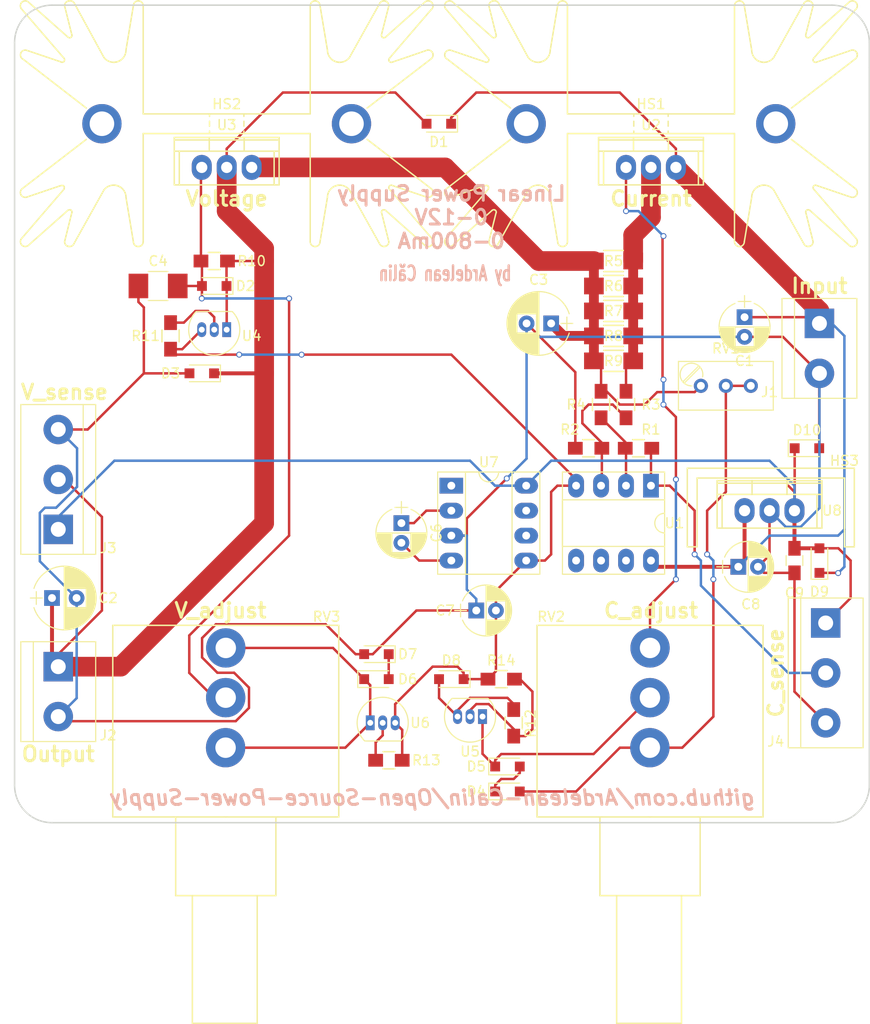
<source format=kicad_pcb>
(kicad_pcb (version 20171130) (host pcbnew "(5.1.12)-1")

  (general
    (thickness 1.6)
    (drawings 21)
    (tracks 298)
    (zones 0)
    (modules 50)
    (nets 27)
  )

  (page A4)
  (layers
    (0 F.Cu signal)
    (31 B.Cu signal)
    (32 B.Adhes user hide)
    (33 F.Adhes user hide)
    (34 B.Paste user hide)
    (35 F.Paste user hide)
    (36 B.SilkS user hide)
    (37 F.SilkS user hide)
    (38 B.Mask user)
    (39 F.Mask user)
    (40 Dwgs.User user)
    (41 Cmts.User user)
    (42 Eco1.User user)
    (43 Eco2.User user)
    (44 Edge.Cuts user)
    (45 Margin user)
    (46 B.CrtYd user)
    (47 F.CrtYd user)
    (48 B.Fab user)
    (49 F.Fab user)
  )

  (setup
    (last_trace_width 0.25)
    (user_trace_width 0.4)
    (user_trace_width 1)
    (user_trace_width 2)
    (trace_clearance 0.25)
    (zone_clearance 0.508)
    (zone_45_only no)
    (trace_min 0.25)
    (via_size 0.6)
    (via_drill 0.4)
    (via_min_size 0.4)
    (via_min_drill 0.3)
    (uvia_size 0.3)
    (uvia_drill 0.1)
    (uvias_allowed no)
    (uvia_min_size 0.2)
    (uvia_min_drill 0.1)
    (edge_width 0.15)
    (segment_width 0.2)
    (pcb_text_width 0.3)
    (pcb_text_size 1.5 1.5)
    (mod_edge_width 0.15)
    (mod_text_size 1 1)
    (mod_text_width 0.15)
    (pad_size 1.524 1.524)
    (pad_drill 0.762)
    (pad_to_mask_clearance 0.2)
    (aux_axis_origin 0 0)
    (visible_elements 7FFFFFFF)
    (pcbplotparams
      (layerselection 0x010f0_80000001)
      (usegerberextensions true)
      (usegerberattributes true)
      (usegerberadvancedattributes true)
      (creategerberjobfile true)
      (excludeedgelayer true)
      (linewidth 0.100000)
      (plotframeref false)
      (viasonmask false)
      (mode 1)
      (useauxorigin false)
      (hpglpennumber 1)
      (hpglpenspeed 20)
      (hpglpendiameter 15.000000)
      (psnegative false)
      (psa4output false)
      (plotreference true)
      (plotvalue false)
      (plotinvisibletext false)
      (padsonsilk false)
      (subtractmaskfromsilk false)
      (outputformat 1)
      (mirror false)
      (drillshape 0)
      (scaleselection 1)
      (outputdirectory "Gerbers/"))
  )

  (net 0 "")
  (net 1 +16V)
  (net 2 GND)
  (net 3 VoltageMeter)
  (net 4 "Net-(C3-Pad1)")
  (net 5 "Net-(C4-Pad1)")
  (net 6 "Net-(C6-Pad1)")
  (net 7 "Net-(C6-Pad2)")
  (net 8 -12V)
  (net 9 +12V)
  (net 10 "Net-(D4-Pad1)")
  (net 11 "Net-(D4-Pad2)")
  (net 12 "Net-(D5-Pad1)")
  (net 13 "Net-(D6-Pad1)")
  (net 14 "Net-(D6-Pad2)")
  (net 15 "Net-(D8-Pad2)")
  (net 16 CurrentMeter)
  (net 17 "Net-(R1-Pad2)")
  (net 18 "Net-(R2-Pad1)")
  (net 19 "Net-(R3-Pad2)")
  (net 20 "Net-(R11-Pad1)")
  (net 21 "Net-(R12-Pad1)")
  (net 22 "Net-(R13-Pad1)")
  (net 23 "Net-(U7-Pad1)")
  (net 24 "Net-(U7-Pad6)")
  (net 25 "Net-(U7-Pad7)")
  (net 26 "Net-(RV2-Pad2)")

  (net_class Default "This is the default net class."
    (clearance 0.25)
    (trace_width 0.25)
    (via_dia 0.6)
    (via_drill 0.4)
    (uvia_dia 0.3)
    (uvia_drill 0.1)
    (add_net +12V)
    (add_net +16V)
    (add_net -12V)
    (add_net CurrentMeter)
    (add_net GND)
    (add_net "Net-(C3-Pad1)")
    (add_net "Net-(C4-Pad1)")
    (add_net "Net-(C6-Pad1)")
    (add_net "Net-(C6-Pad2)")
    (add_net "Net-(D4-Pad1)")
    (add_net "Net-(D4-Pad2)")
    (add_net "Net-(D5-Pad1)")
    (add_net "Net-(D6-Pad1)")
    (add_net "Net-(D6-Pad2)")
    (add_net "Net-(D8-Pad2)")
    (add_net "Net-(R1-Pad2)")
    (add_net "Net-(R11-Pad1)")
    (add_net "Net-(R12-Pad1)")
    (add_net "Net-(R13-Pad1)")
    (add_net "Net-(R2-Pad1)")
    (add_net "Net-(R3-Pad2)")
    (add_net "Net-(RV2-Pad2)")
    (add_net "Net-(U7-Pad1)")
    (add_net "Net-(U7-Pad6)")
    (add_net "Net-(U7-Pad7)")
    (add_net VoltageMeter)
  )

  (module Capacitors_THT:CP_Radial_D5.0mm_P2.00mm (layer F.Cu) (tedit 58A493B3) (tstamp 58A19410)
    (at 202.565 90.805 270)
    (descr "CP, Radial series, Radial, pin pitch=2.00mm, , diameter=5mm, Electrolytic Capacitor")
    (tags "CP Radial series Radial pin pitch 2.00mm  diameter 5mm Electrolytic Capacitor")
    (path /5895DF16)
    (fp_text reference C1 (at 4.445 0) (layer F.SilkS)
      (effects (font (size 1 1) (thickness 0.15)))
    )
    (fp_text value 10u (at 1 3.56 270) (layer F.Fab)
      (effects (font (size 1 1) (thickness 0.15)))
    )
    (fp_line (start 3.85 -2.85) (end -1.85 -2.85) (layer F.CrtYd) (width 0.05))
    (fp_line (start 3.85 2.85) (end 3.85 -2.85) (layer F.CrtYd) (width 0.05))
    (fp_line (start -1.85 2.85) (end 3.85 2.85) (layer F.CrtYd) (width 0.05))
    (fp_line (start -1.85 -2.85) (end -1.85 2.85) (layer F.CrtYd) (width 0.05))
    (fp_line (start -1.6 -0.65) (end -1.6 0.65) (layer F.SilkS) (width 0.12))
    (fp_line (start -2.2 0) (end -1 0) (layer F.SilkS) (width 0.12))
    (fp_line (start 3.561 -0.354) (end 3.561 0.354) (layer F.SilkS) (width 0.12))
    (fp_line (start 3.521 -0.559) (end 3.521 0.559) (layer F.SilkS) (width 0.12))
    (fp_line (start 3.481 -0.707) (end 3.481 0.707) (layer F.SilkS) (width 0.12))
    (fp_line (start 3.441 -0.829) (end 3.441 0.829) (layer F.SilkS) (width 0.12))
    (fp_line (start 3.401 -0.934) (end 3.401 0.934) (layer F.SilkS) (width 0.12))
    (fp_line (start 3.361 -1.028) (end 3.361 1.028) (layer F.SilkS) (width 0.12))
    (fp_line (start 3.321 -1.112) (end 3.321 1.112) (layer F.SilkS) (width 0.12))
    (fp_line (start 3.281 -1.189) (end 3.281 1.189) (layer F.SilkS) (width 0.12))
    (fp_line (start 3.241 -1.261) (end 3.241 1.261) (layer F.SilkS) (width 0.12))
    (fp_line (start 3.201 -1.327) (end 3.201 1.327) (layer F.SilkS) (width 0.12))
    (fp_line (start 3.161 -1.39) (end 3.161 1.39) (layer F.SilkS) (width 0.12))
    (fp_line (start 3.121 -1.448) (end 3.121 1.448) (layer F.SilkS) (width 0.12))
    (fp_line (start 3.081 -1.504) (end 3.081 1.504) (layer F.SilkS) (width 0.12))
    (fp_line (start 3.041 -1.556) (end 3.041 1.556) (layer F.SilkS) (width 0.12))
    (fp_line (start 3.001 -1.606) (end 3.001 1.606) (layer F.SilkS) (width 0.12))
    (fp_line (start 2.961 0.98) (end 2.961 1.654) (layer F.SilkS) (width 0.12))
    (fp_line (start 2.961 -1.654) (end 2.961 -0.98) (layer F.SilkS) (width 0.12))
    (fp_line (start 2.921 0.98) (end 2.921 1.699) (layer F.SilkS) (width 0.12))
    (fp_line (start 2.921 -1.699) (end 2.921 -0.98) (layer F.SilkS) (width 0.12))
    (fp_line (start 2.881 0.98) (end 2.881 1.742) (layer F.SilkS) (width 0.12))
    (fp_line (start 2.881 -1.742) (end 2.881 -0.98) (layer F.SilkS) (width 0.12))
    (fp_line (start 2.841 0.98) (end 2.841 1.783) (layer F.SilkS) (width 0.12))
    (fp_line (start 2.841 -1.783) (end 2.841 -0.98) (layer F.SilkS) (width 0.12))
    (fp_line (start 2.801 0.98) (end 2.801 1.823) (layer F.SilkS) (width 0.12))
    (fp_line (start 2.801 -1.823) (end 2.801 -0.98) (layer F.SilkS) (width 0.12))
    (fp_line (start 2.761 0.98) (end 2.761 1.861) (layer F.SilkS) (width 0.12))
    (fp_line (start 2.761 -1.861) (end 2.761 -0.98) (layer F.SilkS) (width 0.12))
    (fp_line (start 2.721 0.98) (end 2.721 1.897) (layer F.SilkS) (width 0.12))
    (fp_line (start 2.721 -1.897) (end 2.721 -0.98) (layer F.SilkS) (width 0.12))
    (fp_line (start 2.681 0.98) (end 2.681 1.932) (layer F.SilkS) (width 0.12))
    (fp_line (start 2.681 -1.932) (end 2.681 -0.98) (layer F.SilkS) (width 0.12))
    (fp_line (start 2.641 0.98) (end 2.641 1.965) (layer F.SilkS) (width 0.12))
    (fp_line (start 2.641 -1.965) (end 2.641 -0.98) (layer F.SilkS) (width 0.12))
    (fp_line (start 2.601 0.98) (end 2.601 1.997) (layer F.SilkS) (width 0.12))
    (fp_line (start 2.601 -1.997) (end 2.601 -0.98) (layer F.SilkS) (width 0.12))
    (fp_line (start 2.561 0.98) (end 2.561 2.028) (layer F.SilkS) (width 0.12))
    (fp_line (start 2.561 -2.028) (end 2.561 -0.98) (layer F.SilkS) (width 0.12))
    (fp_line (start 2.521 0.98) (end 2.521 2.058) (layer F.SilkS) (width 0.12))
    (fp_line (start 2.521 -2.058) (end 2.521 -0.98) (layer F.SilkS) (width 0.12))
    (fp_line (start 2.481 0.98) (end 2.481 2.086) (layer F.SilkS) (width 0.12))
    (fp_line (start 2.481 -2.086) (end 2.481 -0.98) (layer F.SilkS) (width 0.12))
    (fp_line (start 2.441 0.98) (end 2.441 2.113) (layer F.SilkS) (width 0.12))
    (fp_line (start 2.441 -2.113) (end 2.441 -0.98) (layer F.SilkS) (width 0.12))
    (fp_line (start 2.401 0.98) (end 2.401 2.14) (layer F.SilkS) (width 0.12))
    (fp_line (start 2.401 -2.14) (end 2.401 -0.98) (layer F.SilkS) (width 0.12))
    (fp_line (start 2.361 0.98) (end 2.361 2.165) (layer F.SilkS) (width 0.12))
    (fp_line (start 2.361 -2.165) (end 2.361 -0.98) (layer F.SilkS) (width 0.12))
    (fp_line (start 2.321 0.98) (end 2.321 2.189) (layer F.SilkS) (width 0.12))
    (fp_line (start 2.321 -2.189) (end 2.321 -0.98) (layer F.SilkS) (width 0.12))
    (fp_line (start 2.281 0.98) (end 2.281 2.212) (layer F.SilkS) (width 0.12))
    (fp_line (start 2.281 -2.212) (end 2.281 -0.98) (layer F.SilkS) (width 0.12))
    (fp_line (start 2.241 0.98) (end 2.241 2.234) (layer F.SilkS) (width 0.12))
    (fp_line (start 2.241 -2.234) (end 2.241 -0.98) (layer F.SilkS) (width 0.12))
    (fp_line (start 2.201 0.98) (end 2.201 2.256) (layer F.SilkS) (width 0.12))
    (fp_line (start 2.201 -2.256) (end 2.201 -0.98) (layer F.SilkS) (width 0.12))
    (fp_line (start 2.161 0.98) (end 2.161 2.276) (layer F.SilkS) (width 0.12))
    (fp_line (start 2.161 -2.276) (end 2.161 -0.98) (layer F.SilkS) (width 0.12))
    (fp_line (start 2.121 0.98) (end 2.121 2.296) (layer F.SilkS) (width 0.12))
    (fp_line (start 2.121 -2.296) (end 2.121 -0.98) (layer F.SilkS) (width 0.12))
    (fp_line (start 2.081 0.98) (end 2.081 2.315) (layer F.SilkS) (width 0.12))
    (fp_line (start 2.081 -2.315) (end 2.081 -0.98) (layer F.SilkS) (width 0.12))
    (fp_line (start 2.041 0.98) (end 2.041 2.333) (layer F.SilkS) (width 0.12))
    (fp_line (start 2.041 -2.333) (end 2.041 -0.98) (layer F.SilkS) (width 0.12))
    (fp_line (start 2.001 0.98) (end 2.001 2.35) (layer F.SilkS) (width 0.12))
    (fp_line (start 2.001 -2.35) (end 2.001 -0.98) (layer F.SilkS) (width 0.12))
    (fp_line (start 1.961 0.98) (end 1.961 2.366) (layer F.SilkS) (width 0.12))
    (fp_line (start 1.961 -2.366) (end 1.961 -0.98) (layer F.SilkS) (width 0.12))
    (fp_line (start 1.921 0.98) (end 1.921 2.382) (layer F.SilkS) (width 0.12))
    (fp_line (start 1.921 -2.382) (end 1.921 -0.98) (layer F.SilkS) (width 0.12))
    (fp_line (start 1.881 0.98) (end 1.881 2.396) (layer F.SilkS) (width 0.12))
    (fp_line (start 1.881 -2.396) (end 1.881 -0.98) (layer F.SilkS) (width 0.12))
    (fp_line (start 1.841 0.98) (end 1.841 2.41) (layer F.SilkS) (width 0.12))
    (fp_line (start 1.841 -2.41) (end 1.841 -0.98) (layer F.SilkS) (width 0.12))
    (fp_line (start 1.801 0.98) (end 1.801 2.424) (layer F.SilkS) (width 0.12))
    (fp_line (start 1.801 -2.424) (end 1.801 -0.98) (layer F.SilkS) (width 0.12))
    (fp_line (start 1.761 0.98) (end 1.761 2.436) (layer F.SilkS) (width 0.12))
    (fp_line (start 1.761 -2.436) (end 1.761 -0.98) (layer F.SilkS) (width 0.12))
    (fp_line (start 1.721 0.98) (end 1.721 2.448) (layer F.SilkS) (width 0.12))
    (fp_line (start 1.721 -2.448) (end 1.721 -0.98) (layer F.SilkS) (width 0.12))
    (fp_line (start 1.68 0.98) (end 1.68 2.46) (layer F.SilkS) (width 0.12))
    (fp_line (start 1.68 -2.46) (end 1.68 -0.98) (layer F.SilkS) (width 0.12))
    (fp_line (start 1.64 0.98) (end 1.64 2.47) (layer F.SilkS) (width 0.12))
    (fp_line (start 1.64 -2.47) (end 1.64 -0.98) (layer F.SilkS) (width 0.12))
    (fp_line (start 1.6 0.98) (end 1.6 2.48) (layer F.SilkS) (width 0.12))
    (fp_line (start 1.6 -2.48) (end 1.6 -0.98) (layer F.SilkS) (width 0.12))
    (fp_line (start 1.56 0.98) (end 1.56 2.489) (layer F.SilkS) (width 0.12))
    (fp_line (start 1.56 -2.489) (end 1.56 -0.98) (layer F.SilkS) (width 0.12))
    (fp_line (start 1.52 0.98) (end 1.52 2.498) (layer F.SilkS) (width 0.12))
    (fp_line (start 1.52 -2.498) (end 1.52 -0.98) (layer F.SilkS) (width 0.12))
    (fp_line (start 1.48 0.98) (end 1.48 2.506) (layer F.SilkS) (width 0.12))
    (fp_line (start 1.48 -2.506) (end 1.48 -0.98) (layer F.SilkS) (width 0.12))
    (fp_line (start 1.44 0.98) (end 1.44 2.513) (layer F.SilkS) (width 0.12))
    (fp_line (start 1.44 -2.513) (end 1.44 -0.98) (layer F.SilkS) (width 0.12))
    (fp_line (start 1.4 0.98) (end 1.4 2.519) (layer F.SilkS) (width 0.12))
    (fp_line (start 1.4 -2.519) (end 1.4 -0.98) (layer F.SilkS) (width 0.12))
    (fp_line (start 1.36 0.98) (end 1.36 2.525) (layer F.SilkS) (width 0.12))
    (fp_line (start 1.36 -2.525) (end 1.36 -0.98) (layer F.SilkS) (width 0.12))
    (fp_line (start 1.32 0.98) (end 1.32 2.531) (layer F.SilkS) (width 0.12))
    (fp_line (start 1.32 -2.531) (end 1.32 -0.98) (layer F.SilkS) (width 0.12))
    (fp_line (start 1.28 0.98) (end 1.28 2.535) (layer F.SilkS) (width 0.12))
    (fp_line (start 1.28 -2.535) (end 1.28 -0.98) (layer F.SilkS) (width 0.12))
    (fp_line (start 1.24 0.98) (end 1.24 2.539) (layer F.SilkS) (width 0.12))
    (fp_line (start 1.24 -2.539) (end 1.24 -0.98) (layer F.SilkS) (width 0.12))
    (fp_line (start 1.2 0.98) (end 1.2 2.543) (layer F.SilkS) (width 0.12))
    (fp_line (start 1.2 -2.543) (end 1.2 -0.98) (layer F.SilkS) (width 0.12))
    (fp_line (start 1.16 0.98) (end 1.16 2.546) (layer F.SilkS) (width 0.12))
    (fp_line (start 1.16 -2.546) (end 1.16 -0.98) (layer F.SilkS) (width 0.12))
    (fp_line (start 1.12 0.98) (end 1.12 2.548) (layer F.SilkS) (width 0.12))
    (fp_line (start 1.12 -2.548) (end 1.12 -0.98) (layer F.SilkS) (width 0.12))
    (fp_line (start 1.08 0.98) (end 1.08 2.549) (layer F.SilkS) (width 0.12))
    (fp_line (start 1.08 -2.549) (end 1.08 -0.98) (layer F.SilkS) (width 0.12))
    (fp_line (start 1.04 0.98) (end 1.04 2.55) (layer F.SilkS) (width 0.12))
    (fp_line (start 1.04 -2.55) (end 1.04 -0.98) (layer F.SilkS) (width 0.12))
    (fp_line (start 1 -2.55) (end 1 2.55) (layer F.SilkS) (width 0.12))
    (fp_line (start -1.6 -0.65) (end -1.6 0.65) (layer F.Fab) (width 0.1))
    (fp_line (start -2.2 0) (end -1 0) (layer F.Fab) (width 0.1))
    (fp_circle (center 1 0) (end 3.5 0) (layer F.Fab) (width 0.1))
    (fp_arc (start 1 0) (end -1.397436 -0.98) (angle 135.5) (layer F.SilkS) (width 0.12))
    (fp_arc (start 1 0) (end -1.397436 0.98) (angle -135.5) (layer F.SilkS) (width 0.12))
    (fp_arc (start 1 0) (end 3.397436 -0.98) (angle 44.5) (layer F.SilkS) (width 0.12))
    (pad 1 thru_hole rect (at 0 0 270) (size 1.6 1.6) (drill 0.8) (layers *.Cu *.Mask)
      (net 1 +16V))
    (pad 2 thru_hole circle (at 2 0 270) (size 1.6 1.6) (drill 0.8) (layers *.Cu *.Mask)
      (net 2 GND))
    (model Capacitors_ThroughHole.3dshapes/CP_Radial_D5.0mm_P2.00mm.wrl
      (at (xyz 0 0 0))
      (scale (xyz 0.393701 0.393701 0.393701))
      (rotate (xyz 0 0 0))
    )
  )

  (module Capacitors_THT:CP_Radial_D6.3mm_P2.50mm (layer F.Cu) (tedit 58A4A00F) (tstamp 58A194A4)
    (at 132.08 119.38)
    (descr "CP, Radial series, Radial, pin pitch=2.50mm, , diameter=6.3mm, Electrolytic Capacitor")
    (tags "CP Radial series Radial pin pitch 2.50mm  diameter 6.3mm Electrolytic Capacitor")
    (path /5895E09F)
    (fp_text reference C2 (at 5.715 0) (layer F.SilkS)
      (effects (font (size 1 1) (thickness 0.15)))
    )
    (fp_text value "47uF electro" (at 1.25 4.21) (layer F.Fab)
      (effects (font (size 1 1) (thickness 0.15)))
    )
    (fp_line (start 4.75 -3.5) (end -2.25 -3.5) (layer F.CrtYd) (width 0.05))
    (fp_line (start 4.75 3.5) (end 4.75 -3.5) (layer F.CrtYd) (width 0.05))
    (fp_line (start -2.25 3.5) (end 4.75 3.5) (layer F.CrtYd) (width 0.05))
    (fp_line (start -2.25 -3.5) (end -2.25 3.5) (layer F.CrtYd) (width 0.05))
    (fp_line (start -1.6 -0.65) (end -1.6 0.65) (layer F.SilkS) (width 0.12))
    (fp_line (start -2.2 0) (end -1 0) (layer F.SilkS) (width 0.12))
    (fp_line (start 4.451 -0.468) (end 4.451 0.468) (layer F.SilkS) (width 0.12))
    (fp_line (start 4.411 -0.676) (end 4.411 0.676) (layer F.SilkS) (width 0.12))
    (fp_line (start 4.371 -0.834) (end 4.371 0.834) (layer F.SilkS) (width 0.12))
    (fp_line (start 4.331 -0.966) (end 4.331 0.966) (layer F.SilkS) (width 0.12))
    (fp_line (start 4.291 -1.081) (end 4.291 1.081) (layer F.SilkS) (width 0.12))
    (fp_line (start 4.251 -1.184) (end 4.251 1.184) (layer F.SilkS) (width 0.12))
    (fp_line (start 4.211 -1.278) (end 4.211 1.278) (layer F.SilkS) (width 0.12))
    (fp_line (start 4.171 -1.364) (end 4.171 1.364) (layer F.SilkS) (width 0.12))
    (fp_line (start 4.131 -1.445) (end 4.131 1.445) (layer F.SilkS) (width 0.12))
    (fp_line (start 4.091 -1.52) (end 4.091 1.52) (layer F.SilkS) (width 0.12))
    (fp_line (start 4.051 -1.591) (end 4.051 1.591) (layer F.SilkS) (width 0.12))
    (fp_line (start 4.011 -1.658) (end 4.011 1.658) (layer F.SilkS) (width 0.12))
    (fp_line (start 3.971 -1.721) (end 3.971 1.721) (layer F.SilkS) (width 0.12))
    (fp_line (start 3.931 -1.781) (end 3.931 1.781) (layer F.SilkS) (width 0.12))
    (fp_line (start 3.891 -1.839) (end 3.891 1.839) (layer F.SilkS) (width 0.12))
    (fp_line (start 3.851 -1.894) (end 3.851 1.894) (layer F.SilkS) (width 0.12))
    (fp_line (start 3.811 -1.946) (end 3.811 1.946) (layer F.SilkS) (width 0.12))
    (fp_line (start 3.771 -1.997) (end 3.771 1.997) (layer F.SilkS) (width 0.12))
    (fp_line (start 3.731 -2.045) (end 3.731 2.045) (layer F.SilkS) (width 0.12))
    (fp_line (start 3.691 -2.092) (end 3.691 2.092) (layer F.SilkS) (width 0.12))
    (fp_line (start 3.651 -2.137) (end 3.651 2.137) (layer F.SilkS) (width 0.12))
    (fp_line (start 3.611 -2.18) (end 3.611 2.18) (layer F.SilkS) (width 0.12))
    (fp_line (start 3.571 -2.222) (end 3.571 2.222) (layer F.SilkS) (width 0.12))
    (fp_line (start 3.531 -2.262) (end 3.531 2.262) (layer F.SilkS) (width 0.12))
    (fp_line (start 3.491 -2.301) (end 3.491 2.301) (layer F.SilkS) (width 0.12))
    (fp_line (start 3.451 0.98) (end 3.451 2.339) (layer F.SilkS) (width 0.12))
    (fp_line (start 3.451 -2.339) (end 3.451 -0.98) (layer F.SilkS) (width 0.12))
    (fp_line (start 3.411 0.98) (end 3.411 2.375) (layer F.SilkS) (width 0.12))
    (fp_line (start 3.411 -2.375) (end 3.411 -0.98) (layer F.SilkS) (width 0.12))
    (fp_line (start 3.371 0.98) (end 3.371 2.411) (layer F.SilkS) (width 0.12))
    (fp_line (start 3.371 -2.411) (end 3.371 -0.98) (layer F.SilkS) (width 0.12))
    (fp_line (start 3.331 0.98) (end 3.331 2.445) (layer F.SilkS) (width 0.12))
    (fp_line (start 3.331 -2.445) (end 3.331 -0.98) (layer F.SilkS) (width 0.12))
    (fp_line (start 3.291 0.98) (end 3.291 2.478) (layer F.SilkS) (width 0.12))
    (fp_line (start 3.291 -2.478) (end 3.291 -0.98) (layer F.SilkS) (width 0.12))
    (fp_line (start 3.251 0.98) (end 3.251 2.51) (layer F.SilkS) (width 0.12))
    (fp_line (start 3.251 -2.51) (end 3.251 -0.98) (layer F.SilkS) (width 0.12))
    (fp_line (start 3.211 0.98) (end 3.211 2.54) (layer F.SilkS) (width 0.12))
    (fp_line (start 3.211 -2.54) (end 3.211 -0.98) (layer F.SilkS) (width 0.12))
    (fp_line (start 3.171 0.98) (end 3.171 2.57) (layer F.SilkS) (width 0.12))
    (fp_line (start 3.171 -2.57) (end 3.171 -0.98) (layer F.SilkS) (width 0.12))
    (fp_line (start 3.131 0.98) (end 3.131 2.599) (layer F.SilkS) (width 0.12))
    (fp_line (start 3.131 -2.599) (end 3.131 -0.98) (layer F.SilkS) (width 0.12))
    (fp_line (start 3.091 0.98) (end 3.091 2.627) (layer F.SilkS) (width 0.12))
    (fp_line (start 3.091 -2.627) (end 3.091 -0.98) (layer F.SilkS) (width 0.12))
    (fp_line (start 3.051 0.98) (end 3.051 2.654) (layer F.SilkS) (width 0.12))
    (fp_line (start 3.051 -2.654) (end 3.051 -0.98) (layer F.SilkS) (width 0.12))
    (fp_line (start 3.011 0.98) (end 3.011 2.681) (layer F.SilkS) (width 0.12))
    (fp_line (start 3.011 -2.681) (end 3.011 -0.98) (layer F.SilkS) (width 0.12))
    (fp_line (start 2.971 0.98) (end 2.971 2.706) (layer F.SilkS) (width 0.12))
    (fp_line (start 2.971 -2.706) (end 2.971 -0.98) (layer F.SilkS) (width 0.12))
    (fp_line (start 2.931 0.98) (end 2.931 2.731) (layer F.SilkS) (width 0.12))
    (fp_line (start 2.931 -2.731) (end 2.931 -0.98) (layer F.SilkS) (width 0.12))
    (fp_line (start 2.891 0.98) (end 2.891 2.755) (layer F.SilkS) (width 0.12))
    (fp_line (start 2.891 -2.755) (end 2.891 -0.98) (layer F.SilkS) (width 0.12))
    (fp_line (start 2.851 0.98) (end 2.851 2.778) (layer F.SilkS) (width 0.12))
    (fp_line (start 2.851 -2.778) (end 2.851 -0.98) (layer F.SilkS) (width 0.12))
    (fp_line (start 2.811 0.98) (end 2.811 2.8) (layer F.SilkS) (width 0.12))
    (fp_line (start 2.811 -2.8) (end 2.811 -0.98) (layer F.SilkS) (width 0.12))
    (fp_line (start 2.771 0.98) (end 2.771 2.822) (layer F.SilkS) (width 0.12))
    (fp_line (start 2.771 -2.822) (end 2.771 -0.98) (layer F.SilkS) (width 0.12))
    (fp_line (start 2.731 0.98) (end 2.731 2.843) (layer F.SilkS) (width 0.12))
    (fp_line (start 2.731 -2.843) (end 2.731 -0.98) (layer F.SilkS) (width 0.12))
    (fp_line (start 2.691 0.98) (end 2.691 2.863) (layer F.SilkS) (width 0.12))
    (fp_line (start 2.691 -2.863) (end 2.691 -0.98) (layer F.SilkS) (width 0.12))
    (fp_line (start 2.651 0.98) (end 2.651 2.882) (layer F.SilkS) (width 0.12))
    (fp_line (start 2.651 -2.882) (end 2.651 -0.98) (layer F.SilkS) (width 0.12))
    (fp_line (start 2.611 0.98) (end 2.611 2.901) (layer F.SilkS) (width 0.12))
    (fp_line (start 2.611 -2.901) (end 2.611 -0.98) (layer F.SilkS) (width 0.12))
    (fp_line (start 2.571 0.98) (end 2.571 2.919) (layer F.SilkS) (width 0.12))
    (fp_line (start 2.571 -2.919) (end 2.571 -0.98) (layer F.SilkS) (width 0.12))
    (fp_line (start 2.531 0.98) (end 2.531 2.937) (layer F.SilkS) (width 0.12))
    (fp_line (start 2.531 -2.937) (end 2.531 -0.98) (layer F.SilkS) (width 0.12))
    (fp_line (start 2.491 0.98) (end 2.491 2.954) (layer F.SilkS) (width 0.12))
    (fp_line (start 2.491 -2.954) (end 2.491 -0.98) (layer F.SilkS) (width 0.12))
    (fp_line (start 2.451 0.98) (end 2.451 2.97) (layer F.SilkS) (width 0.12))
    (fp_line (start 2.451 -2.97) (end 2.451 -0.98) (layer F.SilkS) (width 0.12))
    (fp_line (start 2.411 0.98) (end 2.411 2.986) (layer F.SilkS) (width 0.12))
    (fp_line (start 2.411 -2.986) (end 2.411 -0.98) (layer F.SilkS) (width 0.12))
    (fp_line (start 2.371 0.98) (end 2.371 3.001) (layer F.SilkS) (width 0.12))
    (fp_line (start 2.371 -3.001) (end 2.371 -0.98) (layer F.SilkS) (width 0.12))
    (fp_line (start 2.331 0.98) (end 2.331 3.015) (layer F.SilkS) (width 0.12))
    (fp_line (start 2.331 -3.015) (end 2.331 -0.98) (layer F.SilkS) (width 0.12))
    (fp_line (start 2.291 0.98) (end 2.291 3.029) (layer F.SilkS) (width 0.12))
    (fp_line (start 2.291 -3.029) (end 2.291 -0.98) (layer F.SilkS) (width 0.12))
    (fp_line (start 2.251 0.98) (end 2.251 3.042) (layer F.SilkS) (width 0.12))
    (fp_line (start 2.251 -3.042) (end 2.251 -0.98) (layer F.SilkS) (width 0.12))
    (fp_line (start 2.211 0.98) (end 2.211 3.055) (layer F.SilkS) (width 0.12))
    (fp_line (start 2.211 -3.055) (end 2.211 -0.98) (layer F.SilkS) (width 0.12))
    (fp_line (start 2.171 0.98) (end 2.171 3.067) (layer F.SilkS) (width 0.12))
    (fp_line (start 2.171 -3.067) (end 2.171 -0.98) (layer F.SilkS) (width 0.12))
    (fp_line (start 2.131 0.98) (end 2.131 3.079) (layer F.SilkS) (width 0.12))
    (fp_line (start 2.131 -3.079) (end 2.131 -0.98) (layer F.SilkS) (width 0.12))
    (fp_line (start 2.091 0.98) (end 2.091 3.09) (layer F.SilkS) (width 0.12))
    (fp_line (start 2.091 -3.09) (end 2.091 -0.98) (layer F.SilkS) (width 0.12))
    (fp_line (start 2.051 0.98) (end 2.051 3.1) (layer F.SilkS) (width 0.12))
    (fp_line (start 2.051 -3.1) (end 2.051 -0.98) (layer F.SilkS) (width 0.12))
    (fp_line (start 2.011 0.98) (end 2.011 3.11) (layer F.SilkS) (width 0.12))
    (fp_line (start 2.011 -3.11) (end 2.011 -0.98) (layer F.SilkS) (width 0.12))
    (fp_line (start 1.971 0.98) (end 1.971 3.119) (layer F.SilkS) (width 0.12))
    (fp_line (start 1.971 -3.119) (end 1.971 -0.98) (layer F.SilkS) (width 0.12))
    (fp_line (start 1.93 0.98) (end 1.93 3.128) (layer F.SilkS) (width 0.12))
    (fp_line (start 1.93 -3.128) (end 1.93 -0.98) (layer F.SilkS) (width 0.12))
    (fp_line (start 1.89 0.98) (end 1.89 3.137) (layer F.SilkS) (width 0.12))
    (fp_line (start 1.89 -3.137) (end 1.89 -0.98) (layer F.SilkS) (width 0.12))
    (fp_line (start 1.85 0.98) (end 1.85 3.144) (layer F.SilkS) (width 0.12))
    (fp_line (start 1.85 -3.144) (end 1.85 -0.98) (layer F.SilkS) (width 0.12))
    (fp_line (start 1.81 0.98) (end 1.81 3.152) (layer F.SilkS) (width 0.12))
    (fp_line (start 1.81 -3.152) (end 1.81 -0.98) (layer F.SilkS) (width 0.12))
    (fp_line (start 1.77 0.98) (end 1.77 3.158) (layer F.SilkS) (width 0.12))
    (fp_line (start 1.77 -3.158) (end 1.77 -0.98) (layer F.SilkS) (width 0.12))
    (fp_line (start 1.73 0.98) (end 1.73 3.165) (layer F.SilkS) (width 0.12))
    (fp_line (start 1.73 -3.165) (end 1.73 -0.98) (layer F.SilkS) (width 0.12))
    (fp_line (start 1.69 0.98) (end 1.69 3.17) (layer F.SilkS) (width 0.12))
    (fp_line (start 1.69 -3.17) (end 1.69 -0.98) (layer F.SilkS) (width 0.12))
    (fp_line (start 1.65 0.98) (end 1.65 3.176) (layer F.SilkS) (width 0.12))
    (fp_line (start 1.65 -3.176) (end 1.65 -0.98) (layer F.SilkS) (width 0.12))
    (fp_line (start 1.61 0.98) (end 1.61 3.18) (layer F.SilkS) (width 0.12))
    (fp_line (start 1.61 -3.18) (end 1.61 -0.98) (layer F.SilkS) (width 0.12))
    (fp_line (start 1.57 0.98) (end 1.57 3.185) (layer F.SilkS) (width 0.12))
    (fp_line (start 1.57 -3.185) (end 1.57 -0.98) (layer F.SilkS) (width 0.12))
    (fp_line (start 1.53 0.98) (end 1.53 3.188) (layer F.SilkS) (width 0.12))
    (fp_line (start 1.53 -3.188) (end 1.53 -0.98) (layer F.SilkS) (width 0.12))
    (fp_line (start 1.49 -3.192) (end 1.49 3.192) (layer F.SilkS) (width 0.12))
    (fp_line (start 1.45 -3.194) (end 1.45 3.194) (layer F.SilkS) (width 0.12))
    (fp_line (start 1.41 -3.197) (end 1.41 3.197) (layer F.SilkS) (width 0.12))
    (fp_line (start 1.37 -3.198) (end 1.37 3.198) (layer F.SilkS) (width 0.12))
    (fp_line (start 1.33 -3.2) (end 1.33 3.2) (layer F.SilkS) (width 0.12))
    (fp_line (start 1.29 -3.2) (end 1.29 3.2) (layer F.SilkS) (width 0.12))
    (fp_line (start 1.25 -3.2) (end 1.25 3.2) (layer F.SilkS) (width 0.12))
    (fp_line (start -1.6 -0.65) (end -1.6 0.65) (layer F.Fab) (width 0.1))
    (fp_line (start -2.2 0) (end -1 0) (layer F.Fab) (width 0.1))
    (fp_circle (center 1.25 0) (end 4.4 0) (layer F.Fab) (width 0.1))
    (fp_arc (start 1.25 0) (end -1.838236 -0.98) (angle 144.8) (layer F.SilkS) (width 0.12))
    (fp_arc (start 1.25 0) (end -1.838236 0.98) (angle -144.8) (layer F.SilkS) (width 0.12))
    (fp_arc (start 1.25 0) (end 4.338236 -0.98) (angle 35.2) (layer F.SilkS) (width 0.12))
    (pad 1 thru_hole rect (at 0 0) (size 1.6 1.6) (drill 0.8) (layers *.Cu *.Mask)
      (net 3 VoltageMeter))
    (pad 2 thru_hole circle (at 2.5 0) (size 1.6 1.6) (drill 0.8) (layers *.Cu *.Mask)
      (net 2 GND))
    (model Capacitors_ThroughHole.3dshapes/CP_Radial_D6.3mm_P2.50mm.wrl
      (at (xyz 0 0 0))
      (scale (xyz 0.393701 0.393701 0.393701))
      (rotate (xyz 0 0 0))
    )
  )

  (module Capacitors_THT:CP_Radial_D6.3mm_P2.50mm (layer F.Cu) (tedit 58A493AB) (tstamp 58A19538)
    (at 182.88 91.44 180)
    (descr "CP, Radial series, Radial, pin pitch=2.50mm, , diameter=6.3mm, Electrolytic Capacitor")
    (tags "CP Radial series Radial pin pitch 2.50mm  diameter 6.3mm Electrolytic Capacitor")
    (path /589A448D)
    (fp_text reference C3 (at 1.27 4.445 180) (layer F.SilkS)
      (effects (font (size 1 1) (thickness 0.15)))
    )
    (fp_text value 47u (at 1.25 4.21 180) (layer F.Fab)
      (effects (font (size 1 1) (thickness 0.15)))
    )
    (fp_line (start 4.75 -3.5) (end -2.25 -3.5) (layer F.CrtYd) (width 0.05))
    (fp_line (start 4.75 3.5) (end 4.75 -3.5) (layer F.CrtYd) (width 0.05))
    (fp_line (start -2.25 3.5) (end 4.75 3.5) (layer F.CrtYd) (width 0.05))
    (fp_line (start -2.25 -3.5) (end -2.25 3.5) (layer F.CrtYd) (width 0.05))
    (fp_line (start -1.6 -0.65) (end -1.6 0.65) (layer F.SilkS) (width 0.12))
    (fp_line (start -2.2 0) (end -1 0) (layer F.SilkS) (width 0.12))
    (fp_line (start 4.451 -0.468) (end 4.451 0.468) (layer F.SilkS) (width 0.12))
    (fp_line (start 4.411 -0.676) (end 4.411 0.676) (layer F.SilkS) (width 0.12))
    (fp_line (start 4.371 -0.834) (end 4.371 0.834) (layer F.SilkS) (width 0.12))
    (fp_line (start 4.331 -0.966) (end 4.331 0.966) (layer F.SilkS) (width 0.12))
    (fp_line (start 4.291 -1.081) (end 4.291 1.081) (layer F.SilkS) (width 0.12))
    (fp_line (start 4.251 -1.184) (end 4.251 1.184) (layer F.SilkS) (width 0.12))
    (fp_line (start 4.211 -1.278) (end 4.211 1.278) (layer F.SilkS) (width 0.12))
    (fp_line (start 4.171 -1.364) (end 4.171 1.364) (layer F.SilkS) (width 0.12))
    (fp_line (start 4.131 -1.445) (end 4.131 1.445) (layer F.SilkS) (width 0.12))
    (fp_line (start 4.091 -1.52) (end 4.091 1.52) (layer F.SilkS) (width 0.12))
    (fp_line (start 4.051 -1.591) (end 4.051 1.591) (layer F.SilkS) (width 0.12))
    (fp_line (start 4.011 -1.658) (end 4.011 1.658) (layer F.SilkS) (width 0.12))
    (fp_line (start 3.971 -1.721) (end 3.971 1.721) (layer F.SilkS) (width 0.12))
    (fp_line (start 3.931 -1.781) (end 3.931 1.781) (layer F.SilkS) (width 0.12))
    (fp_line (start 3.891 -1.839) (end 3.891 1.839) (layer F.SilkS) (width 0.12))
    (fp_line (start 3.851 -1.894) (end 3.851 1.894) (layer F.SilkS) (width 0.12))
    (fp_line (start 3.811 -1.946) (end 3.811 1.946) (layer F.SilkS) (width 0.12))
    (fp_line (start 3.771 -1.997) (end 3.771 1.997) (layer F.SilkS) (width 0.12))
    (fp_line (start 3.731 -2.045) (end 3.731 2.045) (layer F.SilkS) (width 0.12))
    (fp_line (start 3.691 -2.092) (end 3.691 2.092) (layer F.SilkS) (width 0.12))
    (fp_line (start 3.651 -2.137) (end 3.651 2.137) (layer F.SilkS) (width 0.12))
    (fp_line (start 3.611 -2.18) (end 3.611 2.18) (layer F.SilkS) (width 0.12))
    (fp_line (start 3.571 -2.222) (end 3.571 2.222) (layer F.SilkS) (width 0.12))
    (fp_line (start 3.531 -2.262) (end 3.531 2.262) (layer F.SilkS) (width 0.12))
    (fp_line (start 3.491 -2.301) (end 3.491 2.301) (layer F.SilkS) (width 0.12))
    (fp_line (start 3.451 0.98) (end 3.451 2.339) (layer F.SilkS) (width 0.12))
    (fp_line (start 3.451 -2.339) (end 3.451 -0.98) (layer F.SilkS) (width 0.12))
    (fp_line (start 3.411 0.98) (end 3.411 2.375) (layer F.SilkS) (width 0.12))
    (fp_line (start 3.411 -2.375) (end 3.411 -0.98) (layer F.SilkS) (width 0.12))
    (fp_line (start 3.371 0.98) (end 3.371 2.411) (layer F.SilkS) (width 0.12))
    (fp_line (start 3.371 -2.411) (end 3.371 -0.98) (layer F.SilkS) (width 0.12))
    (fp_line (start 3.331 0.98) (end 3.331 2.445) (layer F.SilkS) (width 0.12))
    (fp_line (start 3.331 -2.445) (end 3.331 -0.98) (layer F.SilkS) (width 0.12))
    (fp_line (start 3.291 0.98) (end 3.291 2.478) (layer F.SilkS) (width 0.12))
    (fp_line (start 3.291 -2.478) (end 3.291 -0.98) (layer F.SilkS) (width 0.12))
    (fp_line (start 3.251 0.98) (end 3.251 2.51) (layer F.SilkS) (width 0.12))
    (fp_line (start 3.251 -2.51) (end 3.251 -0.98) (layer F.SilkS) (width 0.12))
    (fp_line (start 3.211 0.98) (end 3.211 2.54) (layer F.SilkS) (width 0.12))
    (fp_line (start 3.211 -2.54) (end 3.211 -0.98) (layer F.SilkS) (width 0.12))
    (fp_line (start 3.171 0.98) (end 3.171 2.57) (layer F.SilkS) (width 0.12))
    (fp_line (start 3.171 -2.57) (end 3.171 -0.98) (layer F.SilkS) (width 0.12))
    (fp_line (start 3.131 0.98) (end 3.131 2.599) (layer F.SilkS) (width 0.12))
    (fp_line (start 3.131 -2.599) (end 3.131 -0.98) (layer F.SilkS) (width 0.12))
    (fp_line (start 3.091 0.98) (end 3.091 2.627) (layer F.SilkS) (width 0.12))
    (fp_line (start 3.091 -2.627) (end 3.091 -0.98) (layer F.SilkS) (width 0.12))
    (fp_line (start 3.051 0.98) (end 3.051 2.654) (layer F.SilkS) (width 0.12))
    (fp_line (start 3.051 -2.654) (end 3.051 -0.98) (layer F.SilkS) (width 0.12))
    (fp_line (start 3.011 0.98) (end 3.011 2.681) (layer F.SilkS) (width 0.12))
    (fp_line (start 3.011 -2.681) (end 3.011 -0.98) (layer F.SilkS) (width 0.12))
    (fp_line (start 2.971 0.98) (end 2.971 2.706) (layer F.SilkS) (width 0.12))
    (fp_line (start 2.971 -2.706) (end 2.971 -0.98) (layer F.SilkS) (width 0.12))
    (fp_line (start 2.931 0.98) (end 2.931 2.731) (layer F.SilkS) (width 0.12))
    (fp_line (start 2.931 -2.731) (end 2.931 -0.98) (layer F.SilkS) (width 0.12))
    (fp_line (start 2.891 0.98) (end 2.891 2.755) (layer F.SilkS) (width 0.12))
    (fp_line (start 2.891 -2.755) (end 2.891 -0.98) (layer F.SilkS) (width 0.12))
    (fp_line (start 2.851 0.98) (end 2.851 2.778) (layer F.SilkS) (width 0.12))
    (fp_line (start 2.851 -2.778) (end 2.851 -0.98) (layer F.SilkS) (width 0.12))
    (fp_line (start 2.811 0.98) (end 2.811 2.8) (layer F.SilkS) (width 0.12))
    (fp_line (start 2.811 -2.8) (end 2.811 -0.98) (layer F.SilkS) (width 0.12))
    (fp_line (start 2.771 0.98) (end 2.771 2.822) (layer F.SilkS) (width 0.12))
    (fp_line (start 2.771 -2.822) (end 2.771 -0.98) (layer F.SilkS) (width 0.12))
    (fp_line (start 2.731 0.98) (end 2.731 2.843) (layer F.SilkS) (width 0.12))
    (fp_line (start 2.731 -2.843) (end 2.731 -0.98) (layer F.SilkS) (width 0.12))
    (fp_line (start 2.691 0.98) (end 2.691 2.863) (layer F.SilkS) (width 0.12))
    (fp_line (start 2.691 -2.863) (end 2.691 -0.98) (layer F.SilkS) (width 0.12))
    (fp_line (start 2.651 0.98) (end 2.651 2.882) (layer F.SilkS) (width 0.12))
    (fp_line (start 2.651 -2.882) (end 2.651 -0.98) (layer F.SilkS) (width 0.12))
    (fp_line (start 2.611 0.98) (end 2.611 2.901) (layer F.SilkS) (width 0.12))
    (fp_line (start 2.611 -2.901) (end 2.611 -0.98) (layer F.SilkS) (width 0.12))
    (fp_line (start 2.571 0.98) (end 2.571 2.919) (layer F.SilkS) (width 0.12))
    (fp_line (start 2.571 -2.919) (end 2.571 -0.98) (layer F.SilkS) (width 0.12))
    (fp_line (start 2.531 0.98) (end 2.531 2.937) (layer F.SilkS) (width 0.12))
    (fp_line (start 2.531 -2.937) (end 2.531 -0.98) (layer F.SilkS) (width 0.12))
    (fp_line (start 2.491 0.98) (end 2.491 2.954) (layer F.SilkS) (width 0.12))
    (fp_line (start 2.491 -2.954) (end 2.491 -0.98) (layer F.SilkS) (width 0.12))
    (fp_line (start 2.451 0.98) (end 2.451 2.97) (layer F.SilkS) (width 0.12))
    (fp_line (start 2.451 -2.97) (end 2.451 -0.98) (layer F.SilkS) (width 0.12))
    (fp_line (start 2.411 0.98) (end 2.411 2.986) (layer F.SilkS) (width 0.12))
    (fp_line (start 2.411 -2.986) (end 2.411 -0.98) (layer F.SilkS) (width 0.12))
    (fp_line (start 2.371 0.98) (end 2.371 3.001) (layer F.SilkS) (width 0.12))
    (fp_line (start 2.371 -3.001) (end 2.371 -0.98) (layer F.SilkS) (width 0.12))
    (fp_line (start 2.331 0.98) (end 2.331 3.015) (layer F.SilkS) (width 0.12))
    (fp_line (start 2.331 -3.015) (end 2.331 -0.98) (layer F.SilkS) (width 0.12))
    (fp_line (start 2.291 0.98) (end 2.291 3.029) (layer F.SilkS) (width 0.12))
    (fp_line (start 2.291 -3.029) (end 2.291 -0.98) (layer F.SilkS) (width 0.12))
    (fp_line (start 2.251 0.98) (end 2.251 3.042) (layer F.SilkS) (width 0.12))
    (fp_line (start 2.251 -3.042) (end 2.251 -0.98) (layer F.SilkS) (width 0.12))
    (fp_line (start 2.211 0.98) (end 2.211 3.055) (layer F.SilkS) (width 0.12))
    (fp_line (start 2.211 -3.055) (end 2.211 -0.98) (layer F.SilkS) (width 0.12))
    (fp_line (start 2.171 0.98) (end 2.171 3.067) (layer F.SilkS) (width 0.12))
    (fp_line (start 2.171 -3.067) (end 2.171 -0.98) (layer F.SilkS) (width 0.12))
    (fp_line (start 2.131 0.98) (end 2.131 3.079) (layer F.SilkS) (width 0.12))
    (fp_line (start 2.131 -3.079) (end 2.131 -0.98) (layer F.SilkS) (width 0.12))
    (fp_line (start 2.091 0.98) (end 2.091 3.09) (layer F.SilkS) (width 0.12))
    (fp_line (start 2.091 -3.09) (end 2.091 -0.98) (layer F.SilkS) (width 0.12))
    (fp_line (start 2.051 0.98) (end 2.051 3.1) (layer F.SilkS) (width 0.12))
    (fp_line (start 2.051 -3.1) (end 2.051 -0.98) (layer F.SilkS) (width 0.12))
    (fp_line (start 2.011 0.98) (end 2.011 3.11) (layer F.SilkS) (width 0.12))
    (fp_line (start 2.011 -3.11) (end 2.011 -0.98) (layer F.SilkS) (width 0.12))
    (fp_line (start 1.971 0.98) (end 1.971 3.119) (layer F.SilkS) (width 0.12))
    (fp_line (start 1.971 -3.119) (end 1.971 -0.98) (layer F.SilkS) (width 0.12))
    (fp_line (start 1.93 0.98) (end 1.93 3.128) (layer F.SilkS) (width 0.12))
    (fp_line (start 1.93 -3.128) (end 1.93 -0.98) (layer F.SilkS) (width 0.12))
    (fp_line (start 1.89 0.98) (end 1.89 3.137) (layer F.SilkS) (width 0.12))
    (fp_line (start 1.89 -3.137) (end 1.89 -0.98) (layer F.SilkS) (width 0.12))
    (fp_line (start 1.85 0.98) (end 1.85 3.144) (layer F.SilkS) (width 0.12))
    (fp_line (start 1.85 -3.144) (end 1.85 -0.98) (layer F.SilkS) (width 0.12))
    (fp_line (start 1.81 0.98) (end 1.81 3.152) (layer F.SilkS) (width 0.12))
    (fp_line (start 1.81 -3.152) (end 1.81 -0.98) (layer F.SilkS) (width 0.12))
    (fp_line (start 1.77 0.98) (end 1.77 3.158) (layer F.SilkS) (width 0.12))
    (fp_line (start 1.77 -3.158) (end 1.77 -0.98) (layer F.SilkS) (width 0.12))
    (fp_line (start 1.73 0.98) (end 1.73 3.165) (layer F.SilkS) (width 0.12))
    (fp_line (start 1.73 -3.165) (end 1.73 -0.98) (layer F.SilkS) (width 0.12))
    (fp_line (start 1.69 0.98) (end 1.69 3.17) (layer F.SilkS) (width 0.12))
    (fp_line (start 1.69 -3.17) (end 1.69 -0.98) (layer F.SilkS) (width 0.12))
    (fp_line (start 1.65 0.98) (end 1.65 3.176) (layer F.SilkS) (width 0.12))
    (fp_line (start 1.65 -3.176) (end 1.65 -0.98) (layer F.SilkS) (width 0.12))
    (fp_line (start 1.61 0.98) (end 1.61 3.18) (layer F.SilkS) (width 0.12))
    (fp_line (start 1.61 -3.18) (end 1.61 -0.98) (layer F.SilkS) (width 0.12))
    (fp_line (start 1.57 0.98) (end 1.57 3.185) (layer F.SilkS) (width 0.12))
    (fp_line (start 1.57 -3.185) (end 1.57 -0.98) (layer F.SilkS) (width 0.12))
    (fp_line (start 1.53 0.98) (end 1.53 3.188) (layer F.SilkS) (width 0.12))
    (fp_line (start 1.53 -3.188) (end 1.53 -0.98) (layer F.SilkS) (width 0.12))
    (fp_line (start 1.49 -3.192) (end 1.49 3.192) (layer F.SilkS) (width 0.12))
    (fp_line (start 1.45 -3.194) (end 1.45 3.194) (layer F.SilkS) (width 0.12))
    (fp_line (start 1.41 -3.197) (end 1.41 3.197) (layer F.SilkS) (width 0.12))
    (fp_line (start 1.37 -3.198) (end 1.37 3.198) (layer F.SilkS) (width 0.12))
    (fp_line (start 1.33 -3.2) (end 1.33 3.2) (layer F.SilkS) (width 0.12))
    (fp_line (start 1.29 -3.2) (end 1.29 3.2) (layer F.SilkS) (width 0.12))
    (fp_line (start 1.25 -3.2) (end 1.25 3.2) (layer F.SilkS) (width 0.12))
    (fp_line (start -1.6 -0.65) (end -1.6 0.65) (layer F.Fab) (width 0.1))
    (fp_line (start -2.2 0) (end -1 0) (layer F.Fab) (width 0.1))
    (fp_circle (center 1.25 0) (end 4.4 0) (layer F.Fab) (width 0.1))
    (fp_arc (start 1.25 0) (end -1.838236 -0.98) (angle 144.8) (layer F.SilkS) (width 0.12))
    (fp_arc (start 1.25 0) (end -1.838236 0.98) (angle -144.8) (layer F.SilkS) (width 0.12))
    (fp_arc (start 1.25 0) (end 4.338236 -0.98) (angle 35.2) (layer F.SilkS) (width 0.12))
    (pad 1 thru_hole rect (at 0 0 180) (size 1.6 1.6) (drill 0.8) (layers *.Cu *.Mask)
      (net 4 "Net-(C3-Pad1)"))
    (pad 2 thru_hole circle (at 2.5 0 180) (size 1.6 1.6) (drill 0.8) (layers *.Cu *.Mask)
      (net 2 GND))
    (model Capacitors_ThroughHole.3dshapes/CP_Radial_D6.3mm_P2.50mm.wrl
      (at (xyz 0 0 0))
      (scale (xyz 0.393701 0.393701 0.393701))
      (rotate (xyz 0 0 0))
    )
  )

  (module Capacitors_SMD:C_1210_HandSoldering (layer F.Cu) (tedit 58A4A01C) (tstamp 58A19548)
    (at 142.875 87.63 180)
    (descr "Capacitor SMD 1210, hand soldering")
    (tags "capacitor 1210")
    (path /5895DFCE)
    (attr smd)
    (fp_text reference C4 (at 0 2.54 180) (layer F.SilkS)
      (effects (font (size 1 1) (thickness 0.15)))
    )
    (fp_text value 4.7u (at 0 2.7 180) (layer F.Fab)
      (effects (font (size 1 1) (thickness 0.15)))
    )
    (fp_line (start -1 1.475) (end 1 1.475) (layer F.SilkS) (width 0.12))
    (fp_line (start 1 -1.475) (end -1 -1.475) (layer F.SilkS) (width 0.12))
    (fp_line (start 3.3 -1.6) (end 3.3 1.6) (layer F.CrtYd) (width 0.05))
    (fp_line (start -3.3 -1.6) (end -3.3 1.6) (layer F.CrtYd) (width 0.05))
    (fp_line (start -3.3 1.6) (end 3.3 1.6) (layer F.CrtYd) (width 0.05))
    (fp_line (start -3.3 -1.6) (end 3.3 -1.6) (layer F.CrtYd) (width 0.05))
    (fp_line (start -1.6 -1.25) (end 1.6 -1.25) (layer F.Fab) (width 0.1))
    (fp_line (start 1.6 -1.25) (end 1.6 1.25) (layer F.Fab) (width 0.1))
    (fp_line (start 1.6 1.25) (end -1.6 1.25) (layer F.Fab) (width 0.1))
    (fp_line (start -1.6 1.25) (end -1.6 -1.25) (layer F.Fab) (width 0.1))
    (pad 1 smd rect (at -2 0 180) (size 2 2.5) (layers F.Cu F.Paste F.Mask)
      (net 5 "Net-(C4-Pad1)"))
    (pad 2 smd rect (at 2 0 180) (size 2 2.5) (layers F.Cu F.Paste F.Mask)
      (net 2 GND))
    (model Capacitors_SMD.3dshapes/C_1210_HandSoldering.wrl
      (at (xyz 0 0 0))
      (scale (xyz 1 1 1))
      (rotate (xyz 0 0 0))
    )
  )

  (module Capacitors_THT:CP_Radial_D5.0mm_P2.00mm (layer F.Cu) (tedit 58765D06) (tstamp 58A195DC)
    (at 167.64 111.76 270)
    (descr "CP, Radial series, Radial, pin pitch=2.00mm, , diameter=5mm, Electrolytic Capacitor")
    (tags "CP Radial series Radial pin pitch 2.00mm  diameter 5mm Electrolytic Capacitor")
    (path /589621C3)
    (fp_text reference C6 (at 1 -3.56 270) (layer F.SilkS)
      (effects (font (size 1 1) (thickness 0.15)))
    )
    (fp_text value 10u (at 1 3.56 270) (layer F.Fab)
      (effects (font (size 1 1) (thickness 0.15)))
    )
    (fp_line (start 3.85 -2.85) (end -1.85 -2.85) (layer F.CrtYd) (width 0.05))
    (fp_line (start 3.85 2.85) (end 3.85 -2.85) (layer F.CrtYd) (width 0.05))
    (fp_line (start -1.85 2.85) (end 3.85 2.85) (layer F.CrtYd) (width 0.05))
    (fp_line (start -1.85 -2.85) (end -1.85 2.85) (layer F.CrtYd) (width 0.05))
    (fp_line (start -1.6 -0.65) (end -1.6 0.65) (layer F.SilkS) (width 0.12))
    (fp_line (start -2.2 0) (end -1 0) (layer F.SilkS) (width 0.12))
    (fp_line (start 3.561 -0.354) (end 3.561 0.354) (layer F.SilkS) (width 0.12))
    (fp_line (start 3.521 -0.559) (end 3.521 0.559) (layer F.SilkS) (width 0.12))
    (fp_line (start 3.481 -0.707) (end 3.481 0.707) (layer F.SilkS) (width 0.12))
    (fp_line (start 3.441 -0.829) (end 3.441 0.829) (layer F.SilkS) (width 0.12))
    (fp_line (start 3.401 -0.934) (end 3.401 0.934) (layer F.SilkS) (width 0.12))
    (fp_line (start 3.361 -1.028) (end 3.361 1.028) (layer F.SilkS) (width 0.12))
    (fp_line (start 3.321 -1.112) (end 3.321 1.112) (layer F.SilkS) (width 0.12))
    (fp_line (start 3.281 -1.189) (end 3.281 1.189) (layer F.SilkS) (width 0.12))
    (fp_line (start 3.241 -1.261) (end 3.241 1.261) (layer F.SilkS) (width 0.12))
    (fp_line (start 3.201 -1.327) (end 3.201 1.327) (layer F.SilkS) (width 0.12))
    (fp_line (start 3.161 -1.39) (end 3.161 1.39) (layer F.SilkS) (width 0.12))
    (fp_line (start 3.121 -1.448) (end 3.121 1.448) (layer F.SilkS) (width 0.12))
    (fp_line (start 3.081 -1.504) (end 3.081 1.504) (layer F.SilkS) (width 0.12))
    (fp_line (start 3.041 -1.556) (end 3.041 1.556) (layer F.SilkS) (width 0.12))
    (fp_line (start 3.001 -1.606) (end 3.001 1.606) (layer F.SilkS) (width 0.12))
    (fp_line (start 2.961 0.98) (end 2.961 1.654) (layer F.SilkS) (width 0.12))
    (fp_line (start 2.961 -1.654) (end 2.961 -0.98) (layer F.SilkS) (width 0.12))
    (fp_line (start 2.921 0.98) (end 2.921 1.699) (layer F.SilkS) (width 0.12))
    (fp_line (start 2.921 -1.699) (end 2.921 -0.98) (layer F.SilkS) (width 0.12))
    (fp_line (start 2.881 0.98) (end 2.881 1.742) (layer F.SilkS) (width 0.12))
    (fp_line (start 2.881 -1.742) (end 2.881 -0.98) (layer F.SilkS) (width 0.12))
    (fp_line (start 2.841 0.98) (end 2.841 1.783) (layer F.SilkS) (width 0.12))
    (fp_line (start 2.841 -1.783) (end 2.841 -0.98) (layer F.SilkS) (width 0.12))
    (fp_line (start 2.801 0.98) (end 2.801 1.823) (layer F.SilkS) (width 0.12))
    (fp_line (start 2.801 -1.823) (end 2.801 -0.98) (layer F.SilkS) (width 0.12))
    (fp_line (start 2.761 0.98) (end 2.761 1.861) (layer F.SilkS) (width 0.12))
    (fp_line (start 2.761 -1.861) (end 2.761 -0.98) (layer F.SilkS) (width 0.12))
    (fp_line (start 2.721 0.98) (end 2.721 1.897) (layer F.SilkS) (width 0.12))
    (fp_line (start 2.721 -1.897) (end 2.721 -0.98) (layer F.SilkS) (width 0.12))
    (fp_line (start 2.681 0.98) (end 2.681 1.932) (layer F.SilkS) (width 0.12))
    (fp_line (start 2.681 -1.932) (end 2.681 -0.98) (layer F.SilkS) (width 0.12))
    (fp_line (start 2.641 0.98) (end 2.641 1.965) (layer F.SilkS) (width 0.12))
    (fp_line (start 2.641 -1.965) (end 2.641 -0.98) (layer F.SilkS) (width 0.12))
    (fp_line (start 2.601 0.98) (end 2.601 1.997) (layer F.SilkS) (width 0.12))
    (fp_line (start 2.601 -1.997) (end 2.601 -0.98) (layer F.SilkS) (width 0.12))
    (fp_line (start 2.561 0.98) (end 2.561 2.028) (layer F.SilkS) (width 0.12))
    (fp_line (start 2.561 -2.028) (end 2.561 -0.98) (layer F.SilkS) (width 0.12))
    (fp_line (start 2.521 0.98) (end 2.521 2.058) (layer F.SilkS) (width 0.12))
    (fp_line (start 2.521 -2.058) (end 2.521 -0.98) (layer F.SilkS) (width 0.12))
    (fp_line (start 2.481 0.98) (end 2.481 2.086) (layer F.SilkS) (width 0.12))
    (fp_line (start 2.481 -2.086) (end 2.481 -0.98) (layer F.SilkS) (width 0.12))
    (fp_line (start 2.441 0.98) (end 2.441 2.113) (layer F.SilkS) (width 0.12))
    (fp_line (start 2.441 -2.113) (end 2.441 -0.98) (layer F.SilkS) (width 0.12))
    (fp_line (start 2.401 0.98) (end 2.401 2.14) (layer F.SilkS) (width 0.12))
    (fp_line (start 2.401 -2.14) (end 2.401 -0.98) (layer F.SilkS) (width 0.12))
    (fp_line (start 2.361 0.98) (end 2.361 2.165) (layer F.SilkS) (width 0.12))
    (fp_line (start 2.361 -2.165) (end 2.361 -0.98) (layer F.SilkS) (width 0.12))
    (fp_line (start 2.321 0.98) (end 2.321 2.189) (layer F.SilkS) (width 0.12))
    (fp_line (start 2.321 -2.189) (end 2.321 -0.98) (layer F.SilkS) (width 0.12))
    (fp_line (start 2.281 0.98) (end 2.281 2.212) (layer F.SilkS) (width 0.12))
    (fp_line (start 2.281 -2.212) (end 2.281 -0.98) (layer F.SilkS) (width 0.12))
    (fp_line (start 2.241 0.98) (end 2.241 2.234) (layer F.SilkS) (width 0.12))
    (fp_line (start 2.241 -2.234) (end 2.241 -0.98) (layer F.SilkS) (width 0.12))
    (fp_line (start 2.201 0.98) (end 2.201 2.256) (layer F.SilkS) (width 0.12))
    (fp_line (start 2.201 -2.256) (end 2.201 -0.98) (layer F.SilkS) (width 0.12))
    (fp_line (start 2.161 0.98) (end 2.161 2.276) (layer F.SilkS) (width 0.12))
    (fp_line (start 2.161 -2.276) (end 2.161 -0.98) (layer F.SilkS) (width 0.12))
    (fp_line (start 2.121 0.98) (end 2.121 2.296) (layer F.SilkS) (width 0.12))
    (fp_line (start 2.121 -2.296) (end 2.121 -0.98) (layer F.SilkS) (width 0.12))
    (fp_line (start 2.081 0.98) (end 2.081 2.315) (layer F.SilkS) (width 0.12))
    (fp_line (start 2.081 -2.315) (end 2.081 -0.98) (layer F.SilkS) (width 0.12))
    (fp_line (start 2.041 0.98) (end 2.041 2.333) (layer F.SilkS) (width 0.12))
    (fp_line (start 2.041 -2.333) (end 2.041 -0.98) (layer F.SilkS) (width 0.12))
    (fp_line (start 2.001 0.98) (end 2.001 2.35) (layer F.SilkS) (width 0.12))
    (fp_line (start 2.001 -2.35) (end 2.001 -0.98) (layer F.SilkS) (width 0.12))
    (fp_line (start 1.961 0.98) (end 1.961 2.366) (layer F.SilkS) (width 0.12))
    (fp_line (start 1.961 -2.366) (end 1.961 -0.98) (layer F.SilkS) (width 0.12))
    (fp_line (start 1.921 0.98) (end 1.921 2.382) (layer F.SilkS) (width 0.12))
    (fp_line (start 1.921 -2.382) (end 1.921 -0.98) (layer F.SilkS) (width 0.12))
    (fp_line (start 1.881 0.98) (end 1.881 2.396) (layer F.SilkS) (width 0.12))
    (fp_line (start 1.881 -2.396) (end 1.881 -0.98) (layer F.SilkS) (width 0.12))
    (fp_line (start 1.841 0.98) (end 1.841 2.41) (layer F.SilkS) (width 0.12))
    (fp_line (start 1.841 -2.41) (end 1.841 -0.98) (layer F.SilkS) (width 0.12))
    (fp_line (start 1.801 0.98) (end 1.801 2.424) (layer F.SilkS) (width 0.12))
    (fp_line (start 1.801 -2.424) (end 1.801 -0.98) (layer F.SilkS) (width 0.12))
    (fp_line (start 1.761 0.98) (end 1.761 2.436) (layer F.SilkS) (width 0.12))
    (fp_line (start 1.761 -2.436) (end 1.761 -0.98) (layer F.SilkS) (width 0.12))
    (fp_line (start 1.721 0.98) (end 1.721 2.448) (layer F.SilkS) (width 0.12))
    (fp_line (start 1.721 -2.448) (end 1.721 -0.98) (layer F.SilkS) (width 0.12))
    (fp_line (start 1.68 0.98) (end 1.68 2.46) (layer F.SilkS) (width 0.12))
    (fp_line (start 1.68 -2.46) (end 1.68 -0.98) (layer F.SilkS) (width 0.12))
    (fp_line (start 1.64 0.98) (end 1.64 2.47) (layer F.SilkS) (width 0.12))
    (fp_line (start 1.64 -2.47) (end 1.64 -0.98) (layer F.SilkS) (width 0.12))
    (fp_line (start 1.6 0.98) (end 1.6 2.48) (layer F.SilkS) (width 0.12))
    (fp_line (start 1.6 -2.48) (end 1.6 -0.98) (layer F.SilkS) (width 0.12))
    (fp_line (start 1.56 0.98) (end 1.56 2.489) (layer F.SilkS) (width 0.12))
    (fp_line (start 1.56 -2.489) (end 1.56 -0.98) (layer F.SilkS) (width 0.12))
    (fp_line (start 1.52 0.98) (end 1.52 2.498) (layer F.SilkS) (width 0.12))
    (fp_line (start 1.52 -2.498) (end 1.52 -0.98) (layer F.SilkS) (width 0.12))
    (fp_line (start 1.48 0.98) (end 1.48 2.506) (layer F.SilkS) (width 0.12))
    (fp_line (start 1.48 -2.506) (end 1.48 -0.98) (layer F.SilkS) (width 0.12))
    (fp_line (start 1.44 0.98) (end 1.44 2.513) (layer F.SilkS) (width 0.12))
    (fp_line (start 1.44 -2.513) (end 1.44 -0.98) (layer F.SilkS) (width 0.12))
    (fp_line (start 1.4 0.98) (end 1.4 2.519) (layer F.SilkS) (width 0.12))
    (fp_line (start 1.4 -2.519) (end 1.4 -0.98) (layer F.SilkS) (width 0.12))
    (fp_line (start 1.36 0.98) (end 1.36 2.525) (layer F.SilkS) (width 0.12))
    (fp_line (start 1.36 -2.525) (end 1.36 -0.98) (layer F.SilkS) (width 0.12))
    (fp_line (start 1.32 0.98) (end 1.32 2.531) (layer F.SilkS) (width 0.12))
    (fp_line (start 1.32 -2.531) (end 1.32 -0.98) (layer F.SilkS) (width 0.12))
    (fp_line (start 1.28 0.98) (end 1.28 2.535) (layer F.SilkS) (width 0.12))
    (fp_line (start 1.28 -2.535) (end 1.28 -0.98) (layer F.SilkS) (width 0.12))
    (fp_line (start 1.24 0.98) (end 1.24 2.539) (layer F.SilkS) (width 0.12))
    (fp_line (start 1.24 -2.539) (end 1.24 -0.98) (layer F.SilkS) (width 0.12))
    (fp_line (start 1.2 0.98) (end 1.2 2.543) (layer F.SilkS) (width 0.12))
    (fp_line (start 1.2 -2.543) (end 1.2 -0.98) (layer F.SilkS) (width 0.12))
    (fp_line (start 1.16 0.98) (end 1.16 2.546) (layer F.SilkS) (width 0.12))
    (fp_line (start 1.16 -2.546) (end 1.16 -0.98) (layer F.SilkS) (width 0.12))
    (fp_line (start 1.12 0.98) (end 1.12 2.548) (layer F.SilkS) (width 0.12))
    (fp_line (start 1.12 -2.548) (end 1.12 -0.98) (layer F.SilkS) (width 0.12))
    (fp_line (start 1.08 0.98) (end 1.08 2.549) (layer F.SilkS) (width 0.12))
    (fp_line (start 1.08 -2.549) (end 1.08 -0.98) (layer F.SilkS) (width 0.12))
    (fp_line (start 1.04 0.98) (end 1.04 2.55) (layer F.SilkS) (width 0.12))
    (fp_line (start 1.04 -2.55) (end 1.04 -0.98) (layer F.SilkS) (width 0.12))
    (fp_line (start 1 -2.55) (end 1 2.55) (layer F.SilkS) (width 0.12))
    (fp_line (start -1.6 -0.65) (end -1.6 0.65) (layer F.Fab) (width 0.1))
    (fp_line (start -2.2 0) (end -1 0) (layer F.Fab) (width 0.1))
    (fp_circle (center 1 0) (end 3.5 0) (layer F.Fab) (width 0.1))
    (fp_arc (start 1 0) (end -1.397436 -0.98) (angle 135.5) (layer F.SilkS) (width 0.12))
    (fp_arc (start 1 0) (end -1.397436 0.98) (angle -135.5) (layer F.SilkS) (width 0.12))
    (fp_arc (start 1 0) (end 3.397436 -0.98) (angle 44.5) (layer F.SilkS) (width 0.12))
    (pad 1 thru_hole rect (at 0 0 270) (size 1.6 1.6) (drill 0.8) (layers *.Cu *.Mask)
      (net 6 "Net-(C6-Pad1)"))
    (pad 2 thru_hole circle (at 2 0 270) (size 1.6 1.6) (drill 0.8) (layers *.Cu *.Mask)
      (net 7 "Net-(C6-Pad2)"))
    (model Capacitors_ThroughHole.3dshapes/CP_Radial_D5.0mm_P2.00mm.wrl
      (at (xyz 0 0 0))
      (scale (xyz 0.393701 0.393701 0.393701))
      (rotate (xyz 0 0 0))
    )
  )

  (module Capacitors_THT:CP_Radial_D5.0mm_P2.00mm (layer F.Cu) (tedit 58A49FED) (tstamp 58A19660)
    (at 175.26 120.65)
    (descr "CP, Radial series, Radial, pin pitch=2.00mm, , diameter=5mm, Electrolytic Capacitor")
    (tags "CP Radial series Radial pin pitch 2.00mm  diameter 5mm Electrolytic Capacitor")
    (path /58962580)
    (fp_text reference C7 (at -3.175 0) (layer F.SilkS)
      (effects (font (size 1 1) (thickness 0.15)))
    )
    (fp_text value 10u (at 1 3.56) (layer F.Fab)
      (effects (font (size 1 1) (thickness 0.15)))
    )
    (fp_line (start 3.85 -2.85) (end -1.85 -2.85) (layer F.CrtYd) (width 0.05))
    (fp_line (start 3.85 2.85) (end 3.85 -2.85) (layer F.CrtYd) (width 0.05))
    (fp_line (start -1.85 2.85) (end 3.85 2.85) (layer F.CrtYd) (width 0.05))
    (fp_line (start -1.85 -2.85) (end -1.85 2.85) (layer F.CrtYd) (width 0.05))
    (fp_line (start -1.6 -0.65) (end -1.6 0.65) (layer F.SilkS) (width 0.12))
    (fp_line (start -2.2 0) (end -1 0) (layer F.SilkS) (width 0.12))
    (fp_line (start 3.561 -0.354) (end 3.561 0.354) (layer F.SilkS) (width 0.12))
    (fp_line (start 3.521 -0.559) (end 3.521 0.559) (layer F.SilkS) (width 0.12))
    (fp_line (start 3.481 -0.707) (end 3.481 0.707) (layer F.SilkS) (width 0.12))
    (fp_line (start 3.441 -0.829) (end 3.441 0.829) (layer F.SilkS) (width 0.12))
    (fp_line (start 3.401 -0.934) (end 3.401 0.934) (layer F.SilkS) (width 0.12))
    (fp_line (start 3.361 -1.028) (end 3.361 1.028) (layer F.SilkS) (width 0.12))
    (fp_line (start 3.321 -1.112) (end 3.321 1.112) (layer F.SilkS) (width 0.12))
    (fp_line (start 3.281 -1.189) (end 3.281 1.189) (layer F.SilkS) (width 0.12))
    (fp_line (start 3.241 -1.261) (end 3.241 1.261) (layer F.SilkS) (width 0.12))
    (fp_line (start 3.201 -1.327) (end 3.201 1.327) (layer F.SilkS) (width 0.12))
    (fp_line (start 3.161 -1.39) (end 3.161 1.39) (layer F.SilkS) (width 0.12))
    (fp_line (start 3.121 -1.448) (end 3.121 1.448) (layer F.SilkS) (width 0.12))
    (fp_line (start 3.081 -1.504) (end 3.081 1.504) (layer F.SilkS) (width 0.12))
    (fp_line (start 3.041 -1.556) (end 3.041 1.556) (layer F.SilkS) (width 0.12))
    (fp_line (start 3.001 -1.606) (end 3.001 1.606) (layer F.SilkS) (width 0.12))
    (fp_line (start 2.961 0.98) (end 2.961 1.654) (layer F.SilkS) (width 0.12))
    (fp_line (start 2.961 -1.654) (end 2.961 -0.98) (layer F.SilkS) (width 0.12))
    (fp_line (start 2.921 0.98) (end 2.921 1.699) (layer F.SilkS) (width 0.12))
    (fp_line (start 2.921 -1.699) (end 2.921 -0.98) (layer F.SilkS) (width 0.12))
    (fp_line (start 2.881 0.98) (end 2.881 1.742) (layer F.SilkS) (width 0.12))
    (fp_line (start 2.881 -1.742) (end 2.881 -0.98) (layer F.SilkS) (width 0.12))
    (fp_line (start 2.841 0.98) (end 2.841 1.783) (layer F.SilkS) (width 0.12))
    (fp_line (start 2.841 -1.783) (end 2.841 -0.98) (layer F.SilkS) (width 0.12))
    (fp_line (start 2.801 0.98) (end 2.801 1.823) (layer F.SilkS) (width 0.12))
    (fp_line (start 2.801 -1.823) (end 2.801 -0.98) (layer F.SilkS) (width 0.12))
    (fp_line (start 2.761 0.98) (end 2.761 1.861) (layer F.SilkS) (width 0.12))
    (fp_line (start 2.761 -1.861) (end 2.761 -0.98) (layer F.SilkS) (width 0.12))
    (fp_line (start 2.721 0.98) (end 2.721 1.897) (layer F.SilkS) (width 0.12))
    (fp_line (start 2.721 -1.897) (end 2.721 -0.98) (layer F.SilkS) (width 0.12))
    (fp_line (start 2.681 0.98) (end 2.681 1.932) (layer F.SilkS) (width 0.12))
    (fp_line (start 2.681 -1.932) (end 2.681 -0.98) (layer F.SilkS) (width 0.12))
    (fp_line (start 2.641 0.98) (end 2.641 1.965) (layer F.SilkS) (width 0.12))
    (fp_line (start 2.641 -1.965) (end 2.641 -0.98) (layer F.SilkS) (width 0.12))
    (fp_line (start 2.601 0.98) (end 2.601 1.997) (layer F.SilkS) (width 0.12))
    (fp_line (start 2.601 -1.997) (end 2.601 -0.98) (layer F.SilkS) (width 0.12))
    (fp_line (start 2.561 0.98) (end 2.561 2.028) (layer F.SilkS) (width 0.12))
    (fp_line (start 2.561 -2.028) (end 2.561 -0.98) (layer F.SilkS) (width 0.12))
    (fp_line (start 2.521 0.98) (end 2.521 2.058) (layer F.SilkS) (width 0.12))
    (fp_line (start 2.521 -2.058) (end 2.521 -0.98) (layer F.SilkS) (width 0.12))
    (fp_line (start 2.481 0.98) (end 2.481 2.086) (layer F.SilkS) (width 0.12))
    (fp_line (start 2.481 -2.086) (end 2.481 -0.98) (layer F.SilkS) (width 0.12))
    (fp_line (start 2.441 0.98) (end 2.441 2.113) (layer F.SilkS) (width 0.12))
    (fp_line (start 2.441 -2.113) (end 2.441 -0.98) (layer F.SilkS) (width 0.12))
    (fp_line (start 2.401 0.98) (end 2.401 2.14) (layer F.SilkS) (width 0.12))
    (fp_line (start 2.401 -2.14) (end 2.401 -0.98) (layer F.SilkS) (width 0.12))
    (fp_line (start 2.361 0.98) (end 2.361 2.165) (layer F.SilkS) (width 0.12))
    (fp_line (start 2.361 -2.165) (end 2.361 -0.98) (layer F.SilkS) (width 0.12))
    (fp_line (start 2.321 0.98) (end 2.321 2.189) (layer F.SilkS) (width 0.12))
    (fp_line (start 2.321 -2.189) (end 2.321 -0.98) (layer F.SilkS) (width 0.12))
    (fp_line (start 2.281 0.98) (end 2.281 2.212) (layer F.SilkS) (width 0.12))
    (fp_line (start 2.281 -2.212) (end 2.281 -0.98) (layer F.SilkS) (width 0.12))
    (fp_line (start 2.241 0.98) (end 2.241 2.234) (layer F.SilkS) (width 0.12))
    (fp_line (start 2.241 -2.234) (end 2.241 -0.98) (layer F.SilkS) (width 0.12))
    (fp_line (start 2.201 0.98) (end 2.201 2.256) (layer F.SilkS) (width 0.12))
    (fp_line (start 2.201 -2.256) (end 2.201 -0.98) (layer F.SilkS) (width 0.12))
    (fp_line (start 2.161 0.98) (end 2.161 2.276) (layer F.SilkS) (width 0.12))
    (fp_line (start 2.161 -2.276) (end 2.161 -0.98) (layer F.SilkS) (width 0.12))
    (fp_line (start 2.121 0.98) (end 2.121 2.296) (layer F.SilkS) (width 0.12))
    (fp_line (start 2.121 -2.296) (end 2.121 -0.98) (layer F.SilkS) (width 0.12))
    (fp_line (start 2.081 0.98) (end 2.081 2.315) (layer F.SilkS) (width 0.12))
    (fp_line (start 2.081 -2.315) (end 2.081 -0.98) (layer F.SilkS) (width 0.12))
    (fp_line (start 2.041 0.98) (end 2.041 2.333) (layer F.SilkS) (width 0.12))
    (fp_line (start 2.041 -2.333) (end 2.041 -0.98) (layer F.SilkS) (width 0.12))
    (fp_line (start 2.001 0.98) (end 2.001 2.35) (layer F.SilkS) (width 0.12))
    (fp_line (start 2.001 -2.35) (end 2.001 -0.98) (layer F.SilkS) (width 0.12))
    (fp_line (start 1.961 0.98) (end 1.961 2.366) (layer F.SilkS) (width 0.12))
    (fp_line (start 1.961 -2.366) (end 1.961 -0.98) (layer F.SilkS) (width 0.12))
    (fp_line (start 1.921 0.98) (end 1.921 2.382) (layer F.SilkS) (width 0.12))
    (fp_line (start 1.921 -2.382) (end 1.921 -0.98) (layer F.SilkS) (width 0.12))
    (fp_line (start 1.881 0.98) (end 1.881 2.396) (layer F.SilkS) (width 0.12))
    (fp_line (start 1.881 -2.396) (end 1.881 -0.98) (layer F.SilkS) (width 0.12))
    (fp_line (start 1.841 0.98) (end 1.841 2.41) (layer F.SilkS) (width 0.12))
    (fp_line (start 1.841 -2.41) (end 1.841 -0.98) (layer F.SilkS) (width 0.12))
    (fp_line (start 1.801 0.98) (end 1.801 2.424) (layer F.SilkS) (width 0.12))
    (fp_line (start 1.801 -2.424) (end 1.801 -0.98) (layer F.SilkS) (width 0.12))
    (fp_line (start 1.761 0.98) (end 1.761 2.436) (layer F.SilkS) (width 0.12))
    (fp_line (start 1.761 -2.436) (end 1.761 -0.98) (layer F.SilkS) (width 0.12))
    (fp_line (start 1.721 0.98) (end 1.721 2.448) (layer F.SilkS) (width 0.12))
    (fp_line (start 1.721 -2.448) (end 1.721 -0.98) (layer F.SilkS) (width 0.12))
    (fp_line (start 1.68 0.98) (end 1.68 2.46) (layer F.SilkS) (width 0.12))
    (fp_line (start 1.68 -2.46) (end 1.68 -0.98) (layer F.SilkS) (width 0.12))
    (fp_line (start 1.64 0.98) (end 1.64 2.47) (layer F.SilkS) (width 0.12))
    (fp_line (start 1.64 -2.47) (end 1.64 -0.98) (layer F.SilkS) (width 0.12))
    (fp_line (start 1.6 0.98) (end 1.6 2.48) (layer F.SilkS) (width 0.12))
    (fp_line (start 1.6 -2.48) (end 1.6 -0.98) (layer F.SilkS) (width 0.12))
    (fp_line (start 1.56 0.98) (end 1.56 2.489) (layer F.SilkS) (width 0.12))
    (fp_line (start 1.56 -2.489) (end 1.56 -0.98) (layer F.SilkS) (width 0.12))
    (fp_line (start 1.52 0.98) (end 1.52 2.498) (layer F.SilkS) (width 0.12))
    (fp_line (start 1.52 -2.498) (end 1.52 -0.98) (layer F.SilkS) (width 0.12))
    (fp_line (start 1.48 0.98) (end 1.48 2.506) (layer F.SilkS) (width 0.12))
    (fp_line (start 1.48 -2.506) (end 1.48 -0.98) (layer F.SilkS) (width 0.12))
    (fp_line (start 1.44 0.98) (end 1.44 2.513) (layer F.SilkS) (width 0.12))
    (fp_line (start 1.44 -2.513) (end 1.44 -0.98) (layer F.SilkS) (width 0.12))
    (fp_line (start 1.4 0.98) (end 1.4 2.519) (layer F.SilkS) (width 0.12))
    (fp_line (start 1.4 -2.519) (end 1.4 -0.98) (layer F.SilkS) (width 0.12))
    (fp_line (start 1.36 0.98) (end 1.36 2.525) (layer F.SilkS) (width 0.12))
    (fp_line (start 1.36 -2.525) (end 1.36 -0.98) (layer F.SilkS) (width 0.12))
    (fp_line (start 1.32 0.98) (end 1.32 2.531) (layer F.SilkS) (width 0.12))
    (fp_line (start 1.32 -2.531) (end 1.32 -0.98) (layer F.SilkS) (width 0.12))
    (fp_line (start 1.28 0.98) (end 1.28 2.535) (layer F.SilkS) (width 0.12))
    (fp_line (start 1.28 -2.535) (end 1.28 -0.98) (layer F.SilkS) (width 0.12))
    (fp_line (start 1.24 0.98) (end 1.24 2.539) (layer F.SilkS) (width 0.12))
    (fp_line (start 1.24 -2.539) (end 1.24 -0.98) (layer F.SilkS) (width 0.12))
    (fp_line (start 1.2 0.98) (end 1.2 2.543) (layer F.SilkS) (width 0.12))
    (fp_line (start 1.2 -2.543) (end 1.2 -0.98) (layer F.SilkS) (width 0.12))
    (fp_line (start 1.16 0.98) (end 1.16 2.546) (layer F.SilkS) (width 0.12))
    (fp_line (start 1.16 -2.546) (end 1.16 -0.98) (layer F.SilkS) (width 0.12))
    (fp_line (start 1.12 0.98) (end 1.12 2.548) (layer F.SilkS) (width 0.12))
    (fp_line (start 1.12 -2.548) (end 1.12 -0.98) (layer F.SilkS) (width 0.12))
    (fp_line (start 1.08 0.98) (end 1.08 2.549) (layer F.SilkS) (width 0.12))
    (fp_line (start 1.08 -2.549) (end 1.08 -0.98) (layer F.SilkS) (width 0.12))
    (fp_line (start 1.04 0.98) (end 1.04 2.55) (layer F.SilkS) (width 0.12))
    (fp_line (start 1.04 -2.55) (end 1.04 -0.98) (layer F.SilkS) (width 0.12))
    (fp_line (start 1 -2.55) (end 1 2.55) (layer F.SilkS) (width 0.12))
    (fp_line (start -1.6 -0.65) (end -1.6 0.65) (layer F.Fab) (width 0.1))
    (fp_line (start -2.2 0) (end -1 0) (layer F.Fab) (width 0.1))
    (fp_circle (center 1 0) (end 3.5 0) (layer F.Fab) (width 0.1))
    (fp_arc (start 1 0) (end -1.397436 -0.98) (angle 135.5) (layer F.SilkS) (width 0.12))
    (fp_arc (start 1 0) (end -1.397436 0.98) (angle -135.5) (layer F.SilkS) (width 0.12))
    (fp_arc (start 1 0) (end 3.397436 -0.98) (angle 44.5) (layer F.SilkS) (width 0.12))
    (pad 1 thru_hole rect (at 0 0) (size 1.6 1.6) (drill 0.8) (layers *.Cu *.Mask)
      (net 2 GND))
    (pad 2 thru_hole circle (at 2 0) (size 1.6 1.6) (drill 0.8) (layers *.Cu *.Mask)
      (net 8 -12V))
    (model Capacitors_ThroughHole.3dshapes/CP_Radial_D5.0mm_P2.00mm.wrl
      (at (xyz 0 0 0))
      (scale (xyz 0.393701 0.393701 0.393701))
      (rotate (xyz 0 0 0))
    )
  )

  (module Capacitors_THT:CP_Radial_D5.0mm_P2.00mm (layer F.Cu) (tedit 58A17A5B) (tstamp 58A196E4)
    (at 201.93 116.205)
    (descr "CP, Radial series, Radial, pin pitch=2.00mm, , diameter=5mm, Electrolytic Capacitor")
    (tags "CP Radial series Radial pin pitch 2.00mm  diameter 5mm Electrolytic Capacitor")
    (path /58963E2E)
    (fp_text reference C8 (at 1.27 3.81) (layer F.SilkS)
      (effects (font (size 1 1) (thickness 0.15)))
    )
    (fp_text value 10u (at -1.27 3.81) (layer F.Fab)
      (effects (font (size 1 1) (thickness 0.15)))
    )
    (fp_line (start 3.85 -2.85) (end -1.85 -2.85) (layer F.CrtYd) (width 0.05))
    (fp_line (start 3.85 2.85) (end 3.85 -2.85) (layer F.CrtYd) (width 0.05))
    (fp_line (start -1.85 2.85) (end 3.85 2.85) (layer F.CrtYd) (width 0.05))
    (fp_line (start -1.85 -2.85) (end -1.85 2.85) (layer F.CrtYd) (width 0.05))
    (fp_line (start -1.6 -0.65) (end -1.6 0.65) (layer F.SilkS) (width 0.12))
    (fp_line (start -2.2 0) (end -1 0) (layer F.SilkS) (width 0.12))
    (fp_line (start 3.561 -0.354) (end 3.561 0.354) (layer F.SilkS) (width 0.12))
    (fp_line (start 3.521 -0.559) (end 3.521 0.559) (layer F.SilkS) (width 0.12))
    (fp_line (start 3.481 -0.707) (end 3.481 0.707) (layer F.SilkS) (width 0.12))
    (fp_line (start 3.441 -0.829) (end 3.441 0.829) (layer F.SilkS) (width 0.12))
    (fp_line (start 3.401 -0.934) (end 3.401 0.934) (layer F.SilkS) (width 0.12))
    (fp_line (start 3.361 -1.028) (end 3.361 1.028) (layer F.SilkS) (width 0.12))
    (fp_line (start 3.321 -1.112) (end 3.321 1.112) (layer F.SilkS) (width 0.12))
    (fp_line (start 3.281 -1.189) (end 3.281 1.189) (layer F.SilkS) (width 0.12))
    (fp_line (start 3.241 -1.261) (end 3.241 1.261) (layer F.SilkS) (width 0.12))
    (fp_line (start 3.201 -1.327) (end 3.201 1.327) (layer F.SilkS) (width 0.12))
    (fp_line (start 3.161 -1.39) (end 3.161 1.39) (layer F.SilkS) (width 0.12))
    (fp_line (start 3.121 -1.448) (end 3.121 1.448) (layer F.SilkS) (width 0.12))
    (fp_line (start 3.081 -1.504) (end 3.081 1.504) (layer F.SilkS) (width 0.12))
    (fp_line (start 3.041 -1.556) (end 3.041 1.556) (layer F.SilkS) (width 0.12))
    (fp_line (start 3.001 -1.606) (end 3.001 1.606) (layer F.SilkS) (width 0.12))
    (fp_line (start 2.961 0.98) (end 2.961 1.654) (layer F.SilkS) (width 0.12))
    (fp_line (start 2.961 -1.654) (end 2.961 -0.98) (layer F.SilkS) (width 0.12))
    (fp_line (start 2.921 0.98) (end 2.921 1.699) (layer F.SilkS) (width 0.12))
    (fp_line (start 2.921 -1.699) (end 2.921 -0.98) (layer F.SilkS) (width 0.12))
    (fp_line (start 2.881 0.98) (end 2.881 1.742) (layer F.SilkS) (width 0.12))
    (fp_line (start 2.881 -1.742) (end 2.881 -0.98) (layer F.SilkS) (width 0.12))
    (fp_line (start 2.841 0.98) (end 2.841 1.783) (layer F.SilkS) (width 0.12))
    (fp_line (start 2.841 -1.783) (end 2.841 -0.98) (layer F.SilkS) (width 0.12))
    (fp_line (start 2.801 0.98) (end 2.801 1.823) (layer F.SilkS) (width 0.12))
    (fp_line (start 2.801 -1.823) (end 2.801 -0.98) (layer F.SilkS) (width 0.12))
    (fp_line (start 2.761 0.98) (end 2.761 1.861) (layer F.SilkS) (width 0.12))
    (fp_line (start 2.761 -1.861) (end 2.761 -0.98) (layer F.SilkS) (width 0.12))
    (fp_line (start 2.721 0.98) (end 2.721 1.897) (layer F.SilkS) (width 0.12))
    (fp_line (start 2.721 -1.897) (end 2.721 -0.98) (layer F.SilkS) (width 0.12))
    (fp_line (start 2.681 0.98) (end 2.681 1.932) (layer F.SilkS) (width 0.12))
    (fp_line (start 2.681 -1.932) (end 2.681 -0.98) (layer F.SilkS) (width 0.12))
    (fp_line (start 2.641 0.98) (end 2.641 1.965) (layer F.SilkS) (width 0.12))
    (fp_line (start 2.641 -1.965) (end 2.641 -0.98) (layer F.SilkS) (width 0.12))
    (fp_line (start 2.601 0.98) (end 2.601 1.997) (layer F.SilkS) (width 0.12))
    (fp_line (start 2.601 -1.997) (end 2.601 -0.98) (layer F.SilkS) (width 0.12))
    (fp_line (start 2.561 0.98) (end 2.561 2.028) (layer F.SilkS) (width 0.12))
    (fp_line (start 2.561 -2.028) (end 2.561 -0.98) (layer F.SilkS) (width 0.12))
    (fp_line (start 2.521 0.98) (end 2.521 2.058) (layer F.SilkS) (width 0.12))
    (fp_line (start 2.521 -2.058) (end 2.521 -0.98) (layer F.SilkS) (width 0.12))
    (fp_line (start 2.481 0.98) (end 2.481 2.086) (layer F.SilkS) (width 0.12))
    (fp_line (start 2.481 -2.086) (end 2.481 -0.98) (layer F.SilkS) (width 0.12))
    (fp_line (start 2.441 0.98) (end 2.441 2.113) (layer F.SilkS) (width 0.12))
    (fp_line (start 2.441 -2.113) (end 2.441 -0.98) (layer F.SilkS) (width 0.12))
    (fp_line (start 2.401 0.98) (end 2.401 2.14) (layer F.SilkS) (width 0.12))
    (fp_line (start 2.401 -2.14) (end 2.401 -0.98) (layer F.SilkS) (width 0.12))
    (fp_line (start 2.361 0.98) (end 2.361 2.165) (layer F.SilkS) (width 0.12))
    (fp_line (start 2.361 -2.165) (end 2.361 -0.98) (layer F.SilkS) (width 0.12))
    (fp_line (start 2.321 0.98) (end 2.321 2.189) (layer F.SilkS) (width 0.12))
    (fp_line (start 2.321 -2.189) (end 2.321 -0.98) (layer F.SilkS) (width 0.12))
    (fp_line (start 2.281 0.98) (end 2.281 2.212) (layer F.SilkS) (width 0.12))
    (fp_line (start 2.281 -2.212) (end 2.281 -0.98) (layer F.SilkS) (width 0.12))
    (fp_line (start 2.241 0.98) (end 2.241 2.234) (layer F.SilkS) (width 0.12))
    (fp_line (start 2.241 -2.234) (end 2.241 -0.98) (layer F.SilkS) (width 0.12))
    (fp_line (start 2.201 0.98) (end 2.201 2.256) (layer F.SilkS) (width 0.12))
    (fp_line (start 2.201 -2.256) (end 2.201 -0.98) (layer F.SilkS) (width 0.12))
    (fp_line (start 2.161 0.98) (end 2.161 2.276) (layer F.SilkS) (width 0.12))
    (fp_line (start 2.161 -2.276) (end 2.161 -0.98) (layer F.SilkS) (width 0.12))
    (fp_line (start 2.121 0.98) (end 2.121 2.296) (layer F.SilkS) (width 0.12))
    (fp_line (start 2.121 -2.296) (end 2.121 -0.98) (layer F.SilkS) (width 0.12))
    (fp_line (start 2.081 0.98) (end 2.081 2.315) (layer F.SilkS) (width 0.12))
    (fp_line (start 2.081 -2.315) (end 2.081 -0.98) (layer F.SilkS) (width 0.12))
    (fp_line (start 2.041 0.98) (end 2.041 2.333) (layer F.SilkS) (width 0.12))
    (fp_line (start 2.041 -2.333) (end 2.041 -0.98) (layer F.SilkS) (width 0.12))
    (fp_line (start 2.001 0.98) (end 2.001 2.35) (layer F.SilkS) (width 0.12))
    (fp_line (start 2.001 -2.35) (end 2.001 -0.98) (layer F.SilkS) (width 0.12))
    (fp_line (start 1.961 0.98) (end 1.961 2.366) (layer F.SilkS) (width 0.12))
    (fp_line (start 1.961 -2.366) (end 1.961 -0.98) (layer F.SilkS) (width 0.12))
    (fp_line (start 1.921 0.98) (end 1.921 2.382) (layer F.SilkS) (width 0.12))
    (fp_line (start 1.921 -2.382) (end 1.921 -0.98) (layer F.SilkS) (width 0.12))
    (fp_line (start 1.881 0.98) (end 1.881 2.396) (layer F.SilkS) (width 0.12))
    (fp_line (start 1.881 -2.396) (end 1.881 -0.98) (layer F.SilkS) (width 0.12))
    (fp_line (start 1.841 0.98) (end 1.841 2.41) (layer F.SilkS) (width 0.12))
    (fp_line (start 1.841 -2.41) (end 1.841 -0.98) (layer F.SilkS) (width 0.12))
    (fp_line (start 1.801 0.98) (end 1.801 2.424) (layer F.SilkS) (width 0.12))
    (fp_line (start 1.801 -2.424) (end 1.801 -0.98) (layer F.SilkS) (width 0.12))
    (fp_line (start 1.761 0.98) (end 1.761 2.436) (layer F.SilkS) (width 0.12))
    (fp_line (start 1.761 -2.436) (end 1.761 -0.98) (layer F.SilkS) (width 0.12))
    (fp_line (start 1.721 0.98) (end 1.721 2.448) (layer F.SilkS) (width 0.12))
    (fp_line (start 1.721 -2.448) (end 1.721 -0.98) (layer F.SilkS) (width 0.12))
    (fp_line (start 1.68 0.98) (end 1.68 2.46) (layer F.SilkS) (width 0.12))
    (fp_line (start 1.68 -2.46) (end 1.68 -0.98) (layer F.SilkS) (width 0.12))
    (fp_line (start 1.64 0.98) (end 1.64 2.47) (layer F.SilkS) (width 0.12))
    (fp_line (start 1.64 -2.47) (end 1.64 -0.98) (layer F.SilkS) (width 0.12))
    (fp_line (start 1.6 0.98) (end 1.6 2.48) (layer F.SilkS) (width 0.12))
    (fp_line (start 1.6 -2.48) (end 1.6 -0.98) (layer F.SilkS) (width 0.12))
    (fp_line (start 1.56 0.98) (end 1.56 2.489) (layer F.SilkS) (width 0.12))
    (fp_line (start 1.56 -2.489) (end 1.56 -0.98) (layer F.SilkS) (width 0.12))
    (fp_line (start 1.52 0.98) (end 1.52 2.498) (layer F.SilkS) (width 0.12))
    (fp_line (start 1.52 -2.498) (end 1.52 -0.98) (layer F.SilkS) (width 0.12))
    (fp_line (start 1.48 0.98) (end 1.48 2.506) (layer F.SilkS) (width 0.12))
    (fp_line (start 1.48 -2.506) (end 1.48 -0.98) (layer F.SilkS) (width 0.12))
    (fp_line (start 1.44 0.98) (end 1.44 2.513) (layer F.SilkS) (width 0.12))
    (fp_line (start 1.44 -2.513) (end 1.44 -0.98) (layer F.SilkS) (width 0.12))
    (fp_line (start 1.4 0.98) (end 1.4 2.519) (layer F.SilkS) (width 0.12))
    (fp_line (start 1.4 -2.519) (end 1.4 -0.98) (layer F.SilkS) (width 0.12))
    (fp_line (start 1.36 0.98) (end 1.36 2.525) (layer F.SilkS) (width 0.12))
    (fp_line (start 1.36 -2.525) (end 1.36 -0.98) (layer F.SilkS) (width 0.12))
    (fp_line (start 1.32 0.98) (end 1.32 2.531) (layer F.SilkS) (width 0.12))
    (fp_line (start 1.32 -2.531) (end 1.32 -0.98) (layer F.SilkS) (width 0.12))
    (fp_line (start 1.28 0.98) (end 1.28 2.535) (layer F.SilkS) (width 0.12))
    (fp_line (start 1.28 -2.535) (end 1.28 -0.98) (layer F.SilkS) (width 0.12))
    (fp_line (start 1.24 0.98) (end 1.24 2.539) (layer F.SilkS) (width 0.12))
    (fp_line (start 1.24 -2.539) (end 1.24 -0.98) (layer F.SilkS) (width 0.12))
    (fp_line (start 1.2 0.98) (end 1.2 2.543) (layer F.SilkS) (width 0.12))
    (fp_line (start 1.2 -2.543) (end 1.2 -0.98) (layer F.SilkS) (width 0.12))
    (fp_line (start 1.16 0.98) (end 1.16 2.546) (layer F.SilkS) (width 0.12))
    (fp_line (start 1.16 -2.546) (end 1.16 -0.98) (layer F.SilkS) (width 0.12))
    (fp_line (start 1.12 0.98) (end 1.12 2.548) (layer F.SilkS) (width 0.12))
    (fp_line (start 1.12 -2.548) (end 1.12 -0.98) (layer F.SilkS) (width 0.12))
    (fp_line (start 1.08 0.98) (end 1.08 2.549) (layer F.SilkS) (width 0.12))
    (fp_line (start 1.08 -2.549) (end 1.08 -0.98) (layer F.SilkS) (width 0.12))
    (fp_line (start 1.04 0.98) (end 1.04 2.55) (layer F.SilkS) (width 0.12))
    (fp_line (start 1.04 -2.55) (end 1.04 -0.98) (layer F.SilkS) (width 0.12))
    (fp_line (start 1 -2.55) (end 1 2.55) (layer F.SilkS) (width 0.12))
    (fp_line (start -1.6 -0.65) (end -1.6 0.65) (layer F.Fab) (width 0.1))
    (fp_line (start -2.2 0) (end -1 0) (layer F.Fab) (width 0.1))
    (fp_circle (center 1 0) (end 3.5 0) (layer F.Fab) (width 0.1))
    (fp_arc (start 1 0) (end -1.397436 -0.98) (angle 135.5) (layer F.SilkS) (width 0.12))
    (fp_arc (start 1 0) (end -1.397436 0.98) (angle -135.5) (layer F.SilkS) (width 0.12))
    (fp_arc (start 1 0) (end 3.397436 -0.98) (angle 44.5) (layer F.SilkS) (width 0.12))
    (pad 1 thru_hole rect (at 0 0) (size 1.6 1.6) (drill 0.8) (layers *.Cu *.Mask)
      (net 1 +16V))
    (pad 2 thru_hole circle (at 2 0) (size 1.6 1.6) (drill 0.8) (layers *.Cu *.Mask)
      (net 2 GND))
    (model Capacitors_ThroughHole.3dshapes/CP_Radial_D5.0mm_P2.00mm.wrl
      (at (xyz 0 0 0))
      (scale (xyz 0.393701 0.393701 0.393701))
      (rotate (xyz 0 0 0))
    )
  )

  (module Capacitors_SMD:C_0805_HandSoldering (layer F.Cu) (tedit 58A17BB1) (tstamp 58A196F4)
    (at 207.645 115.57 270)
    (descr "Capacitor SMD 0805, hand soldering")
    (tags "capacitor 0805")
    (path /58973278)
    (attr smd)
    (fp_text reference C9 (at 3.302 0) (layer F.SilkS)
      (effects (font (size 1 1) (thickness 0.15)))
    )
    (fp_text value 0.1u (at 0 2.1 270) (layer F.Fab)
      (effects (font (size 1 1) (thickness 0.15)))
    )
    (fp_line (start -0.5 0.85) (end 0.5 0.85) (layer F.SilkS) (width 0.12))
    (fp_line (start 0.5 -0.85) (end -0.5 -0.85) (layer F.SilkS) (width 0.12))
    (fp_line (start 2.3 -1) (end 2.3 1) (layer F.CrtYd) (width 0.05))
    (fp_line (start -2.3 -1) (end -2.3 1) (layer F.CrtYd) (width 0.05))
    (fp_line (start -2.3 1) (end 2.3 1) (layer F.CrtYd) (width 0.05))
    (fp_line (start -2.3 -1) (end 2.3 -1) (layer F.CrtYd) (width 0.05))
    (fp_line (start -1 -0.625) (end 1 -0.625) (layer F.Fab) (width 0.1))
    (fp_line (start 1 -0.625) (end 1 0.625) (layer F.Fab) (width 0.1))
    (fp_line (start 1 0.625) (end -1 0.625) (layer F.Fab) (width 0.1))
    (fp_line (start -1 0.625) (end -1 -0.625) (layer F.Fab) (width 0.1))
    (pad 1 smd rect (at -1.25 0 270) (size 1.5 1.25) (layers F.Cu F.Paste F.Mask)
      (net 9 +12V))
    (pad 2 smd rect (at 1.25 0 270) (size 1.5 1.25) (layers F.Cu F.Paste F.Mask)
      (net 2 GND))
    (model Capacitors_SMD.3dshapes/C_0805_HandSoldering.wrl
      (at (xyz 0 0 0))
      (scale (xyz 1 1 1))
      (rotate (xyz 0 0 0))
    )
  )

  (module Diodes_SMD:D_SOD-323_HandSoldering (layer F.Cu) (tedit 58641869) (tstamp 58A1970B)
    (at 171.45 71.12 180)
    (descr SOD-323)
    (tags SOD-323)
    (path /58962227)
    (attr smd)
    (fp_text reference D1 (at 0 -1.85 180) (layer F.SilkS)
      (effects (font (size 1 1) (thickness 0.15)))
    )
    (fp_text value 1N5819 (at 0.1 1.9 180) (layer F.Fab)
      (effects (font (size 1 1) (thickness 0.15)))
    )
    (fp_line (start -1.9 -0.85) (end 1.25 -0.85) (layer F.SilkS) (width 0.12))
    (fp_line (start -1.9 0.85) (end 1.25 0.85) (layer F.SilkS) (width 0.12))
    (fp_line (start -2 -0.95) (end -2 0.95) (layer F.CrtYd) (width 0.05))
    (fp_line (start -2 0.95) (end 2 0.95) (layer F.CrtYd) (width 0.05))
    (fp_line (start 2 -0.95) (end 2 0.95) (layer F.CrtYd) (width 0.05))
    (fp_line (start -2 -0.95) (end 2 -0.95) (layer F.CrtYd) (width 0.05))
    (fp_line (start -0.9 -0.7) (end 0.9 -0.7) (layer F.Fab) (width 0.1))
    (fp_line (start 0.9 -0.7) (end 0.9 0.7) (layer F.Fab) (width 0.1))
    (fp_line (start 0.9 0.7) (end -0.9 0.7) (layer F.Fab) (width 0.1))
    (fp_line (start -0.9 0.7) (end -0.9 -0.7) (layer F.Fab) (width 0.1))
    (fp_line (start -0.3 -0.35) (end -0.3 0.35) (layer F.Fab) (width 0.1))
    (fp_line (start -0.3 0) (end -0.5 0) (layer F.Fab) (width 0.1))
    (fp_line (start -0.3 0) (end 0.2 -0.35) (layer F.Fab) (width 0.1))
    (fp_line (start 0.2 -0.35) (end 0.2 0.35) (layer F.Fab) (width 0.1))
    (fp_line (start 0.2 0.35) (end -0.3 0) (layer F.Fab) (width 0.1))
    (fp_line (start 0.2 0) (end 0.45 0) (layer F.Fab) (width 0.1))
    (fp_line (start -1.9 -0.85) (end -1.9 0.85) (layer F.SilkS) (width 0.12))
    (pad 1 smd rect (at -1.25 0 180) (size 1 1) (layers F.Cu F.Paste F.Mask)
      (net 1 +16V))
    (pad 2 smd rect (at 1.25 0 180) (size 1 1) (layers F.Cu F.Paste F.Mask)
      (net 3 VoltageMeter))
    (model Diodes_SMD.3dshapes/D_SOD-323.wrl
      (at (xyz 0 0 0))
      (scale (xyz 1 1 1))
      (rotate (xyz 0 0 180))
    )
  )

  (module Diodes_SMD:D_SOD-323_HandSoldering (layer F.Cu) (tedit 58A49555) (tstamp 58A19722)
    (at 148.59 87.63 180)
    (descr SOD-323)
    (tags SOD-323)
    (path /58960D65)
    (attr smd)
    (fp_text reference D2 (at -3.175 0 180) (layer F.SilkS)
      (effects (font (size 1 1) (thickness 0.15)))
    )
    (fp_text value 1N5819 (at 0.1 1.9 180) (layer F.Fab)
      (effects (font (size 1 1) (thickness 0.15)))
    )
    (fp_line (start -1.9 -0.85) (end 1.25 -0.85) (layer F.SilkS) (width 0.12))
    (fp_line (start -1.9 0.85) (end 1.25 0.85) (layer F.SilkS) (width 0.12))
    (fp_line (start -2 -0.95) (end -2 0.95) (layer F.CrtYd) (width 0.05))
    (fp_line (start -2 0.95) (end 2 0.95) (layer F.CrtYd) (width 0.05))
    (fp_line (start 2 -0.95) (end 2 0.95) (layer F.CrtYd) (width 0.05))
    (fp_line (start -2 -0.95) (end 2 -0.95) (layer F.CrtYd) (width 0.05))
    (fp_line (start -0.9 -0.7) (end 0.9 -0.7) (layer F.Fab) (width 0.1))
    (fp_line (start 0.9 -0.7) (end 0.9 0.7) (layer F.Fab) (width 0.1))
    (fp_line (start 0.9 0.7) (end -0.9 0.7) (layer F.Fab) (width 0.1))
    (fp_line (start -0.9 0.7) (end -0.9 -0.7) (layer F.Fab) (width 0.1))
    (fp_line (start -0.3 -0.35) (end -0.3 0.35) (layer F.Fab) (width 0.1))
    (fp_line (start -0.3 0) (end -0.5 0) (layer F.Fab) (width 0.1))
    (fp_line (start -0.3 0) (end 0.2 -0.35) (layer F.Fab) (width 0.1))
    (fp_line (start 0.2 -0.35) (end 0.2 0.35) (layer F.Fab) (width 0.1))
    (fp_line (start 0.2 0.35) (end -0.3 0) (layer F.Fab) (width 0.1))
    (fp_line (start 0.2 0) (end 0.45 0) (layer F.Fab) (width 0.1))
    (fp_line (start -1.9 -0.85) (end -1.9 0.85) (layer F.SilkS) (width 0.12))
    (pad 1 smd rect (at -1.25 0 180) (size 1 1) (layers F.Cu F.Paste F.Mask)
      (net 3 VoltageMeter))
    (pad 2 smd rect (at 1.25 0 180) (size 1 1) (layers F.Cu F.Paste F.Mask)
      (net 5 "Net-(C4-Pad1)"))
    (model Diodes_SMD.3dshapes/D_SOD-323.wrl
      (at (xyz 0 0 0))
      (scale (xyz 1 1 1))
      (rotate (xyz 0 0 180))
    )
  )

  (module Diodes_SMD:D_SOD-323_HandSoldering (layer F.Cu) (tedit 58A49775) (tstamp 58A19739)
    (at 147.32 96.52 180)
    (descr SOD-323)
    (tags SOD-323)
    (path /58961923)
    (attr smd)
    (fp_text reference D3 (at 3.175 0 180) (layer F.SilkS)
      (effects (font (size 1 1) (thickness 0.15)))
    )
    (fp_text value 1N5819 (at 0.1 1.9 180) (layer F.Fab)
      (effects (font (size 1 1) (thickness 0.15)))
    )
    (fp_line (start -1.9 -0.85) (end 1.25 -0.85) (layer F.SilkS) (width 0.12))
    (fp_line (start -1.9 0.85) (end 1.25 0.85) (layer F.SilkS) (width 0.12))
    (fp_line (start -2 -0.95) (end -2 0.95) (layer F.CrtYd) (width 0.05))
    (fp_line (start -2 0.95) (end 2 0.95) (layer F.CrtYd) (width 0.05))
    (fp_line (start 2 -0.95) (end 2 0.95) (layer F.CrtYd) (width 0.05))
    (fp_line (start -2 -0.95) (end 2 -0.95) (layer F.CrtYd) (width 0.05))
    (fp_line (start -0.9 -0.7) (end 0.9 -0.7) (layer F.Fab) (width 0.1))
    (fp_line (start 0.9 -0.7) (end 0.9 0.7) (layer F.Fab) (width 0.1))
    (fp_line (start 0.9 0.7) (end -0.9 0.7) (layer F.Fab) (width 0.1))
    (fp_line (start -0.9 0.7) (end -0.9 -0.7) (layer F.Fab) (width 0.1))
    (fp_line (start -0.3 -0.35) (end -0.3 0.35) (layer F.Fab) (width 0.1))
    (fp_line (start -0.3 0) (end -0.5 0) (layer F.Fab) (width 0.1))
    (fp_line (start -0.3 0) (end 0.2 -0.35) (layer F.Fab) (width 0.1))
    (fp_line (start 0.2 -0.35) (end 0.2 0.35) (layer F.Fab) (width 0.1))
    (fp_line (start 0.2 0.35) (end -0.3 0) (layer F.Fab) (width 0.1))
    (fp_line (start 0.2 0) (end 0.45 0) (layer F.Fab) (width 0.1))
    (fp_line (start -1.9 -0.85) (end -1.9 0.85) (layer F.SilkS) (width 0.12))
    (pad 1 smd rect (at -1.25 0 180) (size 1 1) (layers F.Cu F.Paste F.Mask)
      (net 3 VoltageMeter))
    (pad 2 smd rect (at 1.25 0 180) (size 1 1) (layers F.Cu F.Paste F.Mask)
      (net 2 GND))
    (model Diodes_SMD.3dshapes/D_SOD-323.wrl
      (at (xyz 0 0 0))
      (scale (xyz 1 1 1))
      (rotate (xyz 0 0 180))
    )
  )

  (module Diodes_SMD:D_SOD-323_HandSoldering (layer F.Cu) (tedit 58A49FF5) (tstamp 58A19750)
    (at 178.435 139.065)
    (descr SOD-323)
    (tags SOD-323)
    (path /5895EA25)
    (attr smd)
    (fp_text reference D4 (at -3.175 0) (layer F.SilkS)
      (effects (font (size 1 1) (thickness 0.15)))
    )
    (fp_text value 1N4448 (at 0.1 1.9) (layer F.Fab)
      (effects (font (size 1 1) (thickness 0.15)))
    )
    (fp_line (start -1.9 -0.85) (end 1.25 -0.85) (layer F.SilkS) (width 0.12))
    (fp_line (start -1.9 0.85) (end 1.25 0.85) (layer F.SilkS) (width 0.12))
    (fp_line (start -2 -0.95) (end -2 0.95) (layer F.CrtYd) (width 0.05))
    (fp_line (start -2 0.95) (end 2 0.95) (layer F.CrtYd) (width 0.05))
    (fp_line (start 2 -0.95) (end 2 0.95) (layer F.CrtYd) (width 0.05))
    (fp_line (start -2 -0.95) (end 2 -0.95) (layer F.CrtYd) (width 0.05))
    (fp_line (start -0.9 -0.7) (end 0.9 -0.7) (layer F.Fab) (width 0.1))
    (fp_line (start 0.9 -0.7) (end 0.9 0.7) (layer F.Fab) (width 0.1))
    (fp_line (start 0.9 0.7) (end -0.9 0.7) (layer F.Fab) (width 0.1))
    (fp_line (start -0.9 0.7) (end -0.9 -0.7) (layer F.Fab) (width 0.1))
    (fp_line (start -0.3 -0.35) (end -0.3 0.35) (layer F.Fab) (width 0.1))
    (fp_line (start -0.3 0) (end -0.5 0) (layer F.Fab) (width 0.1))
    (fp_line (start -0.3 0) (end 0.2 -0.35) (layer F.Fab) (width 0.1))
    (fp_line (start 0.2 -0.35) (end 0.2 0.35) (layer F.Fab) (width 0.1))
    (fp_line (start 0.2 0.35) (end -0.3 0) (layer F.Fab) (width 0.1))
    (fp_line (start 0.2 0) (end 0.45 0) (layer F.Fab) (width 0.1))
    (fp_line (start -1.9 -0.85) (end -1.9 0.85) (layer F.SilkS) (width 0.12))
    (pad 1 smd rect (at -1.25 0) (size 1 1) (layers F.Cu F.Paste F.Mask)
      (net 10 "Net-(D4-Pad1)"))
    (pad 2 smd rect (at 1.25 0) (size 1 1) (layers F.Cu F.Paste F.Mask)
      (net 11 "Net-(D4-Pad2)"))
    (model Diodes_SMD.3dshapes/D_SOD-323.wrl
      (at (xyz 0 0 0))
      (scale (xyz 1 1 1))
      (rotate (xyz 0 0 180))
    )
  )

  (module Diodes_SMD:D_SOD-323_HandSoldering (layer F.Cu) (tedit 58A49FF7) (tstamp 58A19767)
    (at 178.435 136.525)
    (descr SOD-323)
    (tags SOD-323)
    (path /5895EAEA)
    (attr smd)
    (fp_text reference D5 (at -3.175 0) (layer F.SilkS)
      (effects (font (size 1 1) (thickness 0.15)))
    )
    (fp_text value 1N4448 (at 0.1 1.9) (layer F.Fab)
      (effects (font (size 1 1) (thickness 0.15)))
    )
    (fp_line (start -1.9 -0.85) (end 1.25 -0.85) (layer F.SilkS) (width 0.12))
    (fp_line (start -1.9 0.85) (end 1.25 0.85) (layer F.SilkS) (width 0.12))
    (fp_line (start -2 -0.95) (end -2 0.95) (layer F.CrtYd) (width 0.05))
    (fp_line (start -2 0.95) (end 2 0.95) (layer F.CrtYd) (width 0.05))
    (fp_line (start 2 -0.95) (end 2 0.95) (layer F.CrtYd) (width 0.05))
    (fp_line (start -2 -0.95) (end 2 -0.95) (layer F.CrtYd) (width 0.05))
    (fp_line (start -0.9 -0.7) (end 0.9 -0.7) (layer F.Fab) (width 0.1))
    (fp_line (start 0.9 -0.7) (end 0.9 0.7) (layer F.Fab) (width 0.1))
    (fp_line (start 0.9 0.7) (end -0.9 0.7) (layer F.Fab) (width 0.1))
    (fp_line (start -0.9 0.7) (end -0.9 -0.7) (layer F.Fab) (width 0.1))
    (fp_line (start -0.3 -0.35) (end -0.3 0.35) (layer F.Fab) (width 0.1))
    (fp_line (start -0.3 0) (end -0.5 0) (layer F.Fab) (width 0.1))
    (fp_line (start -0.3 0) (end 0.2 -0.35) (layer F.Fab) (width 0.1))
    (fp_line (start 0.2 -0.35) (end 0.2 0.35) (layer F.Fab) (width 0.1))
    (fp_line (start 0.2 0.35) (end -0.3 0) (layer F.Fab) (width 0.1))
    (fp_line (start 0.2 0) (end 0.45 0) (layer F.Fab) (width 0.1))
    (fp_line (start -1.9 -0.85) (end -1.9 0.85) (layer F.SilkS) (width 0.12))
    (pad 1 smd rect (at -1.25 0) (size 1 1) (layers F.Cu F.Paste F.Mask)
      (net 12 "Net-(D5-Pad1)"))
    (pad 2 smd rect (at 1.25 0) (size 1 1) (layers F.Cu F.Paste F.Mask)
      (net 10 "Net-(D4-Pad1)"))
    (model Diodes_SMD.3dshapes/D_SOD-323.wrl
      (at (xyz 0 0 0))
      (scale (xyz 1 1 1))
      (rotate (xyz 0 0 180))
    )
  )

  (module Diodes_SMD:D_SOD-323_HandSoldering (layer F.Cu) (tedit 58A49814) (tstamp 58A1977E)
    (at 165.1 127.635)
    (descr SOD-323)
    (tags SOD-323)
    (path /58960086)
    (attr smd)
    (fp_text reference D6 (at 3.175 0) (layer F.SilkS)
      (effects (font (size 1 1) (thickness 0.15)))
    )
    (fp_text value 1N4448 (at 0.1 1.9) (layer F.Fab)
      (effects (font (size 1 1) (thickness 0.15)))
    )
    (fp_line (start -1.9 -0.85) (end 1.25 -0.85) (layer F.SilkS) (width 0.12))
    (fp_line (start -1.9 0.85) (end 1.25 0.85) (layer F.SilkS) (width 0.12))
    (fp_line (start -2 -0.95) (end -2 0.95) (layer F.CrtYd) (width 0.05))
    (fp_line (start -2 0.95) (end 2 0.95) (layer F.CrtYd) (width 0.05))
    (fp_line (start 2 -0.95) (end 2 0.95) (layer F.CrtYd) (width 0.05))
    (fp_line (start -2 -0.95) (end 2 -0.95) (layer F.CrtYd) (width 0.05))
    (fp_line (start -0.9 -0.7) (end 0.9 -0.7) (layer F.Fab) (width 0.1))
    (fp_line (start 0.9 -0.7) (end 0.9 0.7) (layer F.Fab) (width 0.1))
    (fp_line (start 0.9 0.7) (end -0.9 0.7) (layer F.Fab) (width 0.1))
    (fp_line (start -0.9 0.7) (end -0.9 -0.7) (layer F.Fab) (width 0.1))
    (fp_line (start -0.3 -0.35) (end -0.3 0.35) (layer F.Fab) (width 0.1))
    (fp_line (start -0.3 0) (end -0.5 0) (layer F.Fab) (width 0.1))
    (fp_line (start -0.3 0) (end 0.2 -0.35) (layer F.Fab) (width 0.1))
    (fp_line (start 0.2 -0.35) (end 0.2 0.35) (layer F.Fab) (width 0.1))
    (fp_line (start 0.2 0.35) (end -0.3 0) (layer F.Fab) (width 0.1))
    (fp_line (start 0.2 0) (end 0.45 0) (layer F.Fab) (width 0.1))
    (fp_line (start -1.9 -0.85) (end -1.9 0.85) (layer F.SilkS) (width 0.12))
    (pad 1 smd rect (at -1.25 0) (size 1 1) (layers F.Cu F.Paste F.Mask)
      (net 13 "Net-(D6-Pad1)"))
    (pad 2 smd rect (at 1.25 0) (size 1 1) (layers F.Cu F.Paste F.Mask)
      (net 14 "Net-(D6-Pad2)"))
    (model Diodes_SMD.3dshapes/D_SOD-323.wrl
      (at (xyz 0 0 0))
      (scale (xyz 1 1 1))
      (rotate (xyz 0 0 180))
    )
  )

  (module Diodes_SMD:D_SOD-323_HandSoldering (layer F.Cu) (tedit 58A49817) (tstamp 58A19795)
    (at 165.1 125.095 180)
    (descr SOD-323)
    (tags SOD-323)
    (path /58960117)
    (attr smd)
    (fp_text reference D7 (at -3.175 0 180) (layer F.SilkS)
      (effects (font (size 1 1) (thickness 0.15)))
    )
    (fp_text value 1N4448 (at 0.1 1.9 180) (layer F.Fab)
      (effects (font (size 1 1) (thickness 0.15)))
    )
    (fp_line (start -1.9 -0.85) (end 1.25 -0.85) (layer F.SilkS) (width 0.12))
    (fp_line (start -1.9 0.85) (end 1.25 0.85) (layer F.SilkS) (width 0.12))
    (fp_line (start -2 -0.95) (end -2 0.95) (layer F.CrtYd) (width 0.05))
    (fp_line (start -2 0.95) (end 2 0.95) (layer F.CrtYd) (width 0.05))
    (fp_line (start 2 -0.95) (end 2 0.95) (layer F.CrtYd) (width 0.05))
    (fp_line (start -2 -0.95) (end 2 -0.95) (layer F.CrtYd) (width 0.05))
    (fp_line (start -0.9 -0.7) (end 0.9 -0.7) (layer F.Fab) (width 0.1))
    (fp_line (start 0.9 -0.7) (end 0.9 0.7) (layer F.Fab) (width 0.1))
    (fp_line (start 0.9 0.7) (end -0.9 0.7) (layer F.Fab) (width 0.1))
    (fp_line (start -0.9 0.7) (end -0.9 -0.7) (layer F.Fab) (width 0.1))
    (fp_line (start -0.3 -0.35) (end -0.3 0.35) (layer F.Fab) (width 0.1))
    (fp_line (start -0.3 0) (end -0.5 0) (layer F.Fab) (width 0.1))
    (fp_line (start -0.3 0) (end 0.2 -0.35) (layer F.Fab) (width 0.1))
    (fp_line (start 0.2 -0.35) (end 0.2 0.35) (layer F.Fab) (width 0.1))
    (fp_line (start 0.2 0.35) (end -0.3 0) (layer F.Fab) (width 0.1))
    (fp_line (start 0.2 0) (end 0.45 0) (layer F.Fab) (width 0.1))
    (fp_line (start -1.9 -0.85) (end -1.9 0.85) (layer F.SilkS) (width 0.12))
    (pad 1 smd rect (at -1.25 0 180) (size 1 1) (layers F.Cu F.Paste F.Mask)
      (net 14 "Net-(D6-Pad2)"))
    (pad 2 smd rect (at 1.25 0 180) (size 1 1) (layers F.Cu F.Paste F.Mask)
      (net 2 GND))
    (model Diodes_SMD.3dshapes/D_SOD-323.wrl
      (at (xyz 0 0 0))
      (scale (xyz 1 1 1))
      (rotate (xyz 0 0 180))
    )
  )

  (module Diodes_SMD:D_SOD-323_HandSoldering (layer F.Cu) (tedit 58A17BA4) (tstamp 58A197AC)
    (at 172.72 127.635 180)
    (descr SOD-323)
    (tags SOD-323)
    (path /5899ED32)
    (attr smd)
    (fp_text reference D8 (at 0 1.905 180) (layer F.SilkS)
      (effects (font (size 1 1) (thickness 0.15)))
    )
    (fp_text value 1N4448 (at 0.1 1.9 180) (layer F.Fab)
      (effects (font (size 1 1) (thickness 0.15)))
    )
    (fp_line (start -1.9 -0.85) (end 1.25 -0.85) (layer F.SilkS) (width 0.12))
    (fp_line (start -1.9 0.85) (end 1.25 0.85) (layer F.SilkS) (width 0.12))
    (fp_line (start -2 -0.95) (end -2 0.95) (layer F.CrtYd) (width 0.05))
    (fp_line (start -2 0.95) (end 2 0.95) (layer F.CrtYd) (width 0.05))
    (fp_line (start 2 -0.95) (end 2 0.95) (layer F.CrtYd) (width 0.05))
    (fp_line (start -2 -0.95) (end 2 -0.95) (layer F.CrtYd) (width 0.05))
    (fp_line (start -0.9 -0.7) (end 0.9 -0.7) (layer F.Fab) (width 0.1))
    (fp_line (start 0.9 -0.7) (end 0.9 0.7) (layer F.Fab) (width 0.1))
    (fp_line (start 0.9 0.7) (end -0.9 0.7) (layer F.Fab) (width 0.1))
    (fp_line (start -0.9 0.7) (end -0.9 -0.7) (layer F.Fab) (width 0.1))
    (fp_line (start -0.3 -0.35) (end -0.3 0.35) (layer F.Fab) (width 0.1))
    (fp_line (start -0.3 0) (end -0.5 0) (layer F.Fab) (width 0.1))
    (fp_line (start -0.3 0) (end 0.2 -0.35) (layer F.Fab) (width 0.1))
    (fp_line (start 0.2 -0.35) (end 0.2 0.35) (layer F.Fab) (width 0.1))
    (fp_line (start 0.2 0.35) (end -0.3 0) (layer F.Fab) (width 0.1))
    (fp_line (start 0.2 0) (end 0.45 0) (layer F.Fab) (width 0.1))
    (fp_line (start -1.9 -0.85) (end -1.9 0.85) (layer F.SilkS) (width 0.12))
    (pad 1 smd rect (at -1.25 0 180) (size 1 1) (layers F.Cu F.Paste F.Mask)
      (net 8 -12V))
    (pad 2 smd rect (at 1.25 0 180) (size 1 1) (layers F.Cu F.Paste F.Mask)
      (net 15 "Net-(D8-Pad2)"))
    (model Diodes_SMD.3dshapes/D_SOD-323.wrl
      (at (xyz 0 0 0))
      (scale (xyz 1 1 1))
      (rotate (xyz 0 0 180))
    )
  )

  (module Diodes_SMD:D_SOD-323_HandSoldering (layer F.Cu) (tedit 58A17BB8) (tstamp 58A197C3)
    (at 210.185 115.57 90)
    (descr SOD-323)
    (tags SOD-323)
    (path /58994035)
    (attr smd)
    (fp_text reference D9 (at -3.175 0 180) (layer F.SilkS)
      (effects (font (size 1 1) (thickness 0.15)))
    )
    (fp_text value 1N5819 (at 0.1 1.9 90) (layer F.Fab)
      (effects (font (size 1 1) (thickness 0.15)))
    )
    (fp_line (start -1.9 -0.85) (end 1.25 -0.85) (layer F.SilkS) (width 0.12))
    (fp_line (start -1.9 0.85) (end 1.25 0.85) (layer F.SilkS) (width 0.12))
    (fp_line (start -2 -0.95) (end -2 0.95) (layer F.CrtYd) (width 0.05))
    (fp_line (start -2 0.95) (end 2 0.95) (layer F.CrtYd) (width 0.05))
    (fp_line (start 2 -0.95) (end 2 0.95) (layer F.CrtYd) (width 0.05))
    (fp_line (start -2 -0.95) (end 2 -0.95) (layer F.CrtYd) (width 0.05))
    (fp_line (start -0.9 -0.7) (end 0.9 -0.7) (layer F.Fab) (width 0.1))
    (fp_line (start 0.9 -0.7) (end 0.9 0.7) (layer F.Fab) (width 0.1))
    (fp_line (start 0.9 0.7) (end -0.9 0.7) (layer F.Fab) (width 0.1))
    (fp_line (start -0.9 0.7) (end -0.9 -0.7) (layer F.Fab) (width 0.1))
    (fp_line (start -0.3 -0.35) (end -0.3 0.35) (layer F.Fab) (width 0.1))
    (fp_line (start -0.3 0) (end -0.5 0) (layer F.Fab) (width 0.1))
    (fp_line (start -0.3 0) (end 0.2 -0.35) (layer F.Fab) (width 0.1))
    (fp_line (start 0.2 -0.35) (end 0.2 0.35) (layer F.Fab) (width 0.1))
    (fp_line (start 0.2 0.35) (end -0.3 0) (layer F.Fab) (width 0.1))
    (fp_line (start 0.2 0) (end 0.45 0) (layer F.Fab) (width 0.1))
    (fp_line (start -1.9 -0.85) (end -1.9 0.85) (layer F.SilkS) (width 0.12))
    (pad 1 smd rect (at -1.25 0 90) (size 1 1) (layers F.Cu F.Paste F.Mask)
      (net 1 +16V))
    (pad 2 smd rect (at 1.25 0 90) (size 1 1) (layers F.Cu F.Paste F.Mask)
      (net 9 +12V))
    (model Diodes_SMD.3dshapes/D_SOD-323.wrl
      (at (xyz 0 0 0))
      (scale (xyz 1 1 1))
      (rotate (xyz 0 0 180))
    )
  )

  (module Diodes_SMD:D_SOD-323_HandSoldering (layer F.Cu) (tedit 58641869) (tstamp 58A197DA)
    (at 208.915 104.14)
    (descr SOD-323)
    (tags SOD-323)
    (path /589A5620)
    (attr smd)
    (fp_text reference D10 (at 0 -1.85) (layer F.SilkS)
      (effects (font (size 1 1) (thickness 0.15)))
    )
    (fp_text value 1N5819 (at 0.1 1.9) (layer F.Fab)
      (effects (font (size 1 1) (thickness 0.15)))
    )
    (fp_line (start -1.9 -0.85) (end 1.25 -0.85) (layer F.SilkS) (width 0.12))
    (fp_line (start -1.9 0.85) (end 1.25 0.85) (layer F.SilkS) (width 0.12))
    (fp_line (start -2 -0.95) (end -2 0.95) (layer F.CrtYd) (width 0.05))
    (fp_line (start -2 0.95) (end 2 0.95) (layer F.CrtYd) (width 0.05))
    (fp_line (start 2 -0.95) (end 2 0.95) (layer F.CrtYd) (width 0.05))
    (fp_line (start -2 -0.95) (end 2 -0.95) (layer F.CrtYd) (width 0.05))
    (fp_line (start -0.9 -0.7) (end 0.9 -0.7) (layer F.Fab) (width 0.1))
    (fp_line (start 0.9 -0.7) (end 0.9 0.7) (layer F.Fab) (width 0.1))
    (fp_line (start 0.9 0.7) (end -0.9 0.7) (layer F.Fab) (width 0.1))
    (fp_line (start -0.9 0.7) (end -0.9 -0.7) (layer F.Fab) (width 0.1))
    (fp_line (start -0.3 -0.35) (end -0.3 0.35) (layer F.Fab) (width 0.1))
    (fp_line (start -0.3 0) (end -0.5 0) (layer F.Fab) (width 0.1))
    (fp_line (start -0.3 0) (end 0.2 -0.35) (layer F.Fab) (width 0.1))
    (fp_line (start 0.2 -0.35) (end 0.2 0.35) (layer F.Fab) (width 0.1))
    (fp_line (start 0.2 0.35) (end -0.3 0) (layer F.Fab) (width 0.1))
    (fp_line (start 0.2 0) (end 0.45 0) (layer F.Fab) (width 0.1))
    (fp_line (start -1.9 -0.85) (end -1.9 0.85) (layer F.SilkS) (width 0.12))
    (pad 1 smd rect (at -1.25 0) (size 1 1) (layers F.Cu F.Paste F.Mask)
      (net 9 +12V))
    (pad 2 smd rect (at 1.25 0) (size 1 1) (layers F.Cu F.Paste F.Mask)
      (net 2 GND))
    (model Diodes_SMD.3dshapes/D_SOD-323.wrl
      (at (xyz 0 0 0))
      (scale (xyz 1 1 1))
      (rotate (xyz 0 0 180))
    )
  )

  (module Heatsinks:Heatsink_Fischer_SK129-STS_42x25mm_2xDrill2.5mm (layer F.Cu) (tedit 5470C87E) (tstamp 58A19840)
    (at 193.04 71.12)
    (path /5897A570)
    (fp_text reference HS1 (at 0 -2) (layer F.SilkS)
      (effects (font (size 1 1) (thickness 0.15)))
    )
    (fp_text value Heatsink (at 0 13.5) (layer F.Fab)
      (effects (font (size 1 1) (thickness 0.15)))
    )
    (fp_line (start -8.5 -1) (end 8.5 -1) (layer F.SilkS) (width 0.15))
    (fp_line (start 8.5 1) (end -8.5 1) (layer F.SilkS) (width 0.15))
    (fp_line (start -1.75 -1) (end -1.75 -0.75) (layer F.SilkS) (width 0.15))
    (fp_line (start 1.75 -1) (end 1.75 -0.75) (layer F.SilkS) (width 0.15))
    (fp_line (start -1.75 1) (end -1.75 0.75) (layer F.SilkS) (width 0.15))
    (fp_line (start 1.75 0.75) (end 1.75 1) (layer F.SilkS) (width 0.15))
    (fp_line (start -1.75 -0.25) (end -1.75 0.25) (layer F.SilkS) (width 0.15))
    (fp_line (start 1.75 -0.25) (end 1.75 0.25) (layer F.SilkS) (width 0.15))
    (fp_line (start -9.5 -12) (end -10.25 -7.5) (layer F.SilkS) (width 0.15))
    (fp_line (start 9.5 -12) (end 10.25 -7.5) (layer F.SilkS) (width 0.15))
    (fp_line (start -10.25 7.5) (end -9.5 12) (layer F.SilkS) (width 0.15))
    (fp_line (start 10.25 7.5) (end 9.5 12) (layer F.SilkS) (width 0.15))
    (fp_line (start 12.5 -6.75) (end 15.6 -12.3) (layer F.SilkS) (width 0.15))
    (fp_line (start -15.5 -12.25) (end -12.5 -6.75) (layer F.SilkS) (width 0.15))
    (fp_line (start -15.6 12.3) (end -12.5 6.75) (layer F.SilkS) (width 0.15))
    (fp_line (start 15.55 12.2) (end 12.5 6.75) (layer F.SilkS) (width 0.15))
    (fp_line (start -15.75 -9) (end -16.5 -12) (layer F.SilkS) (width 0.15))
    (fp_line (start 8.5 -12) (end 8.5 -1) (layer F.SilkS) (width 0.15))
    (fp_line (start -8.5 -12) (end -8.5 -1) (layer F.SilkS) (width 0.15))
    (fp_line (start -16.2 -8.85) (end -20.15 -12.35) (layer F.SilkS) (width 0.15))
    (fp_line (start -16.55 -6.65) (end -20.9 -11.7) (layer F.SilkS) (width 0.15))
    (fp_line (start -16.5 12) (end -15.75 9) (layer F.SilkS) (width 0.15))
    (fp_line (start -20.1 12.3) (end -16.15 8.8) (layer F.SilkS) (width 0.15))
    (fp_line (start -20.85 11.65) (end -16.55 6.65) (layer F.SilkS) (width 0.15))
    (fp_line (start -20.3 7.45) (end -16.9 6.3) (layer F.SilkS) (width 0.15))
    (fp_line (start -8.5 12) (end -8.5 1) (layer F.SilkS) (width 0.15))
    (fp_line (start -16.9 -6.3) (end -20.3 -7.45) (layer F.SilkS) (width 0.15))
    (fp_line (start 8.5 12) (end 8.5 1) (layer F.SilkS) (width 0.15))
    (fp_line (start 16.5 -12) (end 15.75 -9.05) (layer F.SilkS) (width 0.15))
    (fp_line (start 16.15 -8.8) (end 20.2 -12.4) (layer F.SilkS) (width 0.15))
    (fp_line (start 16.55 -6.65) (end 20.8 -11.6) (layer F.SilkS) (width 0.15))
    (fp_line (start 16.8 -6.25) (end 20.45 -7.5) (layer F.SilkS) (width 0.15))
    (fp_line (start 16.9 6.3) (end 20.3 7.45) (layer F.SilkS) (width 0.15))
    (fp_line (start 16.6 6.7) (end 20.9 11.7) (layer F.SilkS) (width 0.15))
    (fp_line (start 16.5 12) (end 15.75 9) (layer F.SilkS) (width 0.15))
    (fp_line (start 16.15 8.8) (end 20.2 12.4) (layer F.SilkS) (width 0.15))
    (fp_line (start -20.7 -6.55) (end -14.3 -1.6) (layer F.SilkS) (width 0.15))
    (fp_line (start -20.8 6.6) (end -14.3 1.6) (layer F.SilkS) (width 0.15))
    (fp_line (start 20.8 6.6) (end 14.3 1.6) (layer F.SilkS) (width 0.15))
    (fp_line (start 20.8 -6.6) (end 14.3 -1.6) (layer F.SilkS) (width 0.15))
    (fp_arc (start 16 9) (end 15.75 9.05) (angle 90) (layer F.SilkS) (width 0.15))
    (fp_arc (start 16 9) (end 15.85 8.8) (angle 90) (layer F.SilkS) (width 0.15))
    (fp_arc (start 16.75 6.5) (end 16.6 6.7) (angle 90) (layer F.SilkS) (width 0.15))
    (fp_arc (start 16.75 6.5) (end 16.55 6.35) (angle 90) (layer F.SilkS) (width 0.15))
    (fp_arc (start 16.75 -6.5) (end 16.8 -6.25) (angle 90) (layer F.SilkS) (width 0.15))
    (fp_arc (start 16.75 -6.5) (end 16.55 -6.35) (angle 90) (layer F.SilkS) (width 0.15))
    (fp_arc (start 16 -9) (end 16.15 -8.8) (angle 90) (layer F.SilkS) (width 0.15))
    (fp_arc (start 16 -9) (end 15.95 -8.75) (angle 90) (layer F.SilkS) (width 0.15))
    (fp_arc (start 20.5 -12) (end 20.9 -12.3) (angle 90) (layer F.SilkS) (width 0.15))
    (fp_arc (start 20.5 -12) (end 20.2 -12.4) (angle 90) (layer F.SilkS) (width 0.15))
    (fp_arc (start 20.5 -7) (end 20.9 -7.3) (angle 90) (layer F.SilkS) (width 0.15))
    (fp_arc (start 20.5 -7) (end 20.45 -7.5) (angle 90) (layer F.SilkS) (width 0.15))
    (fp_arc (start 20.5 7) (end 20.95 7.2) (angle 90) (layer F.SilkS) (width 0.15))
    (fp_arc (start 20.5 7) (end 20.8 6.6) (angle 90) (layer F.SilkS) (width 0.15))
    (fp_arc (start 20.5 12) (end 20.9 11.7) (angle 90) (layer F.SilkS) (width 0.15))
    (fp_arc (start 20.5 12.05) (end 20.85 12.35) (angle 90) (layer F.SilkS) (width 0.15))
    (fp_arc (start -16.75 -6.5) (end -16.55 -6.35) (angle 90) (layer F.SilkS) (width 0.15))
    (fp_arc (start -16.75 -6.5) (end -16.55 -6.65) (angle 90) (layer F.SilkS) (width 0.15))
    (fp_arc (start -16 -9) (end -15.85 -8.8) (angle 90) (layer F.SilkS) (width 0.15))
    (fp_arc (start -16 -9) (end -15.75 -9.05) (angle 90) (layer F.SilkS) (width 0.15))
    (fp_arc (start -16.75 6.5) (end -16.65 6.3) (angle 90) (layer F.SilkS) (width 0.15))
    (fp_arc (start -16.75 6.5) (end -16.85 6.3) (angle 90) (layer F.SilkS) (width 0.15))
    (fp_arc (start -16 9) (end -15.95 8.75) (angle 90) (layer F.SilkS) (width 0.15))
    (fp_arc (start -16 9) (end -16.15 8.8) (angle 90) (layer F.SilkS) (width 0.15))
    (fp_arc (start -20.5 -7) (end -20.95 -7.2) (angle 90) (layer F.SilkS) (width 0.15))
    (fp_arc (start -20.5 -7) (end -20.7 -6.55) (angle 90) (layer F.SilkS) (width 0.15))
    (fp_arc (start -20.5 -12) (end -20.9 -12.3) (angle 90) (layer F.SilkS) (width 0.15))
    (fp_arc (start -20.5 -12) (end -20.9 -11.7) (angle 90) (layer F.SilkS) (width 0.15))
    (fp_arc (start -20.5 12) (end -20.15 12.35) (angle 90) (layer F.SilkS) (width 0.15))
    (fp_arc (start -20.5 12) (end -20.85 12.35) (angle 90) (layer F.SilkS) (width 0.15))
    (fp_arc (start -20.5 7) (end -20.3 7.45) (angle 90) (layer F.SilkS) (width 0.15))
    (fp_arc (start -20.5 7) (end -20.9 7.3) (angle 90) (layer F.SilkS) (width 0.15))
    (fp_arc (start 16 12) (end 16.2 12.45) (angle 90) (layer F.SilkS) (width 0.15))
    (fp_arc (start -16 12) (end -15.6 12.3) (angle 90) (layer F.SilkS) (width 0.15))
    (fp_arc (start -15.95 -12) (end -16.2 -12.45) (angle 90) (layer F.SilkS) (width 0.15))
    (fp_arc (start 16 -12) (end 15.6 -12.3) (angle 90) (layer F.SilkS) (width 0.15))
    (fp_arc (start 11.5 7.5) (end 10.75 6.5) (angle 90) (layer F.SilkS) (width 0.15))
    (fp_arc (start 11.5 7.5) (end 10.25 7.5) (angle 90) (layer F.SilkS) (width 0.15))
    (fp_arc (start -11.5 7.5) (end -11.5 6.25) (angle 90) (layer F.SilkS) (width 0.15))
    (fp_arc (start -11.5 7.5) (end -12.5 6.75) (angle 90) (layer F.SilkS) (width 0.15))
    (fp_arc (start -11.5 -7.5) (end -10.75 -6.5) (angle 90) (layer F.SilkS) (width 0.15))
    (fp_arc (start -11.5 -7.5) (end -10.25 -7.5) (angle 90) (layer F.SilkS) (width 0.15))
    (fp_arc (start 11.5 -7.5) (end 12.5 -6.75) (angle 90) (layer F.SilkS) (width 0.15))
    (fp_arc (start 11.5 -7.5) (end 11.5 -6.25) (angle 90) (layer F.SilkS) (width 0.15))
    (fp_arc (start -16 -12) (end -16.5 -12) (angle 90) (layer F.SilkS) (width 0.15))
    (fp_arc (start 16 -12) (end 16 -12.5) (angle 90) (layer F.SilkS) (width 0.15))
    (fp_arc (start 16 12) (end 16.5 12) (angle 90) (layer F.SilkS) (width 0.15))
    (fp_arc (start -16 12) (end -16 12.5) (angle 90) (layer F.SilkS) (width 0.15))
    (fp_arc (start -9 -12) (end -9.5 -12) (angle 90) (layer F.SilkS) (width 0.15))
    (fp_arc (start -9 -12) (end -9 -12.5) (angle 90) (layer F.SilkS) (width 0.15))
    (fp_arc (start -9 12) (end -9 12.5) (angle 90) (layer F.SilkS) (width 0.15))
    (fp_arc (start -9 12) (end -8.5 12) (angle 90) (layer F.SilkS) (width 0.15))
    (fp_arc (start 9 12) (end 9.5 12) (angle 90) (layer F.SilkS) (width 0.15))
    (fp_arc (start 9 12) (end 9 12.5) (angle 90) (layer F.SilkS) (width 0.15))
    (fp_arc (start 9 -12) (end 9 -12.5) (angle 90) (layer F.SilkS) (width 0.15))
    (fp_arc (start 9 -12) (end 8.5 -12) (angle 90) (layer F.SilkS) (width 0.15))
    (pad 1 thru_hole circle (at -12.7 0) (size 4 4) (drill 2.5) (layers *.Cu *.Mask))
    (pad 1 thru_hole circle (at 12.7 0) (size 4 4) (drill 2.5) (layers *.Cu *.Mask))
  )

  (module Heatsinks:Heatsink_Fischer_SK129-STS_42x25mm_2xDrill2.5mm (layer F.Cu) (tedit 5470C87E) (tstamp 58A198A6)
    (at 149.86 71.12)
    (path /5897A691)
    (fp_text reference HS2 (at 0 -2) (layer F.SilkS)
      (effects (font (size 1 1) (thickness 0.15)))
    )
    (fp_text value Heatsink (at 0 13.5) (layer F.Fab)
      (effects (font (size 1 1) (thickness 0.15)))
    )
    (fp_line (start -8.5 -1) (end 8.5 -1) (layer F.SilkS) (width 0.15))
    (fp_line (start 8.5 1) (end -8.5 1) (layer F.SilkS) (width 0.15))
    (fp_line (start -1.75 -1) (end -1.75 -0.75) (layer F.SilkS) (width 0.15))
    (fp_line (start 1.75 -1) (end 1.75 -0.75) (layer F.SilkS) (width 0.15))
    (fp_line (start -1.75 1) (end -1.75 0.75) (layer F.SilkS) (width 0.15))
    (fp_line (start 1.75 0.75) (end 1.75 1) (layer F.SilkS) (width 0.15))
    (fp_line (start -1.75 -0.25) (end -1.75 0.25) (layer F.SilkS) (width 0.15))
    (fp_line (start 1.75 -0.25) (end 1.75 0.25) (layer F.SilkS) (width 0.15))
    (fp_line (start -9.5 -12) (end -10.25 -7.5) (layer F.SilkS) (width 0.15))
    (fp_line (start 9.5 -12) (end 10.25 -7.5) (layer F.SilkS) (width 0.15))
    (fp_line (start -10.25 7.5) (end -9.5 12) (layer F.SilkS) (width 0.15))
    (fp_line (start 10.25 7.5) (end 9.5 12) (layer F.SilkS) (width 0.15))
    (fp_line (start 12.5 -6.75) (end 15.6 -12.3) (layer F.SilkS) (width 0.15))
    (fp_line (start -15.5 -12.25) (end -12.5 -6.75) (layer F.SilkS) (width 0.15))
    (fp_line (start -15.6 12.3) (end -12.5 6.75) (layer F.SilkS) (width 0.15))
    (fp_line (start 15.55 12.2) (end 12.5 6.75) (layer F.SilkS) (width 0.15))
    (fp_line (start -15.75 -9) (end -16.5 -12) (layer F.SilkS) (width 0.15))
    (fp_line (start 8.5 -12) (end 8.5 -1) (layer F.SilkS) (width 0.15))
    (fp_line (start -8.5 -12) (end -8.5 -1) (layer F.SilkS) (width 0.15))
    (fp_line (start -16.2 -8.85) (end -20.15 -12.35) (layer F.SilkS) (width 0.15))
    (fp_line (start -16.55 -6.65) (end -20.9 -11.7) (layer F.SilkS) (width 0.15))
    (fp_line (start -16.5 12) (end -15.75 9) (layer F.SilkS) (width 0.15))
    (fp_line (start -20.1 12.3) (end -16.15 8.8) (layer F.SilkS) (width 0.15))
    (fp_line (start -20.85 11.65) (end -16.55 6.65) (layer F.SilkS) (width 0.15))
    (fp_line (start -20.3 7.45) (end -16.9 6.3) (layer F.SilkS) (width 0.15))
    (fp_line (start -8.5 12) (end -8.5 1) (layer F.SilkS) (width 0.15))
    (fp_line (start -16.9 -6.3) (end -20.3 -7.45) (layer F.SilkS) (width 0.15))
    (fp_line (start 8.5 12) (end 8.5 1) (layer F.SilkS) (width 0.15))
    (fp_line (start 16.5 -12) (end 15.75 -9.05) (layer F.SilkS) (width 0.15))
    (fp_line (start 16.15 -8.8) (end 20.2 -12.4) (layer F.SilkS) (width 0.15))
    (fp_line (start 16.55 -6.65) (end 20.8 -11.6) (layer F.SilkS) (width 0.15))
    (fp_line (start 16.8 -6.25) (end 20.45 -7.5) (layer F.SilkS) (width 0.15))
    (fp_line (start 16.9 6.3) (end 20.3 7.45) (layer F.SilkS) (width 0.15))
    (fp_line (start 16.6 6.7) (end 20.9 11.7) (layer F.SilkS) (width 0.15))
    (fp_line (start 16.5 12) (end 15.75 9) (layer F.SilkS) (width 0.15))
    (fp_line (start 16.15 8.8) (end 20.2 12.4) (layer F.SilkS) (width 0.15))
    (fp_line (start -20.7 -6.55) (end -14.3 -1.6) (layer F.SilkS) (width 0.15))
    (fp_line (start -20.8 6.6) (end -14.3 1.6) (layer F.SilkS) (width 0.15))
    (fp_line (start 20.8 6.6) (end 14.3 1.6) (layer F.SilkS) (width 0.15))
    (fp_line (start 20.8 -6.6) (end 14.3 -1.6) (layer F.SilkS) (width 0.15))
    (fp_arc (start 16 9) (end 15.75 9.05) (angle 90) (layer F.SilkS) (width 0.15))
    (fp_arc (start 16 9) (end 15.85 8.8) (angle 90) (layer F.SilkS) (width 0.15))
    (fp_arc (start 16.75 6.5) (end 16.6 6.7) (angle 90) (layer F.SilkS) (width 0.15))
    (fp_arc (start 16.75 6.5) (end 16.55 6.35) (angle 90) (layer F.SilkS) (width 0.15))
    (fp_arc (start 16.75 -6.5) (end 16.8 -6.25) (angle 90) (layer F.SilkS) (width 0.15))
    (fp_arc (start 16.75 -6.5) (end 16.55 -6.35) (angle 90) (layer F.SilkS) (width 0.15))
    (fp_arc (start 16 -9) (end 16.15 -8.8) (angle 90) (layer F.SilkS) (width 0.15))
    (fp_arc (start 16 -9) (end 15.95 -8.75) (angle 90) (layer F.SilkS) (width 0.15))
    (fp_arc (start 20.5 -12) (end 20.9 -12.3) (angle 90) (layer F.SilkS) (width 0.15))
    (fp_arc (start 20.5 -12) (end 20.2 -12.4) (angle 90) (layer F.SilkS) (width 0.15))
    (fp_arc (start 20.5 -7) (end 20.9 -7.3) (angle 90) (layer F.SilkS) (width 0.15))
    (fp_arc (start 20.5 -7) (end 20.45 -7.5) (angle 90) (layer F.SilkS) (width 0.15))
    (fp_arc (start 20.5 7) (end 20.95 7.2) (angle 90) (layer F.SilkS) (width 0.15))
    (fp_arc (start 20.5 7) (end 20.8 6.6) (angle 90) (layer F.SilkS) (width 0.15))
    (fp_arc (start 20.5 12) (end 20.9 11.7) (angle 90) (layer F.SilkS) (width 0.15))
    (fp_arc (start 20.5 12.05) (end 20.85 12.35) (angle 90) (layer F.SilkS) (width 0.15))
    (fp_arc (start -16.75 -6.5) (end -16.55 -6.35) (angle 90) (layer F.SilkS) (width 0.15))
    (fp_arc (start -16.75 -6.5) (end -16.55 -6.65) (angle 90) (layer F.SilkS) (width 0.15))
    (fp_arc (start -16 -9) (end -15.85 -8.8) (angle 90) (layer F.SilkS) (width 0.15))
    (fp_arc (start -16 -9) (end -15.75 -9.05) (angle 90) (layer F.SilkS) (width 0.15))
    (fp_arc (start -16.75 6.5) (end -16.65 6.3) (angle 90) (layer F.SilkS) (width 0.15))
    (fp_arc (start -16.75 6.5) (end -16.85 6.3) (angle 90) (layer F.SilkS) (width 0.15))
    (fp_arc (start -16 9) (end -15.95 8.75) (angle 90) (layer F.SilkS) (width 0.15))
    (fp_arc (start -16 9) (end -16.15 8.8) (angle 90) (layer F.SilkS) (width 0.15))
    (fp_arc (start -20.5 -7) (end -20.95 -7.2) (angle 90) (layer F.SilkS) (width 0.15))
    (fp_arc (start -20.5 -7) (end -20.7 -6.55) (angle 90) (layer F.SilkS) (width 0.15))
    (fp_arc (start -20.5 -12) (end -20.9 -12.3) (angle 90) (layer F.SilkS) (width 0.15))
    (fp_arc (start -20.5 -12) (end -20.9 -11.7) (angle 90) (layer F.SilkS) (width 0.15))
    (fp_arc (start -20.5 12) (end -20.15 12.35) (angle 90) (layer F.SilkS) (width 0.15))
    (fp_arc (start -20.5 12) (end -20.85 12.35) (angle 90) (layer F.SilkS) (width 0.15))
    (fp_arc (start -20.5 7) (end -20.3 7.45) (angle 90) (layer F.SilkS) (width 0.15))
    (fp_arc (start -20.5 7) (end -20.9 7.3) (angle 90) (layer F.SilkS) (width 0.15))
    (fp_arc (start 16 12) (end 16.2 12.45) (angle 90) (layer F.SilkS) (width 0.15))
    (fp_arc (start -16 12) (end -15.6 12.3) (angle 90) (layer F.SilkS) (width 0.15))
    (fp_arc (start -15.95 -12) (end -16.2 -12.45) (angle 90) (layer F.SilkS) (width 0.15))
    (fp_arc (start 16 -12) (end 15.6 -12.3) (angle 90) (layer F.SilkS) (width 0.15))
    (fp_arc (start 11.5 7.5) (end 10.75 6.5) (angle 90) (layer F.SilkS) (width 0.15))
    (fp_arc (start 11.5 7.5) (end 10.25 7.5) (angle 90) (layer F.SilkS) (width 0.15))
    (fp_arc (start -11.5 7.5) (end -11.5 6.25) (angle 90) (layer F.SilkS) (width 0.15))
    (fp_arc (start -11.5 7.5) (end -12.5 6.75) (angle 90) (layer F.SilkS) (width 0.15))
    (fp_arc (start -11.5 -7.5) (end -10.75 -6.5) (angle 90) (layer F.SilkS) (width 0.15))
    (fp_arc (start -11.5 -7.5) (end -10.25 -7.5) (angle 90) (layer F.SilkS) (width 0.15))
    (fp_arc (start 11.5 -7.5) (end 12.5 -6.75) (angle 90) (layer F.SilkS) (width 0.15))
    (fp_arc (start 11.5 -7.5) (end 11.5 -6.25) (angle 90) (layer F.SilkS) (width 0.15))
    (fp_arc (start -16 -12) (end -16.5 -12) (angle 90) (layer F.SilkS) (width 0.15))
    (fp_arc (start 16 -12) (end 16 -12.5) (angle 90) (layer F.SilkS) (width 0.15))
    (fp_arc (start 16 12) (end 16.5 12) (angle 90) (layer F.SilkS) (width 0.15))
    (fp_arc (start -16 12) (end -16 12.5) (angle 90) (layer F.SilkS) (width 0.15))
    (fp_arc (start -9 -12) (end -9.5 -12) (angle 90) (layer F.SilkS) (width 0.15))
    (fp_arc (start -9 -12) (end -9 -12.5) (angle 90) (layer F.SilkS) (width 0.15))
    (fp_arc (start -9 12) (end -9 12.5) (angle 90) (layer F.SilkS) (width 0.15))
    (fp_arc (start -9 12) (end -8.5 12) (angle 90) (layer F.SilkS) (width 0.15))
    (fp_arc (start 9 12) (end 9.5 12) (angle 90) (layer F.SilkS) (width 0.15))
    (fp_arc (start 9 12) (end 9 12.5) (angle 90) (layer F.SilkS) (width 0.15))
    (fp_arc (start 9 -12) (end 9 -12.5) (angle 90) (layer F.SilkS) (width 0.15))
    (fp_arc (start 9 -12) (end 8.5 -12) (angle 90) (layer F.SilkS) (width 0.15))
    (pad 1 thru_hole circle (at -12.7 0) (size 4 4) (drill 2.5) (layers *.Cu *.Mask))
    (pad 1 thru_hole circle (at 12.7 0) (size 4 4) (drill 2.5) (layers *.Cu *.Mask))
  )

  (module MyFootprints:TO220-Small-16mmx8mm (layer F.Cu) (tedit 58A4A052) (tstamp 58A198B2)
    (at 205.486 106.172)
    (path /58986238)
    (fp_text reference HS3 (at 7.239 -0.762) (layer F.SilkS)
      (effects (font (size 1 1) (thickness 0.15)))
    )
    (fp_text value Heatsink (at 0.25 -1) (layer F.Fab)
      (effects (font (size 1 1) (thickness 0.15)))
    )
    (fp_line (start -8.75 8) (end -8.75 0) (layer F.SilkS) (width 0.15))
    (fp_line (start -7.75 8) (end -8.75 8) (layer F.SilkS) (width 0.15))
    (fp_line (start -7.75 1) (end -7.75 8) (layer F.SilkS) (width 0.15))
    (fp_line (start 7.25 1) (end -7.75 1) (layer F.SilkS) (width 0.15))
    (fp_line (start 7.25 8) (end 7.25 1) (layer F.SilkS) (width 0.15))
    (fp_line (start 8.25 8) (end 7.25 8) (layer F.SilkS) (width 0.15))
    (fp_line (start 8.25 0) (end 8.25 8) (layer F.SilkS) (width 0.15))
    (fp_line (start -8.75 0) (end 8.25 0) (layer F.SilkS) (width 0.15))
  )

  (module Connectors:bornier2 (layer F.Cu) (tedit 58A4C5E1) (tstamp 58A198C6)
    (at 210.185 91.44 270)
    (descr "Bornier d'alimentation 2 pins")
    (tags DEV)
    (path /5897463F)
    (fp_text reference J1 (at 6.985 5.08) (layer F.SilkS)
      (effects (font (size 1 1) (thickness 0.15)))
    )
    (fp_text value "Input Voltage" (at 2.54 5.08 270) (layer F.Fab)
      (effects (font (size 1 1) (thickness 0.15)))
    )
    (fp_line (start 7.79 4) (end -2.71 4) (layer F.CrtYd) (width 0.05))
    (fp_line (start 7.79 4) (end 7.79 -4) (layer F.CrtYd) (width 0.05))
    (fp_line (start -2.71 -4) (end -2.71 4) (layer F.CrtYd) (width 0.05))
    (fp_line (start -2.71 -4) (end 7.79 -4) (layer F.CrtYd) (width 0.05))
    (fp_line (start -2.54 3.81) (end 7.62 3.81) (layer F.SilkS) (width 0.12))
    (fp_line (start -2.54 -3.81) (end -2.54 3.81) (layer F.SilkS) (width 0.12))
    (fp_line (start 7.62 -3.81) (end -2.54 -3.81) (layer F.SilkS) (width 0.12))
    (fp_line (start 7.62 3.81) (end 7.62 -3.81) (layer F.SilkS) (width 0.12))
    (fp_line (start 7.62 2.54) (end -2.54 2.54) (layer F.SilkS) (width 0.12))
    (fp_line (start 7.54 -3.75) (end -2.46 -3.75) (layer F.Fab) (width 0.1))
    (fp_line (start 7.54 3.75) (end 7.54 -3.75) (layer F.Fab) (width 0.1))
    (fp_line (start -2.46 3.75) (end 7.54 3.75) (layer F.Fab) (width 0.1))
    (fp_line (start -2.46 -3.75) (end -2.46 3.75) (layer F.Fab) (width 0.1))
    (fp_line (start -2.41 2.55) (end 7.49 2.55) (layer F.Fab) (width 0.1))
    (pad 1 thru_hole rect (at 0 0 270) (size 3 3) (drill 1.52) (layers *.Cu *.Mask)
      (net 1 +16V))
    (pad 2 thru_hole circle (at 5.08 0 270) (size 3 3) (drill 1.52) (layers *.Cu *.Mask)
      (net 2 GND))
    (model Connectors.3dshapes/bornier2.wrl
      (at (xyz 0 0 0))
      (scale (xyz 1 1 1))
      (rotate (xyz 0 0 0))
    )
  )

  (module Connectors:bornier2 (layer F.Cu) (tedit 58A4C5C2) (tstamp 58A198DA)
    (at 132.715 126.365 270)
    (descr "Bornier d'alimentation 2 pins")
    (tags DEV)
    (path /589735A8)
    (fp_text reference J2 (at 6.985 -5.08) (layer F.SilkS)
      (effects (font (size 1 1) (thickness 0.15)))
    )
    (fp_text value "Output Voltage" (at 2.54 5.08 270) (layer F.Fab)
      (effects (font (size 1 1) (thickness 0.15)))
    )
    (fp_line (start 7.79 4) (end -2.71 4) (layer F.CrtYd) (width 0.05))
    (fp_line (start 7.79 4) (end 7.79 -4) (layer F.CrtYd) (width 0.05))
    (fp_line (start -2.71 -4) (end -2.71 4) (layer F.CrtYd) (width 0.05))
    (fp_line (start -2.71 -4) (end 7.79 -4) (layer F.CrtYd) (width 0.05))
    (fp_line (start -2.54 3.81) (end 7.62 3.81) (layer F.SilkS) (width 0.12))
    (fp_line (start -2.54 -3.81) (end -2.54 3.81) (layer F.SilkS) (width 0.12))
    (fp_line (start 7.62 -3.81) (end -2.54 -3.81) (layer F.SilkS) (width 0.12))
    (fp_line (start 7.62 3.81) (end 7.62 -3.81) (layer F.SilkS) (width 0.12))
    (fp_line (start 7.62 2.54) (end -2.54 2.54) (layer F.SilkS) (width 0.12))
    (fp_line (start 7.54 -3.75) (end -2.46 -3.75) (layer F.Fab) (width 0.1))
    (fp_line (start 7.54 3.75) (end 7.54 -3.75) (layer F.Fab) (width 0.1))
    (fp_line (start -2.46 3.75) (end 7.54 3.75) (layer F.Fab) (width 0.1))
    (fp_line (start -2.46 -3.75) (end -2.46 3.75) (layer F.Fab) (width 0.1))
    (fp_line (start -2.41 2.55) (end 7.49 2.55) (layer F.Fab) (width 0.1))
    (pad 1 thru_hole rect (at 0 0 270) (size 3 3) (drill 1.52) (layers *.Cu *.Mask)
      (net 3 VoltageMeter))
    (pad 2 thru_hole circle (at 5.08 0 270) (size 3 3) (drill 1.52) (layers *.Cu *.Mask)
      (net 2 GND))
    (model Connectors.3dshapes/bornier2.wrl
      (at (xyz 0 0 0))
      (scale (xyz 1 1 1))
      (rotate (xyz 0 0 0))
    )
  )

  (module Connectors:bornier3 (layer F.Cu) (tedit 58A4C5A0) (tstamp 58A198EF)
    (at 132.715 112.395 90)
    (descr "Bornier d'alimentation 3 pins")
    (tags DEV)
    (path /58970AD3)
    (fp_text reference J3 (at -1.905 5.08 180) (layer F.SilkS)
      (effects (font (size 1 1) (thickness 0.15)))
    )
    (fp_text value "Voltage Meter" (at 5.08 5.08 90) (layer F.Fab)
      (effects (font (size 1 1) (thickness 0.15)))
    )
    (fp_line (start 12.88 4) (end -2.72 4) (layer F.CrtYd) (width 0.05))
    (fp_line (start 12.88 4) (end 12.88 -4) (layer F.CrtYd) (width 0.05))
    (fp_line (start -2.72 -4) (end -2.72 4) (layer F.CrtYd) (width 0.05))
    (fp_line (start -2.72 -4) (end 12.88 -4) (layer F.CrtYd) (width 0.05))
    (fp_line (start -2.54 3.81) (end 12.7 3.81) (layer F.SilkS) (width 0.12))
    (fp_line (start -2.54 -3.81) (end 12.7 -3.81) (layer F.SilkS) (width 0.12))
    (fp_line (start -2.54 2.54) (end 12.7 2.54) (layer F.SilkS) (width 0.12))
    (fp_line (start 12.7 3.81) (end 12.7 -3.81) (layer F.SilkS) (width 0.12))
    (fp_line (start -2.54 3.81) (end -2.54 -3.81) (layer F.SilkS) (width 0.12))
    (fp_line (start -2.47 3.75) (end -2.47 -3.75) (layer F.Fab) (width 0.1))
    (fp_line (start 12.63 3.75) (end -2.47 3.75) (layer F.Fab) (width 0.1))
    (fp_line (start 12.63 -3.75) (end 12.63 3.75) (layer F.Fab) (width 0.1))
    (fp_line (start -2.47 -3.75) (end 12.63 -3.75) (layer F.Fab) (width 0.1))
    (fp_line (start -2.47 2.55) (end 12.63 2.55) (layer F.Fab) (width 0.1))
    (pad 1 thru_hole rect (at 0 0 90) (size 3 3) (drill 1.52) (layers *.Cu *.Mask)
      (net 9 +12V))
    (pad 2 thru_hole circle (at 5.08 0 90) (size 3 3) (drill 1.52) (layers *.Cu *.Mask)
      (net 3 VoltageMeter))
    (pad 3 thru_hole circle (at 10.16 0 90) (size 3 3) (drill 1.52) (layers *.Cu *.Mask)
      (net 2 GND))
    (model Connectors.3dshapes/bornier3.wrl
      (at (xyz 0 0 0))
      (scale (xyz 1 1 1))
      (rotate (xyz 0 0 0))
    )
  )

  (module Connectors:bornier3 (layer F.Cu) (tedit 58A4C5F7) (tstamp 58A19904)
    (at 210.82 121.92 270)
    (descr "Bornier d'alimentation 3 pins")
    (tags DEV)
    (path /58970E94)
    (fp_text reference J4 (at 12.065 5.08) (layer F.SilkS)
      (effects (font (size 1 1) (thickness 0.15)))
    )
    (fp_text value "Current Meter" (at 5.08 5.08 270) (layer F.Fab)
      (effects (font (size 1 1) (thickness 0.15)))
    )
    (fp_line (start 12.88 4) (end -2.72 4) (layer F.CrtYd) (width 0.05))
    (fp_line (start 12.88 4) (end 12.88 -4) (layer F.CrtYd) (width 0.05))
    (fp_line (start -2.72 -4) (end -2.72 4) (layer F.CrtYd) (width 0.05))
    (fp_line (start -2.72 -4) (end 12.88 -4) (layer F.CrtYd) (width 0.05))
    (fp_line (start -2.54 3.81) (end 12.7 3.81) (layer F.SilkS) (width 0.12))
    (fp_line (start -2.54 -3.81) (end 12.7 -3.81) (layer F.SilkS) (width 0.12))
    (fp_line (start -2.54 2.54) (end 12.7 2.54) (layer F.SilkS) (width 0.12))
    (fp_line (start 12.7 3.81) (end 12.7 -3.81) (layer F.SilkS) (width 0.12))
    (fp_line (start -2.54 3.81) (end -2.54 -3.81) (layer F.SilkS) (width 0.12))
    (fp_line (start -2.47 3.75) (end -2.47 -3.75) (layer F.Fab) (width 0.1))
    (fp_line (start 12.63 3.75) (end -2.47 3.75) (layer F.Fab) (width 0.1))
    (fp_line (start 12.63 -3.75) (end 12.63 3.75) (layer F.Fab) (width 0.1))
    (fp_line (start -2.47 -3.75) (end 12.63 -3.75) (layer F.Fab) (width 0.1))
    (fp_line (start -2.47 2.55) (end 12.63 2.55) (layer F.Fab) (width 0.1))
    (pad 1 thru_hole rect (at 0 0 270) (size 3 3) (drill 1.52) (layers *.Cu *.Mask)
      (net 9 +12V))
    (pad 2 thru_hole circle (at 5.08 0 270) (size 3 3) (drill 1.52) (layers *.Cu *.Mask)
      (net 16 CurrentMeter))
    (pad 3 thru_hole circle (at 10.16 0 270) (size 3 3) (drill 1.52) (layers *.Cu *.Mask)
      (net 2 GND))
    (model Connectors.3dshapes/bornier3.wrl
      (at (xyz 0 0 0))
      (scale (xyz 1 1 1))
      (rotate (xyz 0 0 0))
    )
  )

  (module Resistors_SMD:R_0805_HandSoldering (layer F.Cu) (tedit 58A49FC3) (tstamp 58A19914)
    (at 191.77 104.14 180)
    (descr "Resistor SMD 0805, hand soldering")
    (tags "resistor 0805")
    (path /589651FF)
    (attr smd)
    (fp_text reference R1 (at -1.27 1.905 180) (layer F.SilkS)
      (effects (font (size 1 1) (thickness 0.15)))
    )
    (fp_text value 50k (at 0 2.1 180) (layer F.Fab)
      (effects (font (size 1 1) (thickness 0.15)))
    )
    (fp_line (start -0.6 -0.875) (end 0.6 -0.875) (layer F.SilkS) (width 0.15))
    (fp_line (start 0.6 0.875) (end -0.6 0.875) (layer F.SilkS) (width 0.15))
    (fp_line (start 2.4 -1) (end 2.4 1) (layer F.CrtYd) (width 0.05))
    (fp_line (start -2.4 -1) (end -2.4 1) (layer F.CrtYd) (width 0.05))
    (fp_line (start -2.4 1) (end 2.4 1) (layer F.CrtYd) (width 0.05))
    (fp_line (start -2.4 -1) (end 2.4 -1) (layer F.CrtYd) (width 0.05))
    (fp_line (start -1 -0.625) (end 1 -0.625) (layer F.Fab) (width 0.1))
    (fp_line (start 1 -0.625) (end 1 0.625) (layer F.Fab) (width 0.1))
    (fp_line (start 1 0.625) (end -1 0.625) (layer F.Fab) (width 0.1))
    (fp_line (start -1 0.625) (end -1 -0.625) (layer F.Fab) (width 0.1))
    (pad 1 smd rect (at -1.35 0 180) (size 1.5 1.3) (layers F.Cu F.Paste F.Mask)
      (net 16 CurrentMeter))
    (pad 2 smd rect (at 1.35 0 180) (size 1.5 1.3) (layers F.Cu F.Paste F.Mask)
      (net 17 "Net-(R1-Pad2)"))
    (model Resistors_SMD.3dshapes/R_0805_HandSoldering.wrl
      (at (xyz 0 0 0))
      (scale (xyz 1 1 1))
      (rotate (xyz 0 0 0))
    )
  )

  (module Resistors_SMD:R_0805_HandSoldering (layer F.Cu) (tedit 58A49FC5) (tstamp 58A19924)
    (at 186.69 104.14 180)
    (descr "Resistor SMD 0805, hand soldering")
    (tags "resistor 0805")
    (path /58965178)
    (attr smd)
    (fp_text reference R2 (at 1.905 1.905 180) (layer F.SilkS)
      (effects (font (size 1 1) (thickness 0.15)))
    )
    (fp_text value 50k (at 0 2.1 180) (layer F.Fab)
      (effects (font (size 1 1) (thickness 0.15)))
    )
    (fp_line (start -0.6 -0.875) (end 0.6 -0.875) (layer F.SilkS) (width 0.15))
    (fp_line (start 0.6 0.875) (end -0.6 0.875) (layer F.SilkS) (width 0.15))
    (fp_line (start 2.4 -1) (end 2.4 1) (layer F.CrtYd) (width 0.05))
    (fp_line (start -2.4 -1) (end -2.4 1) (layer F.CrtYd) (width 0.05))
    (fp_line (start -2.4 1) (end 2.4 1) (layer F.CrtYd) (width 0.05))
    (fp_line (start -2.4 -1) (end 2.4 -1) (layer F.CrtYd) (width 0.05))
    (fp_line (start -1 -0.625) (end 1 -0.625) (layer F.Fab) (width 0.1))
    (fp_line (start 1 -0.625) (end 1 0.625) (layer F.Fab) (width 0.1))
    (fp_line (start 1 0.625) (end -1 0.625) (layer F.Fab) (width 0.1))
    (fp_line (start -1 0.625) (end -1 -0.625) (layer F.Fab) (width 0.1))
    (pad 1 smd rect (at -1.35 0 180) (size 1.5 1.3) (layers F.Cu F.Paste F.Mask)
      (net 18 "Net-(R2-Pad1)"))
    (pad 2 smd rect (at 1.35 0 180) (size 1.5 1.3) (layers F.Cu F.Paste F.Mask)
      (net 2 GND))
    (model Resistors_SMD.3dshapes/R_0805_HandSoldering.wrl
      (at (xyz 0 0 0))
      (scale (xyz 1 1 1))
      (rotate (xyz 0 0 0))
    )
  )

  (module Resistors_SMD:R_0805_HandSoldering (layer F.Cu) (tedit 58A49FBE) (tstamp 58A19934)
    (at 190.5 99.695 90)
    (descr "Resistor SMD 0805, hand soldering")
    (tags "resistor 0805")
    (path /58964D5E)
    (attr smd)
    (fp_text reference R3 (at 0 2.54 180) (layer F.SilkS)
      (effects (font (size 1 1) (thickness 0.15)))
    )
    (fp_text value 10k (at 0 2.1 90) (layer F.Fab)
      (effects (font (size 1 1) (thickness 0.15)))
    )
    (fp_line (start -0.6 -0.875) (end 0.6 -0.875) (layer F.SilkS) (width 0.15))
    (fp_line (start 0.6 0.875) (end -0.6 0.875) (layer F.SilkS) (width 0.15))
    (fp_line (start 2.4 -1) (end 2.4 1) (layer F.CrtYd) (width 0.05))
    (fp_line (start -2.4 -1) (end -2.4 1) (layer F.CrtYd) (width 0.05))
    (fp_line (start -2.4 1) (end 2.4 1) (layer F.CrtYd) (width 0.05))
    (fp_line (start -2.4 -1) (end 2.4 -1) (layer F.CrtYd) (width 0.05))
    (fp_line (start -1 -0.625) (end 1 -0.625) (layer F.Fab) (width 0.1))
    (fp_line (start 1 -0.625) (end 1 0.625) (layer F.Fab) (width 0.1))
    (fp_line (start 1 0.625) (end -1 0.625) (layer F.Fab) (width 0.1))
    (fp_line (start -1 0.625) (end -1 -0.625) (layer F.Fab) (width 0.1))
    (pad 1 smd rect (at -1.35 0 90) (size 1.5 1.3) (layers F.Cu F.Paste F.Mask)
      (net 18 "Net-(R2-Pad1)"))
    (pad 2 smd rect (at 1.35 0 90) (size 1.5 1.3) (layers F.Cu F.Paste F.Mask)
      (net 19 "Net-(R3-Pad2)"))
    (model Resistors_SMD.3dshapes/R_0805_HandSoldering.wrl
      (at (xyz 0 0 0))
      (scale (xyz 1 1 1))
      (rotate (xyz 0 0 0))
    )
  )

  (module Resistors_SMD:R_0805_HandSoldering (layer F.Cu) (tedit 58A49FBC) (tstamp 58A19944)
    (at 187.96 99.695 90)
    (descr "Resistor SMD 0805, hand soldering")
    (tags "resistor 0805")
    (path /58964DA7)
    (attr smd)
    (fp_text reference R4 (at 0 -2.54 180) (layer F.SilkS)
      (effects (font (size 1 1) (thickness 0.15)))
    )
    (fp_text value 10k (at 0 2.1 90) (layer F.Fab)
      (effects (font (size 1 1) (thickness 0.15)))
    )
    (fp_line (start -0.6 -0.875) (end 0.6 -0.875) (layer F.SilkS) (width 0.15))
    (fp_line (start 0.6 0.875) (end -0.6 0.875) (layer F.SilkS) (width 0.15))
    (fp_line (start 2.4 -1) (end 2.4 1) (layer F.CrtYd) (width 0.05))
    (fp_line (start -2.4 -1) (end -2.4 1) (layer F.CrtYd) (width 0.05))
    (fp_line (start -2.4 1) (end 2.4 1) (layer F.CrtYd) (width 0.05))
    (fp_line (start -2.4 -1) (end 2.4 -1) (layer F.CrtYd) (width 0.05))
    (fp_line (start -1 -0.625) (end 1 -0.625) (layer F.Fab) (width 0.1))
    (fp_line (start 1 -0.625) (end 1 0.625) (layer F.Fab) (width 0.1))
    (fp_line (start 1 0.625) (end -1 0.625) (layer F.Fab) (width 0.1))
    (fp_line (start -1 0.625) (end -1 -0.625) (layer F.Fab) (width 0.1))
    (pad 1 smd rect (at -1.35 0 90) (size 1.5 1.3) (layers F.Cu F.Paste F.Mask)
      (net 17 "Net-(R1-Pad2)"))
    (pad 2 smd rect (at 1.35 0 90) (size 1.5 1.3) (layers F.Cu F.Paste F.Mask)
      (net 4 "Net-(C3-Pad1)"))
    (model Resistors_SMD.3dshapes/R_0805_HandSoldering.wrl
      (at (xyz 0 0 0))
      (scale (xyz 1 1 1))
      (rotate (xyz 0 0 0))
    )
  )

  (module Resistors_SMD:R_0805_HandSoldering (layer F.Cu) (tedit 58A49552) (tstamp 58A199A4)
    (at 148.59 85.09 180)
    (descr "Resistor SMD 0805, hand soldering")
    (tags "resistor 0805")
    (path /5895FBA5)
    (attr smd)
    (fp_text reference R10 (at -3.81 0 180) (layer F.SilkS)
      (effects (font (size 1 1) (thickness 0.15)))
    )
    (fp_text value 1k (at 0 2.1 180) (layer F.Fab)
      (effects (font (size 1 1) (thickness 0.15)))
    )
    (fp_line (start -0.6 -0.875) (end 0.6 -0.875) (layer F.SilkS) (width 0.15))
    (fp_line (start 0.6 0.875) (end -0.6 0.875) (layer F.SilkS) (width 0.15))
    (fp_line (start 2.4 -1) (end 2.4 1) (layer F.CrtYd) (width 0.05))
    (fp_line (start -2.4 -1) (end -2.4 1) (layer F.CrtYd) (width 0.05))
    (fp_line (start -2.4 1) (end 2.4 1) (layer F.CrtYd) (width 0.05))
    (fp_line (start -2.4 -1) (end 2.4 -1) (layer F.CrtYd) (width 0.05))
    (fp_line (start -1 -0.625) (end 1 -0.625) (layer F.Fab) (width 0.1))
    (fp_line (start 1 -0.625) (end 1 0.625) (layer F.Fab) (width 0.1))
    (fp_line (start 1 0.625) (end -1 0.625) (layer F.Fab) (width 0.1))
    (fp_line (start -1 0.625) (end -1 -0.625) (layer F.Fab) (width 0.1))
    (pad 1 smd rect (at -1.35 0 180) (size 1.5 1.3) (layers F.Cu F.Paste F.Mask)
      (net 3 VoltageMeter))
    (pad 2 smd rect (at 1.35 0 180) (size 1.5 1.3) (layers F.Cu F.Paste F.Mask)
      (net 5 "Net-(C4-Pad1)"))
    (model Resistors_SMD.3dshapes/R_0805_HandSoldering.wrl
      (at (xyz 0 0 0))
      (scale (xyz 1 1 1))
      (rotate (xyz 0 0 0))
    )
  )

  (module Resistors_SMD:R_0805_HandSoldering (layer F.Cu) (tedit 58A4C4B3) (tstamp 58A199B4)
    (at 144.145 92.71 270)
    (descr "Resistor SMD 0805, hand soldering")
    (tags "resistor 0805")
    (path /58961470)
    (attr smd)
    (fp_text reference R11 (at 0 2.54) (layer F.SilkS)
      (effects (font (size 1 1) (thickness 0.15)))
    )
    (fp_text value 15 (at 0 2.1 270) (layer F.Fab)
      (effects (font (size 1 1) (thickness 0.15)))
    )
    (fp_line (start -0.6 -0.875) (end 0.6 -0.875) (layer F.SilkS) (width 0.15))
    (fp_line (start 0.6 0.875) (end -0.6 0.875) (layer F.SilkS) (width 0.15))
    (fp_line (start 2.4 -1) (end 2.4 1) (layer F.CrtYd) (width 0.05))
    (fp_line (start -2.4 -1) (end -2.4 1) (layer F.CrtYd) (width 0.05))
    (fp_line (start -2.4 1) (end 2.4 1) (layer F.CrtYd) (width 0.05))
    (fp_line (start -2.4 -1) (end 2.4 -1) (layer F.CrtYd) (width 0.05))
    (fp_line (start -1 -0.625) (end 1 -0.625) (layer F.Fab) (width 0.1))
    (fp_line (start 1 -0.625) (end 1 0.625) (layer F.Fab) (width 0.1))
    (fp_line (start 1 0.625) (end -1 0.625) (layer F.Fab) (width 0.1))
    (fp_line (start -1 0.625) (end -1 -0.625) (layer F.Fab) (width 0.1))
    (pad 1 smd rect (at -1.35 0 270) (size 1.5 1.3) (layers F.Cu F.Paste F.Mask)
      (net 20 "Net-(R11-Pad1)"))
    (pad 2 smd rect (at 1.35 0 270) (size 1.5 1.3) (layers F.Cu F.Paste F.Mask)
      (net 8 -12V))
    (model Resistors_SMD.3dshapes/R_0805_HandSoldering.wrl
      (at (xyz 0 0 0))
      (scale (xyz 1 1 1))
      (rotate (xyz 0 0 0))
    )
  )

  (module Resistors_SMD:R_0805_HandSoldering (layer F.Cu) (tedit 58A4C667) (tstamp 58A199C4)
    (at 179.07 132.08 90)
    (descr "Resistor SMD 0805, hand soldering")
    (tags "resistor 0805")
    (path /5895ECEF)
    (attr smd)
    (fp_text reference R12 (at -0.0635 1.7145 90) (layer F.SilkS)
      (effects (font (size 1 1) (thickness 0.15)))
    )
    (fp_text value 33 (at 0 2.1 90) (layer F.Fab)
      (effects (font (size 1 1) (thickness 0.15)))
    )
    (fp_line (start -0.6 -0.875) (end 0.6 -0.875) (layer F.SilkS) (width 0.15))
    (fp_line (start 0.6 0.875) (end -0.6 0.875) (layer F.SilkS) (width 0.15))
    (fp_line (start 2.4 -1) (end 2.4 1) (layer F.CrtYd) (width 0.05))
    (fp_line (start -2.4 -1) (end -2.4 1) (layer F.CrtYd) (width 0.05))
    (fp_line (start -2.4 1) (end 2.4 1) (layer F.CrtYd) (width 0.05))
    (fp_line (start -2.4 -1) (end 2.4 -1) (layer F.CrtYd) (width 0.05))
    (fp_line (start -1 -0.625) (end 1 -0.625) (layer F.Fab) (width 0.1))
    (fp_line (start 1 -0.625) (end 1 0.625) (layer F.Fab) (width 0.1))
    (fp_line (start 1 0.625) (end -1 0.625) (layer F.Fab) (width 0.1))
    (fp_line (start -1 0.625) (end -1 -0.625) (layer F.Fab) (width 0.1))
    (pad 1 smd rect (at -1.35 0 90) (size 1.5 1.3) (layers F.Cu F.Paste F.Mask)
      (net 21 "Net-(R12-Pad1)"))
    (pad 2 smd rect (at 1.35 0 90) (size 1.5 1.3) (layers F.Cu F.Paste F.Mask)
      (net 15 "Net-(D8-Pad2)"))
    (model Resistors_SMD.3dshapes/R_0805_HandSoldering.wrl
      (at (xyz 0 0 0))
      (scale (xyz 1 1 1))
      (rotate (xyz 0 0 0))
    )
  )

  (module Resistors_SMD:R_0805_HandSoldering (layer F.Cu) (tedit 58A49831) (tstamp 58A199D4)
    (at 166.37 135.89)
    (descr "Resistor SMD 0805, hand soldering")
    (tags "resistor 0805")
    (path /589605C5)
    (attr smd)
    (fp_text reference R13 (at 3.81 0) (layer F.SilkS)
      (effects (font (size 1 1) (thickness 0.15)))
    )
    (fp_text value 15 (at 0 2.1) (layer F.Fab)
      (effects (font (size 1 1) (thickness 0.15)))
    )
    (fp_line (start -0.6 -0.875) (end 0.6 -0.875) (layer F.SilkS) (width 0.15))
    (fp_line (start 0.6 0.875) (end -0.6 0.875) (layer F.SilkS) (width 0.15))
    (fp_line (start 2.4 -1) (end 2.4 1) (layer F.CrtYd) (width 0.05))
    (fp_line (start -2.4 -1) (end -2.4 1) (layer F.CrtYd) (width 0.05))
    (fp_line (start -2.4 1) (end 2.4 1) (layer F.CrtYd) (width 0.05))
    (fp_line (start -2.4 -1) (end 2.4 -1) (layer F.CrtYd) (width 0.05))
    (fp_line (start -1 -0.625) (end 1 -0.625) (layer F.Fab) (width 0.1))
    (fp_line (start 1 -0.625) (end 1 0.625) (layer F.Fab) (width 0.1))
    (fp_line (start 1 0.625) (end -1 0.625) (layer F.Fab) (width 0.1))
    (fp_line (start -1 0.625) (end -1 -0.625) (layer F.Fab) (width 0.1))
    (pad 1 smd rect (at -1.35 0) (size 1.5 1.3) (layers F.Cu F.Paste F.Mask)
      (net 22 "Net-(R13-Pad1)"))
    (pad 2 smd rect (at 1.35 0) (size 1.5 1.3) (layers F.Cu F.Paste F.Mask)
      (net 8 -12V))
    (model Resistors_SMD.3dshapes/R_0805_HandSoldering.wrl
      (at (xyz 0 0 0))
      (scale (xyz 1 1 1))
      (rotate (xyz 0 0 0))
    )
  )

  (module Resistors_SMD:R_0805_HandSoldering (layer F.Cu) (tedit 58A17BA6) (tstamp 58A199E4)
    (at 177.8 127.635 180)
    (descr "Resistor SMD 0805, hand soldering")
    (tags "resistor 0805")
    (path /5899F475)
    (attr smd)
    (fp_text reference R14 (at 0 1.905 180) (layer F.SilkS)
      (effects (font (size 1 1) (thickness 0.15)))
    )
    (fp_text value 330 (at 0 2.1 180) (layer F.Fab)
      (effects (font (size 1 1) (thickness 0.15)))
    )
    (fp_line (start -0.6 -0.875) (end 0.6 -0.875) (layer F.SilkS) (width 0.15))
    (fp_line (start 0.6 0.875) (end -0.6 0.875) (layer F.SilkS) (width 0.15))
    (fp_line (start 2.4 -1) (end 2.4 1) (layer F.CrtYd) (width 0.05))
    (fp_line (start -2.4 -1) (end -2.4 1) (layer F.CrtYd) (width 0.05))
    (fp_line (start -2.4 1) (end 2.4 1) (layer F.CrtYd) (width 0.05))
    (fp_line (start -2.4 -1) (end 2.4 -1) (layer F.CrtYd) (width 0.05))
    (fp_line (start -1 -0.625) (end 1 -0.625) (layer F.Fab) (width 0.1))
    (fp_line (start 1 -0.625) (end 1 0.625) (layer F.Fab) (width 0.1))
    (fp_line (start 1 0.625) (end -1 0.625) (layer F.Fab) (width 0.1))
    (fp_line (start -1 0.625) (end -1 -0.625) (layer F.Fab) (width 0.1))
    (pad 1 smd rect (at -1.35 0 180) (size 1.5 1.3) (layers F.Cu F.Paste F.Mask)
      (net 21 "Net-(R12-Pad1)"))
    (pad 2 smd rect (at 1.35 0 180) (size 1.5 1.3) (layers F.Cu F.Paste F.Mask)
      (net 8 -12V))
    (model Resistors_SMD.3dshapes/R_0805_HandSoldering.wrl
      (at (xyz 0 0 0))
      (scale (xyz 1 1 1))
      (rotate (xyz 0 0 0))
    )
  )

  (module Potentiometers:Potentiometer_Trimmer_Bourns_3296W (layer F.Cu) (tedit 58A4968A) (tstamp 58A199FE)
    (at 198.12 97.79 180)
    (descr "Spindle Trimmer Potentiometer, Bourns 3296W, https://www.bourns.com/pdfs/3296.pdf")
    (tags "Spindle Trimmer Potentiometer   Bourns 3296W")
    (path /5898A151)
    (fp_text reference RV1 (at -2.54 3.81 180) (layer F.SilkS)
      (effects (font (size 1 1) (thickness 0.15)))
    )
    (fp_text value "100 (multiturn)" (at -2.54 3.67 180) (layer F.Fab)
      (effects (font (size 1 1) (thickness 0.15)))
    )
    (fp_line (start 2.5 -2.7) (end -7.6 -2.7) (layer F.CrtYd) (width 0.05))
    (fp_line (start 2.5 2.7) (end 2.5 -2.7) (layer F.CrtYd) (width 0.05))
    (fp_line (start -7.6 2.7) (end 2.5 2.7) (layer F.CrtYd) (width 0.05))
    (fp_line (start -7.6 -2.7) (end -7.6 2.7) (layer F.CrtYd) (width 0.05))
    (fp_line (start 1.691 0.275) (end 0.079 1.885) (layer F.SilkS) (width 0.12))
    (fp_line (start 1.831 0.416) (end 0.22 2.026) (layer F.SilkS) (width 0.12))
    (fp_line (start 2.285 -2.47) (end 2.285 2.481) (layer F.SilkS) (width 0.12))
    (fp_line (start -7.365 -2.47) (end -7.365 2.481) (layer F.SilkS) (width 0.12))
    (fp_line (start -7.365 2.481) (end 2.285 2.481) (layer F.SilkS) (width 0.12))
    (fp_line (start -7.365 -2.47) (end 2.285 -2.47) (layer F.SilkS) (width 0.12))
    (fp_line (start 1.652 0.32) (end 0.125 1.847) (layer F.Fab) (width 0.1))
    (fp_line (start 1.786 0.454) (end 0.259 1.981) (layer F.Fab) (width 0.1))
    (fp_line (start 2.225 -2.41) (end -7.305 -2.41) (layer F.Fab) (width 0.1))
    (fp_line (start 2.225 2.42) (end 2.225 -2.41) (layer F.Fab) (width 0.1))
    (fp_line (start -7.305 2.42) (end 2.225 2.42) (layer F.Fab) (width 0.1))
    (fp_line (start -7.305 -2.41) (end -7.305 2.42) (layer F.Fab) (width 0.1))
    (fp_circle (center 0.955 1.15) (end 2.05 1.15) (layer F.Fab) (width 0.1))
    (fp_arc (start 0.955 1.15) (end 0.955 2.305) (angle -182) (layer F.SilkS) (width 0.12))
    (fp_arc (start 0.955 1.15) (end -0.174 0.91) (angle -103) (layer F.SilkS) (width 0.12))
    (pad 1 thru_hole circle (at 0 0 180) (size 1.44 1.44) (drill 0.8) (layers *.Cu *.Mask)
      (net 4 "Net-(C3-Pad1)"))
    (pad 2 thru_hole circle (at -2.54 0 180) (size 1.44 1.44) (drill 0.8) (layers *.Cu *.Mask)
      (net 11 "Net-(D4-Pad2)"))
    (pad 3 thru_hole circle (at -5.08 0 180) (size 1.44 1.44) (drill 0.8) (layers *.Cu *.Mask)
      (net 11 "Net-(D4-Pad2)"))
    (model Potentiometers.3dshapes/Potentiometer_Trimmer_Bourns_3296W.wrl
      (at (xyz 0 0 0))
      (scale (xyz 1 1 1))
      (rotate (xyz 0 0 -90))
    )
  )

  (module MyFootprints:Potentiometer-3596S-10k-Pot (layer F.Cu) (tedit 58A4C69E) (tstamp 58A19A10)
    (at 194.945 124.46 270)
    (path /5895E538)
    (fp_text reference RV2 (at -3.175 12.065) (layer F.SilkS)
      (effects (font (size 1 1) (thickness 0.15)))
    )
    (fp_text value 10k (at 0 -0.5 270) (layer F.Fab)
      (effects (font (size 1 1) (thickness 0.15)))
    )
    (fp_line (start 17.2 13.5) (end 17.2 2) (layer F.SilkS) (width 0.15))
    (fp_line (start -2.3 13.5) (end 17.2 13.5) (layer F.SilkS) (width 0.15))
    (fp_line (start -2.3 -9.5) (end -2.3 13.5) (layer F.SilkS) (width 0.15))
    (fp_line (start 17.2 -9.5) (end -2.3 -9.5) (layer F.SilkS) (width 0.15))
    (fp_line (start 17.2 2) (end 17.2 -9.5) (layer F.SilkS) (width 0.15))
    (fp_line (start 25.2 7.1) (end 17.2 7.1) (layer F.SilkS) (width 0.15))
    (fp_line (start 25.2 -3.1) (end 25.2 7.1) (layer F.SilkS) (width 0.15))
    (fp_line (start 17.2 -3.1) (end 25.2 -3.1) (layer F.SilkS) (width 0.15))
    (fp_line (start 38.2 5.4) (end 25.2 5.4) (layer F.SilkS) (width 0.15))
    (fp_line (start 38.2 -1.2) (end 38.2 5.4) (layer F.SilkS) (width 0.15))
    (fp_line (start 25.2 -1.2) (end 38.2 -1.2) (layer F.SilkS) (width 0.15))
    (pad 3 thru_hole circle (at 10.15 2.02 270) (size 4 4) (drill 2.08) (layers *.Cu *.Mask)
      (net 11 "Net-(D4-Pad2)"))
    (pad 1 thru_hole circle (at 5.06 2.01 270) (size 4 4) (drill 2.08) (layers *.Cu *.Mask)
      (net 12 "Net-(D5-Pad1)"))
    (pad 2 thru_hole circle (at 0 2 270) (size 4 4) (drill 2.08) (layers *.Cu *.Mask)
      (net 26 "Net-(RV2-Pad2)"))
  )

  (module MyFootprints:Potentiometer-3596S-10k-Pot (layer F.Cu) (tedit 58A4C6AC) (tstamp 58A19A22)
    (at 151.765 124.46 270)
    (path /5895FD5C)
    (fp_text reference RV3 (at -3.175 -8.255) (layer F.SilkS)
      (effects (font (size 1 1) (thickness 0.15)))
    )
    (fp_text value 10k (at 0 -0.5 270) (layer F.Fab)
      (effects (font (size 1 1) (thickness 0.15)))
    )
    (fp_line (start 17.2 13.5) (end 17.2 2) (layer F.SilkS) (width 0.15))
    (fp_line (start -2.3 13.5) (end 17.2 13.5) (layer F.SilkS) (width 0.15))
    (fp_line (start -2.3 -9.5) (end -2.3 13.5) (layer F.SilkS) (width 0.15))
    (fp_line (start 17.2 -9.5) (end -2.3 -9.5) (layer F.SilkS) (width 0.15))
    (fp_line (start 17.2 2) (end 17.2 -9.5) (layer F.SilkS) (width 0.15))
    (fp_line (start 25.2 7.1) (end 17.2 7.1) (layer F.SilkS) (width 0.15))
    (fp_line (start 25.2 -3.1) (end 25.2 7.1) (layer F.SilkS) (width 0.15))
    (fp_line (start 17.2 -3.1) (end 25.2 -3.1) (layer F.SilkS) (width 0.15))
    (fp_line (start 38.2 5.4) (end 25.2 5.4) (layer F.SilkS) (width 0.15))
    (fp_line (start 38.2 -1.2) (end 38.2 5.4) (layer F.SilkS) (width 0.15))
    (fp_line (start 25.2 -1.2) (end 38.2 -1.2) (layer F.SilkS) (width 0.15))
    (pad 3 thru_hole circle (at 10.15 2.02 270) (size 4 4) (drill 2.08) (layers *.Cu *.Mask)
      (net 13 "Net-(D6-Pad1)"))
    (pad 1 thru_hole circle (at 5.06 2.01 270) (size 4 4) (drill 2.08) (layers *.Cu *.Mask)
      (net 5 "Net-(C4-Pad1)"))
    (pad 2 thru_hole circle (at 0 2 270) (size 4 4) (drill 2.08) (layers *.Cu *.Mask)
      (net 13 "Net-(D6-Pad1)"))
  )

  (module Housings_DIP:DIP-8_W7.62mm_Socket_LongPads (layer F.Cu) (tedit 58A4C4AB) (tstamp 58A19A45)
    (at 193.04 107.95 270)
    (descr "8-lead dip package, row spacing 7.62 mm (300 mils), Socket, LongPads")
    (tags "DIL DIP PDIP 2.54mm 7.62mm 300mil Socket LongPads")
    (path /5896469B)
    (fp_text reference U1 (at 3.81 -2.39 180) (layer F.SilkS)
      (effects (font (size 1 1) (thickness 0.15)))
    )
    (fp_text value LT1013 (at 3.81 10.01 270) (layer F.Fab)
      (effects (font (size 1 1) (thickness 0.15)))
    )
    (fp_line (start 9.3 -1.7) (end -1.7 -1.7) (layer F.CrtYd) (width 0.05))
    (fp_line (start 9.3 9.3) (end 9.3 -1.7) (layer F.CrtYd) (width 0.05))
    (fp_line (start -1.7 9.3) (end 9.3 9.3) (layer F.CrtYd) (width 0.05))
    (fp_line (start -1.7 -1.7) (end -1.7 9.3) (layer F.CrtYd) (width 0.05))
    (fp_line (start 9.01 -1.39) (end -1.39 -1.39) (layer F.SilkS) (width 0.12))
    (fp_line (start 9.01 9.01) (end 9.01 -1.39) (layer F.SilkS) (width 0.12))
    (fp_line (start -1.39 9.01) (end 9.01 9.01) (layer F.SilkS) (width 0.12))
    (fp_line (start -1.39 -1.39) (end -1.39 9.01) (layer F.SilkS) (width 0.12))
    (fp_line (start 6.18 -1.39) (end 4.81 -1.39) (layer F.SilkS) (width 0.12))
    (fp_line (start 6.18 9.01) (end 6.18 -1.39) (layer F.SilkS) (width 0.12))
    (fp_line (start 1.44 9.01) (end 6.18 9.01) (layer F.SilkS) (width 0.12))
    (fp_line (start 1.44 -1.39) (end 1.44 9.01) (layer F.SilkS) (width 0.12))
    (fp_line (start 2.81 -1.39) (end 1.44 -1.39) (layer F.SilkS) (width 0.12))
    (fp_line (start 8.89 -1.27) (end -1.27 -1.27) (layer F.Fab) (width 0.1))
    (fp_line (start 8.89 8.89) (end 8.89 -1.27) (layer F.Fab) (width 0.1))
    (fp_line (start -1.27 8.89) (end 8.89 8.89) (layer F.Fab) (width 0.1))
    (fp_line (start -1.27 -1.27) (end -1.27 8.89) (layer F.Fab) (width 0.1))
    (fp_line (start 0.635 -0.27) (end 1.635 -1.27) (layer F.Fab) (width 0.1))
    (fp_line (start 0.635 8.89) (end 0.635 -0.27) (layer F.Fab) (width 0.1))
    (fp_line (start 6.985 8.89) (end 0.635 8.89) (layer F.Fab) (width 0.1))
    (fp_line (start 6.985 -1.27) (end 6.985 8.89) (layer F.Fab) (width 0.1))
    (fp_line (start 1.635 -1.27) (end 6.985 -1.27) (layer F.Fab) (width 0.1))
    (fp_arc (start 3.81 -1.39) (end 2.81 -1.39) (angle -180) (layer F.SilkS) (width 0.12))
    (pad 1 thru_hole rect (at 0 0 270) (size 2.4 1.6) (drill 0.8) (layers *.Cu *.Mask)
      (net 16 CurrentMeter))
    (pad 5 thru_hole oval (at 7.62 7.62 270) (size 2.4 1.6) (drill 0.8) (layers *.Cu *.Mask))
    (pad 2 thru_hole oval (at 0 2.54 270) (size 2.4 1.6) (drill 0.8) (layers *.Cu *.Mask)
      (net 17 "Net-(R1-Pad2)"))
    (pad 6 thru_hole oval (at 7.62 5.08 270) (size 2.4 1.6) (drill 0.8) (layers *.Cu *.Mask))
    (pad 3 thru_hole oval (at 0 5.08 270) (size 2.4 1.6) (drill 0.8) (layers *.Cu *.Mask)
      (net 18 "Net-(R2-Pad1)"))
    (pad 7 thru_hole oval (at 7.62 2.54 270) (size 2.4 1.6) (drill 0.8) (layers *.Cu *.Mask))
    (pad 4 thru_hole oval (at 0 7.62 270) (size 2.4 1.6) (drill 0.8) (layers *.Cu *.Mask)
      (net 8 -12V))
    (pad 8 thru_hole oval (at 7.62 0 270) (size 2.4 1.6) (drill 0.8) (layers *.Cu *.Mask)
      (net 1 +16V))
    (model Housings_DIP.3dshapes/DIP-8_W7.62mm_Socket_LongPads.wrl
      (at (xyz 0 0 0))
      (scale (xyz 1 1 1))
      (rotate (xyz 0 0 0))
    )
  )

  (module Power_Integrations:TO-220 (layer F.Cu) (tedit 0) (tstamp 58A19A56)
    (at 193.04 75.565)
    (descr "Non Isolated JEDEC TO-220 Package")
    (tags "Power Integration YN Package")
    (path /5895DD28)
    (fp_text reference U2 (at 0 -4.318) (layer F.SilkS)
      (effects (font (size 1 1) (thickness 0.15)))
    )
    (fp_text value LT1086 (at 0 -4.318) (layer F.Fab)
      (effects (font (size 1 1) (thickness 0.15)))
    )
    (fp_line (start 5.334 -3.048) (end -5.334 -3.048) (layer F.SilkS) (width 0.15))
    (fp_line (start 5.334 -3.048) (end 5.334 1.778) (layer F.SilkS) (width 0.15))
    (fp_line (start -5.334 -3.048) (end -5.334 1.778) (layer F.SilkS) (width 0.15))
    (fp_line (start 5.334 1.778) (end -5.334 1.778) (layer F.SilkS) (width 0.15))
    (fp_line (start -5.334 -1.651) (end 5.334 -1.651) (layer F.SilkS) (width 0.15))
    (fp_line (start -1.778 -1.778) (end -1.778 -3.048) (layer F.SilkS) (width 0.15))
    (fp_line (start 1.778 -1.778) (end 1.778 -3.048) (layer F.SilkS) (width 0.15))
    (fp_line (start 5.334 -2.794) (end -5.334 -2.794) (layer F.SilkS) (width 0.15))
    (fp_line (start -4.826 -1.651) (end -4.826 1.778) (layer F.SilkS) (width 0.15))
    (fp_line (start 4.826 -1.651) (end 4.826 1.778) (layer F.SilkS) (width 0.15))
    (pad 2 thru_hole oval (at 0 0) (size 2.032 2.54) (drill 1.143) (layers *.Cu *.Mask)
      (net 19 "Net-(R3-Pad2)"))
    (pad 3 thru_hole oval (at 2.54 0) (size 2.032 2.54) (drill 1.143) (layers *.Cu *.Mask)
      (net 1 +16V))
    (pad 1 thru_hole oval (at -2.54 0) (size 2.032 2.54) (drill 1.143) (layers *.Cu *.Mask)
      (net 26 "Net-(RV2-Pad2)"))
  )

  (module Power_Integrations:TO-220 (layer F.Cu) (tedit 0) (tstamp 58A19A67)
    (at 149.86 75.565)
    (descr "Non Isolated JEDEC TO-220 Package")
    (tags "Power Integration YN Package")
    (path /5895DDF1)
    (fp_text reference U3 (at 0 -4.318) (layer F.SilkS)
      (effects (font (size 1 1) (thickness 0.15)))
    )
    (fp_text value LM1117-ADJ (at 0 -4.318) (layer F.Fab)
      (effects (font (size 1 1) (thickness 0.15)))
    )
    (fp_line (start 5.334 -3.048) (end -5.334 -3.048) (layer F.SilkS) (width 0.15))
    (fp_line (start 5.334 -3.048) (end 5.334 1.778) (layer F.SilkS) (width 0.15))
    (fp_line (start -5.334 -3.048) (end -5.334 1.778) (layer F.SilkS) (width 0.15))
    (fp_line (start 5.334 1.778) (end -5.334 1.778) (layer F.SilkS) (width 0.15))
    (fp_line (start -5.334 -1.651) (end 5.334 -1.651) (layer F.SilkS) (width 0.15))
    (fp_line (start -1.778 -1.778) (end -1.778 -3.048) (layer F.SilkS) (width 0.15))
    (fp_line (start 1.778 -1.778) (end 1.778 -3.048) (layer F.SilkS) (width 0.15))
    (fp_line (start 5.334 -2.794) (end -5.334 -2.794) (layer F.SilkS) (width 0.15))
    (fp_line (start -4.826 -1.651) (end -4.826 1.778) (layer F.SilkS) (width 0.15))
    (fp_line (start 4.826 -1.651) (end 4.826 1.778) (layer F.SilkS) (width 0.15))
    (pad 2 thru_hole oval (at 0 0) (size 2.032 2.54) (drill 1.143) (layers *.Cu *.Mask)
      (net 3 VoltageMeter))
    (pad 3 thru_hole oval (at 2.54 0) (size 2.032 2.54) (drill 1.143) (layers *.Cu *.Mask)
      (net 4 "Net-(C3-Pad1)"))
    (pad 1 thru_hole oval (at -2.54 0) (size 2.032 2.54) (drill 1.143) (layers *.Cu *.Mask)
      (net 5 "Net-(C4-Pad1)"))
  )

  (module TO_SOT_Packages_THT:TO-92_Inline_Narrow_Oval (layer F.Cu) (tedit 58A49779) (tstamp 58A19A78)
    (at 149.86 92.075 180)
    (descr "TO-92 leads in-line, narrow, oval pads, drill 0.6mm (see NXP sot054_po.pdf)")
    (tags "to-92 sc-43 sc-43a sot54 PA33 transistor")
    (path /5896139E)
    (fp_text reference U4 (at -2.54 -0.635 180) (layer F.SilkS)
      (effects (font (size 1 1) (thickness 0.15)))
    )
    (fp_text value LM334Z (at 1.27 2.794 180) (layer F.Fab)
      (effects (font (size 1 1) (thickness 0.15)))
    )
    (fp_line (start -0.5 1.75) (end 3 1.75) (layer F.Fab) (width 0.1))
    (fp_line (start -0.53 1.85) (end 3.07 1.85) (layer F.SilkS) (width 0.12))
    (fp_line (start -1.65 2.2) (end -1.65 -2.9) (layer F.CrtYd) (width 0.05))
    (fp_line (start 4.15 2.2) (end -1.65 2.2) (layer F.CrtYd) (width 0.05))
    (fp_line (start 4.15 -2.9) (end 4.15 2.2) (layer F.CrtYd) (width 0.05))
    (fp_line (start -1.65 -2.9) (end 4.15 -2.9) (layer F.CrtYd) (width 0.05))
    (fp_arc (start 1.27 0) (end 1.27 -2.48) (angle 135) (layer F.Fab) (width 0.1))
    (fp_arc (start 1.27 0) (end 1.27 -2.6) (angle -135) (layer F.SilkS) (width 0.12))
    (fp_arc (start 1.27 0) (end 1.27 -2.48) (angle -135) (layer F.Fab) (width 0.1))
    (fp_arc (start 1.27 0) (end 1.27 -2.6) (angle 135) (layer F.SilkS) (width 0.12))
    (pad 2 thru_hole oval (at 1.27 0) (size 0.89916 1.50114) (drill 0.6) (layers *.Cu *.Mask)
      (net 20 "Net-(R11-Pad1)"))
    (pad 3 thru_hole oval (at 2.54 0) (size 0.89916 1.50114) (drill 0.6) (layers *.Cu *.Mask)
      (net 8 -12V))
    (pad 1 thru_hole rect (at 0 0) (size 0.89916 1.50114) (drill 0.6) (layers *.Cu *.Mask)
      (net 3 VoltageMeter))
    (model TO_SOT_Packages_THT.3dshapes/TO-92_Inline_Narrow_Oval.wrl
      (offset (xyz 1.269999980926514 0 0))
      (scale (xyz 1 1 1))
      (rotate (xyz 0 0 -90))
    )
  )

  (module TO_SOT_Packages_THT:TO-92_Inline_Narrow_Oval (layer F.Cu) (tedit 58A17B4D) (tstamp 58A19A89)
    (at 175.895 131.445 180)
    (descr "TO-92 leads in-line, narrow, oval pads, drill 0.6mm (see NXP sot054_po.pdf)")
    (tags "to-92 sc-43 sc-43a sot54 PA33 transistor")
    (path /5895EB99)
    (fp_text reference U5 (at 1.27 -3.556 180) (layer F.SilkS)
      (effects (font (size 1 1) (thickness 0.15)))
    )
    (fp_text value LM334Z (at 7.62 0.635 180) (layer F.Fab)
      (effects (font (size 1 1) (thickness 0.15)))
    )
    (fp_line (start -0.5 1.75) (end 3 1.75) (layer F.Fab) (width 0.1))
    (fp_line (start -0.53 1.85) (end 3.07 1.85) (layer F.SilkS) (width 0.12))
    (fp_line (start -1.65 2.2) (end -1.65 -2.9) (layer F.CrtYd) (width 0.05))
    (fp_line (start 4.15 2.2) (end -1.65 2.2) (layer F.CrtYd) (width 0.05))
    (fp_line (start 4.15 -2.9) (end 4.15 2.2) (layer F.CrtYd) (width 0.05))
    (fp_line (start -1.65 -2.9) (end 4.15 -2.9) (layer F.CrtYd) (width 0.05))
    (fp_arc (start 1.27 0) (end 1.27 -2.48) (angle 135) (layer F.Fab) (width 0.1))
    (fp_arc (start 1.27 0) (end 1.27 -2.6) (angle -135) (layer F.SilkS) (width 0.12))
    (fp_arc (start 1.27 0) (end 1.27 -2.48) (angle -135) (layer F.Fab) (width 0.1))
    (fp_arc (start 1.27 0) (end 1.27 -2.6) (angle 135) (layer F.SilkS) (width 0.12))
    (pad 2 thru_hole oval (at 1.27 0) (size 0.89916 1.50114) (drill 0.6) (layers *.Cu *.Mask)
      (net 21 "Net-(R12-Pad1)"))
    (pad 3 thru_hole oval (at 2.54 0) (size 0.89916 1.50114) (drill 0.6) (layers *.Cu *.Mask)
      (net 15 "Net-(D8-Pad2)"))
    (pad 1 thru_hole rect (at 0 0) (size 0.89916 1.50114) (drill 0.6) (layers *.Cu *.Mask)
      (net 12 "Net-(D5-Pad1)"))
    (model TO_SOT_Packages_THT.3dshapes/TO-92_Inline_Narrow_Oval.wrl
      (offset (xyz 1.269999980926514 0 0))
      (scale (xyz 1 1 1))
      (rotate (xyz 0 0 -90))
    )
  )

  (module TO_SOT_Packages_THT:TO-92_Inline_Narrow_Oval (layer F.Cu) (tedit 58A49834) (tstamp 58A19A9A)
    (at 164.465 132.08)
    (descr "TO-92 leads in-line, narrow, oval pads, drill 0.6mm (see NXP sot054_po.pdf)")
    (tags "to-92 sc-43 sc-43a sot54 PA33 transistor")
    (path /589603C0)
    (fp_text reference U6 (at 5.08 0) (layer F.SilkS)
      (effects (font (size 1 1) (thickness 0.15)))
    )
    (fp_text value LM334Z (at 1.27 2.794) (layer F.Fab)
      (effects (font (size 1 1) (thickness 0.15)))
    )
    (fp_line (start -0.5 1.75) (end 3 1.75) (layer F.Fab) (width 0.1))
    (fp_line (start -0.53 1.85) (end 3.07 1.85) (layer F.SilkS) (width 0.12))
    (fp_line (start -1.65 2.2) (end -1.65 -2.9) (layer F.CrtYd) (width 0.05))
    (fp_line (start 4.15 2.2) (end -1.65 2.2) (layer F.CrtYd) (width 0.05))
    (fp_line (start 4.15 -2.9) (end 4.15 2.2) (layer F.CrtYd) (width 0.05))
    (fp_line (start -1.65 -2.9) (end 4.15 -2.9) (layer F.CrtYd) (width 0.05))
    (fp_arc (start 1.27 0) (end 1.27 -2.48) (angle 135) (layer F.Fab) (width 0.1))
    (fp_arc (start 1.27 0) (end 1.27 -2.6) (angle -135) (layer F.SilkS) (width 0.12))
    (fp_arc (start 1.27 0) (end 1.27 -2.48) (angle -135) (layer F.Fab) (width 0.1))
    (fp_arc (start 1.27 0) (end 1.27 -2.6) (angle 135) (layer F.SilkS) (width 0.12))
    (pad 2 thru_hole oval (at 1.27 0 180) (size 0.89916 1.50114) (drill 0.6) (layers *.Cu *.Mask)
      (net 22 "Net-(R13-Pad1)"))
    (pad 3 thru_hole oval (at 2.54 0 180) (size 0.89916 1.50114) (drill 0.6) (layers *.Cu *.Mask)
      (net 8 -12V))
    (pad 1 thru_hole rect (at 0 0 180) (size 0.89916 1.50114) (drill 0.6) (layers *.Cu *.Mask)
      (net 13 "Net-(D6-Pad1)"))
    (model TO_SOT_Packages_THT.3dshapes/TO-92_Inline_Narrow_Oval.wrl
      (offset (xyz 1.269999980926514 0 0))
      (scale (xyz 1 1 1))
      (rotate (xyz 0 0 -90))
    )
  )

  (module Housings_DIP:DIP-8_W7.62mm_Socket_LongPads (layer F.Cu) (tedit 586281B4) (tstamp 58A19ABD)
    (at 172.72 107.95)
    (descr "8-lead dip package, row spacing 7.62 mm (300 mils), Socket, LongPads")
    (tags "DIL DIP PDIP 2.54mm 7.62mm 300mil Socket LongPads")
    (path /58961637)
    (fp_text reference U7 (at 3.81 -2.39) (layer F.SilkS)
      (effects (font (size 1 1) (thickness 0.15)))
    )
    (fp_text value ICL7660 (at 3.81 10.01) (layer F.Fab)
      (effects (font (size 1 1) (thickness 0.15)))
    )
    (fp_line (start 9.3 -1.7) (end -1.7 -1.7) (layer F.CrtYd) (width 0.05))
    (fp_line (start 9.3 9.3) (end 9.3 -1.7) (layer F.CrtYd) (width 0.05))
    (fp_line (start -1.7 9.3) (end 9.3 9.3) (layer F.CrtYd) (width 0.05))
    (fp_line (start -1.7 -1.7) (end -1.7 9.3) (layer F.CrtYd) (width 0.05))
    (fp_line (start 9.01 -1.39) (end -1.39 -1.39) (layer F.SilkS) (width 0.12))
    (fp_line (start 9.01 9.01) (end 9.01 -1.39) (layer F.SilkS) (width 0.12))
    (fp_line (start -1.39 9.01) (end 9.01 9.01) (layer F.SilkS) (width 0.12))
    (fp_line (start -1.39 -1.39) (end -1.39 9.01) (layer F.SilkS) (width 0.12))
    (fp_line (start 6.18 -1.39) (end 4.81 -1.39) (layer F.SilkS) (width 0.12))
    (fp_line (start 6.18 9.01) (end 6.18 -1.39) (layer F.SilkS) (width 0.12))
    (fp_line (start 1.44 9.01) (end 6.18 9.01) (layer F.SilkS) (width 0.12))
    (fp_line (start 1.44 -1.39) (end 1.44 9.01) (layer F.SilkS) (width 0.12))
    (fp_line (start 2.81 -1.39) (end 1.44 -1.39) (layer F.SilkS) (width 0.12))
    (fp_line (start 8.89 -1.27) (end -1.27 -1.27) (layer F.Fab) (width 0.1))
    (fp_line (start 8.89 8.89) (end 8.89 -1.27) (layer F.Fab) (width 0.1))
    (fp_line (start -1.27 8.89) (end 8.89 8.89) (layer F.Fab) (width 0.1))
    (fp_line (start -1.27 -1.27) (end -1.27 8.89) (layer F.Fab) (width 0.1))
    (fp_line (start 0.635 -0.27) (end 1.635 -1.27) (layer F.Fab) (width 0.1))
    (fp_line (start 0.635 8.89) (end 0.635 -0.27) (layer F.Fab) (width 0.1))
    (fp_line (start 6.985 8.89) (end 0.635 8.89) (layer F.Fab) (width 0.1))
    (fp_line (start 6.985 -1.27) (end 6.985 8.89) (layer F.Fab) (width 0.1))
    (fp_line (start 1.635 -1.27) (end 6.985 -1.27) (layer F.Fab) (width 0.1))
    (fp_arc (start 3.81 -1.39) (end 2.81 -1.39) (angle -180) (layer F.SilkS) (width 0.12))
    (pad 1 thru_hole rect (at 0 0) (size 2.4 1.6) (drill 0.8) (layers *.Cu *.Mask)
      (net 23 "Net-(U7-Pad1)"))
    (pad 5 thru_hole oval (at 7.62 7.62) (size 2.4 1.6) (drill 0.8) (layers *.Cu *.Mask)
      (net 8 -12V))
    (pad 2 thru_hole oval (at 0 2.54) (size 2.4 1.6) (drill 0.8) (layers *.Cu *.Mask)
      (net 6 "Net-(C6-Pad1)"))
    (pad 6 thru_hole oval (at 7.62 5.08) (size 2.4 1.6) (drill 0.8) (layers *.Cu *.Mask)
      (net 24 "Net-(U7-Pad6)"))
    (pad 3 thru_hole oval (at 0 5.08) (size 2.4 1.6) (drill 0.8) (layers *.Cu *.Mask)
      (net 2 GND))
    (pad 7 thru_hole oval (at 7.62 2.54) (size 2.4 1.6) (drill 0.8) (layers *.Cu *.Mask)
      (net 25 "Net-(U7-Pad7)"))
    (pad 4 thru_hole oval (at 0 7.62) (size 2.4 1.6) (drill 0.8) (layers *.Cu *.Mask)
      (net 7 "Net-(C6-Pad2)"))
    (pad 8 thru_hole oval (at 7.62 0) (size 2.4 1.6) (drill 0.8) (layers *.Cu *.Mask)
      (net 9 +12V))
    (model Housings_DIP.3dshapes/DIP-8_W7.62mm_Socket_LongPads.wrl
      (at (xyz 0 0 0))
      (scale (xyz 1 1 1))
      (rotate (xyz 0 0 0))
    )
  )

  (module Power_Integrations:TO-220 (layer F.Cu) (tedit 58A4A04A) (tstamp 58A19ACE)
    (at 205.105 110.49)
    (descr "Non Isolated JEDEC TO-220 Package")
    (tags "Power Integration YN Package")
    (path /589635D1)
    (fp_text reference U8 (at 6.35 0) (layer F.SilkS)
      (effects (font (size 1 1) (thickness 0.15)))
    )
    (fp_text value LM7812CT (at 0 -4.318) (layer F.Fab)
      (effects (font (size 1 1) (thickness 0.15)))
    )
    (fp_line (start 5.334 -3.048) (end -5.334 -3.048) (layer F.SilkS) (width 0.15))
    (fp_line (start 5.334 -3.048) (end 5.334 1.778) (layer F.SilkS) (width 0.15))
    (fp_line (start -5.334 -3.048) (end -5.334 1.778) (layer F.SilkS) (width 0.15))
    (fp_line (start 5.334 1.778) (end -5.334 1.778) (layer F.SilkS) (width 0.15))
    (fp_line (start -5.334 -1.651) (end 5.334 -1.651) (layer F.SilkS) (width 0.15))
    (fp_line (start -1.778 -1.778) (end -1.778 -3.048) (layer F.SilkS) (width 0.15))
    (fp_line (start 1.778 -1.778) (end 1.778 -3.048) (layer F.SilkS) (width 0.15))
    (fp_line (start 5.334 -2.794) (end -5.334 -2.794) (layer F.SilkS) (width 0.15))
    (fp_line (start -4.826 -1.651) (end -4.826 1.778) (layer F.SilkS) (width 0.15))
    (fp_line (start 4.826 -1.651) (end 4.826 1.778) (layer F.SilkS) (width 0.15))
    (pad 2 thru_hole oval (at 0 0) (size 2.032 2.54) (drill 1.143) (layers *.Cu *.Mask)
      (net 2 GND))
    (pad 3 thru_hole oval (at 2.54 0) (size 2.032 2.54) (drill 1.143) (layers *.Cu *.Mask)
      (net 9 +12V))
    (pad 1 thru_hole oval (at -2.54 0) (size 2.032 2.54) (drill 1.143) (layers *.Cu *.Mask)
      (net 1 +16V))
  )

  (module Resistors_SMD:R_1206_HandSoldering (layer F.Cu) (tedit 58A493C8) (tstamp 58A493B1)
    (at 189.23 85.09)
    (descr "Resistor SMD 1206, hand soldering")
    (tags "resistor 1206")
    (path /589753DF)
    (attr smd)
    (fp_text reference R5 (at 0 0) (layer F.SilkS)
      (effects (font (size 1 1) (thickness 0.15)))
    )
    (fp_text value 10 (at 0 2.3) (layer F.Fab)
      (effects (font (size 1 1) (thickness 0.15)))
    )
    (fp_line (start -1 -1.075) (end 1 -1.075) (layer F.SilkS) (width 0.15))
    (fp_line (start 1 1.075) (end -1 1.075) (layer F.SilkS) (width 0.15))
    (fp_line (start 3.3 -1.2) (end 3.3 1.2) (layer F.CrtYd) (width 0.05))
    (fp_line (start -3.3 -1.2) (end -3.3 1.2) (layer F.CrtYd) (width 0.05))
    (fp_line (start -3.3 1.2) (end 3.3 1.2) (layer F.CrtYd) (width 0.05))
    (fp_line (start -3.3 -1.2) (end 3.3 -1.2) (layer F.CrtYd) (width 0.05))
    (fp_line (start -1.6 -0.8) (end 1.6 -0.8) (layer F.Fab) (width 0.1))
    (fp_line (start 1.6 -0.8) (end 1.6 0.8) (layer F.Fab) (width 0.1))
    (fp_line (start 1.6 0.8) (end -1.6 0.8) (layer F.Fab) (width 0.1))
    (fp_line (start -1.6 0.8) (end -1.6 -0.8) (layer F.Fab) (width 0.1))
    (pad 1 smd rect (at -2 0) (size 2 1.7) (layers F.Cu F.Paste F.Mask)
      (net 4 "Net-(C3-Pad1)"))
    (pad 2 smd rect (at 2 0) (size 2 1.7) (layers F.Cu F.Paste F.Mask)
      (net 19 "Net-(R3-Pad2)"))
    (model Resistors_SMD.3dshapes/R_1206_HandSoldering.wrl
      (at (xyz 0 0 0))
      (scale (xyz 1 1 1))
      (rotate (xyz 0 0 0))
    )
  )

  (module Resistors_SMD:R_1206_HandSoldering (layer F.Cu) (tedit 58A493CA) (tstamp 58A493B6)
    (at 189.23 87.63)
    (descr "Resistor SMD 1206, hand soldering")
    (tags "resistor 1206")
    (path /5897533D)
    (attr smd)
    (fp_text reference R6 (at 0 0) (layer F.SilkS)
      (effects (font (size 1 1) (thickness 0.15)))
    )
    (fp_text value 10 (at 0 2.3) (layer F.Fab)
      (effects (font (size 1 1) (thickness 0.15)))
    )
    (fp_line (start -1 -1.075) (end 1 -1.075) (layer F.SilkS) (width 0.15))
    (fp_line (start 1 1.075) (end -1 1.075) (layer F.SilkS) (width 0.15))
    (fp_line (start 3.3 -1.2) (end 3.3 1.2) (layer F.CrtYd) (width 0.05))
    (fp_line (start -3.3 -1.2) (end -3.3 1.2) (layer F.CrtYd) (width 0.05))
    (fp_line (start -3.3 1.2) (end 3.3 1.2) (layer F.CrtYd) (width 0.05))
    (fp_line (start -3.3 -1.2) (end 3.3 -1.2) (layer F.CrtYd) (width 0.05))
    (fp_line (start -1.6 -0.8) (end 1.6 -0.8) (layer F.Fab) (width 0.1))
    (fp_line (start 1.6 -0.8) (end 1.6 0.8) (layer F.Fab) (width 0.1))
    (fp_line (start 1.6 0.8) (end -1.6 0.8) (layer F.Fab) (width 0.1))
    (fp_line (start -1.6 0.8) (end -1.6 -0.8) (layer F.Fab) (width 0.1))
    (pad 1 smd rect (at -2 0) (size 2 1.7) (layers F.Cu F.Paste F.Mask)
      (net 4 "Net-(C3-Pad1)"))
    (pad 2 smd rect (at 2 0) (size 2 1.7) (layers F.Cu F.Paste F.Mask)
      (net 19 "Net-(R3-Pad2)"))
    (model Resistors_SMD.3dshapes/R_1206_HandSoldering.wrl
      (at (xyz 0 0 0))
      (scale (xyz 1 1 1))
      (rotate (xyz 0 0 0))
    )
  )

  (module Resistors_SMD:R_1206_HandSoldering (layer F.Cu) (tedit 58A493CD) (tstamp 58A493BB)
    (at 189.23 90.17)
    (descr "Resistor SMD 1206, hand soldering")
    (tags "resistor 1206")
    (path /5895E414)
    (attr smd)
    (fp_text reference R7 (at 0 0) (layer F.SilkS)
      (effects (font (size 1 1) (thickness 0.15)))
    )
    (fp_text value 10 (at 0 2.3) (layer F.Fab)
      (effects (font (size 1 1) (thickness 0.15)))
    )
    (fp_line (start -1 -1.075) (end 1 -1.075) (layer F.SilkS) (width 0.15))
    (fp_line (start 1 1.075) (end -1 1.075) (layer F.SilkS) (width 0.15))
    (fp_line (start 3.3 -1.2) (end 3.3 1.2) (layer F.CrtYd) (width 0.05))
    (fp_line (start -3.3 -1.2) (end -3.3 1.2) (layer F.CrtYd) (width 0.05))
    (fp_line (start -3.3 1.2) (end 3.3 1.2) (layer F.CrtYd) (width 0.05))
    (fp_line (start -3.3 -1.2) (end 3.3 -1.2) (layer F.CrtYd) (width 0.05))
    (fp_line (start -1.6 -0.8) (end 1.6 -0.8) (layer F.Fab) (width 0.1))
    (fp_line (start 1.6 -0.8) (end 1.6 0.8) (layer F.Fab) (width 0.1))
    (fp_line (start 1.6 0.8) (end -1.6 0.8) (layer F.Fab) (width 0.1))
    (fp_line (start -1.6 0.8) (end -1.6 -0.8) (layer F.Fab) (width 0.1))
    (pad 1 smd rect (at -2 0) (size 2 1.7) (layers F.Cu F.Paste F.Mask)
      (net 4 "Net-(C3-Pad1)"))
    (pad 2 smd rect (at 2 0) (size 2 1.7) (layers F.Cu F.Paste F.Mask)
      (net 19 "Net-(R3-Pad2)"))
    (model Resistors_SMD.3dshapes/R_1206_HandSoldering.wrl
      (at (xyz 0 0 0))
      (scale (xyz 1 1 1))
      (rotate (xyz 0 0 0))
    )
  )

  (module Resistors_SMD:R_1206_HandSoldering (layer F.Cu) (tedit 58A493D0) (tstamp 58A493C0)
    (at 189.23 92.71)
    (descr "Resistor SMD 1206, hand soldering")
    (tags "resistor 1206")
    (path /58975202)
    (attr smd)
    (fp_text reference R8 (at 0 0) (layer F.SilkS)
      (effects (font (size 1 1) (thickness 0.15)))
    )
    (fp_text value 10 (at 0 2.3) (layer F.Fab)
      (effects (font (size 1 1) (thickness 0.15)))
    )
    (fp_line (start -1 -1.075) (end 1 -1.075) (layer F.SilkS) (width 0.15))
    (fp_line (start 1 1.075) (end -1 1.075) (layer F.SilkS) (width 0.15))
    (fp_line (start 3.3 -1.2) (end 3.3 1.2) (layer F.CrtYd) (width 0.05))
    (fp_line (start -3.3 -1.2) (end -3.3 1.2) (layer F.CrtYd) (width 0.05))
    (fp_line (start -3.3 1.2) (end 3.3 1.2) (layer F.CrtYd) (width 0.05))
    (fp_line (start -3.3 -1.2) (end 3.3 -1.2) (layer F.CrtYd) (width 0.05))
    (fp_line (start -1.6 -0.8) (end 1.6 -0.8) (layer F.Fab) (width 0.1))
    (fp_line (start 1.6 -0.8) (end 1.6 0.8) (layer F.Fab) (width 0.1))
    (fp_line (start 1.6 0.8) (end -1.6 0.8) (layer F.Fab) (width 0.1))
    (fp_line (start -1.6 0.8) (end -1.6 -0.8) (layer F.Fab) (width 0.1))
    (pad 1 smd rect (at -2 0) (size 2 1.7) (layers F.Cu F.Paste F.Mask)
      (net 4 "Net-(C3-Pad1)"))
    (pad 2 smd rect (at 2 0) (size 2 1.7) (layers F.Cu F.Paste F.Mask)
      (net 19 "Net-(R3-Pad2)"))
    (model Resistors_SMD.3dshapes/R_1206_HandSoldering.wrl
      (at (xyz 0 0 0))
      (scale (xyz 1 1 1))
      (rotate (xyz 0 0 0))
    )
  )

  (module Resistors_SMD:R_1206_HandSoldering (layer F.Cu) (tedit 58A493D2) (tstamp 58A493C5)
    (at 189.23 95.25)
    (descr "Resistor SMD 1206, hand soldering")
    (tags "resistor 1206")
    (path /5897529E)
    (attr smd)
    (fp_text reference R9 (at 0 0) (layer F.SilkS)
      (effects (font (size 1 1) (thickness 0.15)))
    )
    (fp_text value 10 (at 0 2.3) (layer F.Fab)
      (effects (font (size 1 1) (thickness 0.15)))
    )
    (fp_line (start -1 -1.075) (end 1 -1.075) (layer F.SilkS) (width 0.15))
    (fp_line (start 1 1.075) (end -1 1.075) (layer F.SilkS) (width 0.15))
    (fp_line (start 3.3 -1.2) (end 3.3 1.2) (layer F.CrtYd) (width 0.05))
    (fp_line (start -3.3 -1.2) (end -3.3 1.2) (layer F.CrtYd) (width 0.05))
    (fp_line (start -3.3 1.2) (end 3.3 1.2) (layer F.CrtYd) (width 0.05))
    (fp_line (start -3.3 -1.2) (end 3.3 -1.2) (layer F.CrtYd) (width 0.05))
    (fp_line (start -1.6 -0.8) (end 1.6 -0.8) (layer F.Fab) (width 0.1))
    (fp_line (start 1.6 -0.8) (end 1.6 0.8) (layer F.Fab) (width 0.1))
    (fp_line (start 1.6 0.8) (end -1.6 0.8) (layer F.Fab) (width 0.1))
    (fp_line (start -1.6 0.8) (end -1.6 -0.8) (layer F.Fab) (width 0.1))
    (pad 1 smd rect (at -2 0) (size 2 1.7) (layers F.Cu F.Paste F.Mask)
      (net 4 "Net-(C3-Pad1)"))
    (pad 2 smd rect (at 2 0) (size 2 1.7) (layers F.Cu F.Paste F.Mask)
      (net 19 "Net-(R3-Pad2)"))
    (model Resistors_SMD.3dshapes/R_1206_HandSoldering.wrl
      (at (xyz 0 0 0))
      (scale (xyz 1 1 1))
      (rotate (xyz 0 0 0))
    )
  )

  (gr_text github.com/Ardelean-Calin/Open-Source-Power-Supply (at 170.815 139.7) (layer B.SilkS)
    (effects (font (size 1.5 1.5) (thickness 0.3) italic) (justify mirror))
  )
  (gr_text "by Ardelean Călin" (at 172.085 86.36) (layer B.SilkS)
    (effects (font (size 1.5 1) (thickness 0.25)) (justify mirror))
  )
  (gr_text "Linear Power Supply\n0-12V\n0-800mA" (at 172.72 80.645) (layer B.SilkS)
    (effects (font (size 1.5 1.5) (thickness 0.3)) (justify mirror))
  )
  (gr_text V_adjust (at 149.225 120.65) (layer F.SilkS)
    (effects (font (size 1.5 1.5) (thickness 0.3)))
  )
  (gr_text C_adjust (at 193.04 120.65) (layer F.SilkS)
    (effects (font (size 1.5 1.5) (thickness 0.3)))
  )
  (gr_text C_sense (at 205.74 127 90) (layer F.SilkS)
    (effects (font (size 1.5 1.5) (thickness 0.3)))
  )
  (gr_text Input (at 210.185 87.63) (layer F.SilkS)
    (effects (font (size 1.5 1.5) (thickness 0.3)))
  )
  (gr_text Output (at 132.715 135.255) (layer F.SilkS)
    (effects (font (size 1.5 1.5) (thickness 0.3)))
  )
  (gr_text V_sense (at 133.35 98.425) (layer F.SilkS)
    (effects (font (size 1.5 1.5) (thickness 0.3)))
  )
  (gr_text Current (at 193.04 78.74) (layer F.SilkS)
    (effects (font (size 1.5 1.5) (thickness 0.3)))
  )
  (gr_text Voltage (at 149.86 78.74) (layer F.SilkS)
    (effects (font (size 1.5 1.5) (thickness 0.3)))
  )
  (gr_line (start 132.08 59.055) (end 211.455 59.055) (angle 90) (layer Edge.Cuts) (width 0.15))
  (gr_line (start 128.27 66.675) (end 128.27 62.865) (angle 90) (layer Edge.Cuts) (width 0.15))
  (gr_line (start 128.27 138.43) (end 128.27 66.675) (angle 90) (layer Edge.Cuts) (width 0.15))
  (gr_line (start 215.265 65.405) (end 215.265 62.865) (angle 90) (layer Edge.Cuts) (width 0.15))
  (gr_line (start 215.265 138.43) (end 215.265 65.405) (angle 90) (layer Edge.Cuts) (width 0.15))
  (gr_line (start 132.08 142.24) (end 211.455 142.24) (angle 90) (layer Edge.Cuts) (width 0.15))
  (gr_arc (start 132.08 62.865) (end 128.27 62.865) (angle 90) (layer Edge.Cuts) (width 0.15))
  (gr_arc (start 211.455 62.865) (end 211.455 59.055) (angle 90) (layer Edge.Cuts) (width 0.15))
  (gr_arc (start 132.08 138.43) (end 132.08 142.24) (angle 90) (layer Edge.Cuts) (width 0.15))
  (gr_arc (start 211.455 138.43) (end 215.265 138.43) (angle 90) (layer Edge.Cuts) (width 0.15))

  (segment (start 210.185 91.44) (end 210.185 90.17) (width 2) (layer F.Cu) (net 1))
  (segment (start 210.185 90.17) (end 195.58 75.565) (width 2) (layer F.Cu) (net 1))
  (segment (start 202.565 90.805) (end 209.55 90.805) (width 0.25) (layer F.Cu) (net 1))
  (segment (start 209.55 90.805) (end 210.185 91.44) (width 0.25) (layer F.Cu) (net 1))
  (segment (start 202.565 110.49) (end 202.565 115.57) (width 0.4) (layer F.Cu) (net 1))
  (segment (start 202.565 115.57) (end 201.93 116.205) (width 0.4) (layer F.Cu) (net 1))
  (segment (start 201.93 116.205) (end 193.675 116.205) (width 0.4) (layer F.Cu) (net 1))
  (segment (start 193.675 116.205) (end 193.04 115.57) (width 0.4) (layer F.Cu) (net 1))
  (segment (start 210.185 91.44) (end 211.455 91.44) (width 0.25) (layer B.Cu) (net 1))
  (segment (start 211.455 91.44) (end 212.725 92.71) (width 0.25) (layer B.Cu) (net 1))
  (segment (start 212.725 92.71) (end 212.725 112.395) (width 0.25) (layer B.Cu) (net 1))
  (segment (start 212.725 112.395) (end 212.09 113.03) (width 0.25) (layer B.Cu) (net 1))
  (segment (start 212.09 113.03) (end 205.105 113.03) (width 0.25) (layer B.Cu) (net 1))
  (segment (start 205.105 113.03) (end 201.93 116.205) (width 0.25) (layer B.Cu) (net 1))
  (segment (start 210.185 116.82) (end 212.07 116.82) (width 0.25) (layer F.Cu) (net 1))
  (segment (start 212.07 116.82) (end 212.09 116.84) (width 0.25) (layer F.Cu) (net 1))
  (segment (start 212.09 116.84) (end 212.725 116.205) (width 0.25) (layer B.Cu) (net 1))
  (segment (start 212.725 116.205) (end 212.725 112.395) (width 0.25) (layer B.Cu) (net 1))
  (segment (start 172.7 71.12) (end 172.7 70.505) (width 0.25) (layer F.Cu) (net 1))
  (segment (start 172.7 70.505) (end 175.26 67.945) (width 0.25) (layer F.Cu) (net 1))
  (segment (start 175.26 67.945) (end 189.865 67.945) (width 0.25) (layer F.Cu) (net 1))
  (segment (start 189.865 67.945) (end 195.58 73.66) (width 0.25) (layer F.Cu) (net 1))
  (segment (start 195.58 73.66) (end 195.58 75.565) (width 0.25) (layer F.Cu) (net 1))
  (via (at 212.09 116.84) (size 0.6) (layers F.Cu B.Cu) (net 1))
  (segment (start 180.38 92.805) (end 180.38 105.1942) (width 0.25) (layer B.Cu) (net 2))
  (segment (start 180.38 105.1942) (end 178.3603 107.2139) (width 0.25) (layer B.Cu) (net 2))
  (segment (start 180.38 91.44) (end 180.38 92.805) (width 0.25) (layer B.Cu) (net 2))
  (segment (start 180.38 92.805) (end 202.565 92.805) (width 0.25) (layer B.Cu) (net 2))
  (segment (start 205.105 110.49) (end 206.7539 112.1389) (width 0.25) (layer B.Cu) (net 2))
  (segment (start 206.7539 112.1389) (end 208.2785 112.1389) (width 0.25) (layer B.Cu) (net 2))
  (segment (start 208.2785 112.1389) (end 210.185 110.2324) (width 0.25) (layer B.Cu) (net 2))
  (segment (start 210.185 110.2324) (end 210.185 96.52) (width 0.25) (layer B.Cu) (net 2))
  (segment (start 163.85 125.095) (end 162.9749 125.095) (width 0.25) (layer F.Cu) (net 2))
  (segment (start 132.715 131.445) (end 133.1837 131.9137) (width 0.25) (layer F.Cu) (net 2))
  (segment (start 133.1837 131.9137) (end 150.7763 131.9137) (width 0.25) (layer F.Cu) (net 2))
  (segment (start 150.7763 131.9137) (end 152.1302 130.5598) (width 0.25) (layer F.Cu) (net 2))
  (segment (start 152.1302 130.5598) (end 152.1302 128.498) (width 0.25) (layer F.Cu) (net 2))
  (segment (start 152.1302 128.498) (end 150.6172 126.985) (width 0.25) (layer F.Cu) (net 2))
  (segment (start 150.6172 126.985) (end 148.9107 126.985) (width 0.25) (layer F.Cu) (net 2))
  (segment (start 148.9107 126.985) (end 147.3525 125.4268) (width 0.25) (layer F.Cu) (net 2))
  (segment (start 147.3525 125.4268) (end 147.3525 123.4573) (width 0.25) (layer F.Cu) (net 2))
  (segment (start 147.3525 123.4573) (end 148.7569 122.0529) (width 0.25) (layer F.Cu) (net 2))
  (segment (start 148.7569 122.0529) (end 159.9328 122.0529) (width 0.25) (layer F.Cu) (net 2))
  (segment (start 159.9328 122.0529) (end 162.9749 125.095) (width 0.25) (layer F.Cu) (net 2))
  (segment (start 172.72 113.03) (end 174.2951 113.03) (width 0.25) (layer F.Cu) (net 2))
  (segment (start 178.3603 107.2139) (end 174.2951 111.2791) (width 0.25) (layer F.Cu) (net 2))
  (segment (start 174.2951 111.2791) (end 174.2951 113.03) (width 0.25) (layer F.Cu) (net 2))
  (segment (start 132.715 102.235) (end 134.6305 104.1505) (width 0.25) (layer B.Cu) (net 2))
  (segment (start 134.6305 104.1505) (end 134.6305 108.0611) (width 0.25) (layer B.Cu) (net 2))
  (segment (start 134.6305 108.0611) (end 132.4994 110.1922) (width 0.25) (layer B.Cu) (net 2))
  (segment (start 132.4994 110.1922) (end 131.3584 110.1922) (width 0.25) (layer B.Cu) (net 2))
  (segment (start 131.3584 110.1922) (end 130.8398 110.7108) (width 0.25) (layer B.Cu) (net 2))
  (segment (start 130.8398 110.7108) (end 130.8398 115.6398) (width 0.25) (layer B.Cu) (net 2))
  (segment (start 130.8398 115.6398) (end 134.58 119.38) (width 0.25) (layer B.Cu) (net 2))
  (segment (start 207.645 116.82) (end 204.545 116.82) (width 0.25) (layer F.Cu) (net 2))
  (segment (start 204.545 116.82) (end 203.93 116.205) (width 0.25) (layer F.Cu) (net 2))
  (segment (start 210.82 132.08) (end 207.645 128.905) (width 0.25) (layer F.Cu) (net 2))
  (segment (start 207.645 128.905) (end 207.645 116.82) (width 0.25) (layer F.Cu) (net 2))
  (segment (start 141.425 96.52) (end 141.425 89.8051) (width 0.25) (layer F.Cu) (net 2))
  (segment (start 141.425 89.8051) (end 140.875 89.2551) (width 0.25) (layer F.Cu) (net 2))
  (segment (start 132.715 102.235) (end 135.71 102.235) (width 0.25) (layer F.Cu) (net 2))
  (segment (start 135.71 102.235) (end 141.425 96.52) (width 0.25) (layer F.Cu) (net 2))
  (segment (start 141.425 96.52) (end 145.1949 96.52) (width 0.25) (layer F.Cu) (net 2))
  (segment (start 140.875 87.63) (end 140.875 89.2551) (width 0.25) (layer F.Cu) (net 2))
  (segment (start 163.85 125.095) (end 164.7251 125.095) (width 0.25) (layer F.Cu) (net 2))
  (segment (start 164.7251 125.095) (end 169.1701 120.65) (width 0.25) (layer F.Cu) (net 2))
  (segment (start 169.1701 120.65) (end 175.26 120.65) (width 0.25) (layer F.Cu) (net 2))
  (segment (start 210.165 104.14) (end 210.165 96.54) (width 0.25) (layer F.Cu) (net 2))
  (segment (start 210.165 96.54) (end 210.185 96.52) (width 0.25) (layer F.Cu) (net 2))
  (segment (start 210.185 96.52) (end 206.47 92.805) (width 0.25) (layer F.Cu) (net 2))
  (segment (start 206.47 92.805) (end 202.565 92.805) (width 0.25) (layer F.Cu) (net 2))
  (segment (start 132.715 131.445) (end 134.5902 129.5698) (width 0.25) (layer B.Cu) (net 2))
  (segment (start 134.5902 129.5698) (end 134.5902 119.3902) (width 0.25) (layer B.Cu) (net 2))
  (segment (start 134.5902 119.3902) (end 134.58 119.38) (width 0.25) (layer B.Cu) (net 2))
  (segment (start 146.07 96.52) (end 145.1949 96.52) (width 0.25) (layer F.Cu) (net 2))
  (segment (start 185.34 104.14) (end 185.34 96.4) (width 0.25) (layer F.Cu) (net 2))
  (segment (start 185.34 96.4) (end 180.38 91.44) (width 0.25) (layer F.Cu) (net 2))
  (segment (start 175.26 120.65) (end 175.26 119.4749) (width 0.25) (layer B.Cu) (net 2))
  (segment (start 172.72 113.03) (end 174.2951 113.03) (width 0.25) (layer B.Cu) (net 2))
  (segment (start 174.2951 113.03) (end 174.2951 118.51) (width 0.25) (layer B.Cu) (net 2))
  (segment (start 174.2951 118.51) (end 175.26 119.4749) (width 0.25) (layer B.Cu) (net 2))
  (segment (start 205.105 110.49) (end 205.105 115.03) (width 0.25) (layer F.Cu) (net 2))
  (segment (start 205.105 115.03) (end 203.93 116.205) (width 0.25) (layer F.Cu) (net 2))
  (via (at 178.3603 107.2139) (size 0.6) (layers F.Cu B.Cu) (net 2))
  (segment (start 149.94 85.09) (end 153.67 85.09) (width 0.25) (layer F.Cu) (net 3))
  (segment (start 149.84 87.63) (end 149.84 85.19) (width 0.25) (layer F.Cu) (net 3))
  (segment (start 149.84 85.19) (end 149.94 85.09) (width 0.25) (layer F.Cu) (net 3))
  (segment (start 149.86 92.075) (end 149.86 87.65) (width 0.25) (layer F.Cu) (net 3))
  (segment (start 149.86 87.65) (end 149.84 87.63) (width 0.25) (layer F.Cu) (net 3))
  (segment (start 153.67 96.52) (end 153.67 111.76) (width 2) (layer F.Cu) (net 3))
  (segment (start 153.67 111.76) (end 139.065 126.365) (width 2) (layer F.Cu) (net 3))
  (segment (start 139.065 126.365) (end 132.715 126.365) (width 2) (layer F.Cu) (net 3))
  (segment (start 153.67 85.09) (end 153.67 96.52) (width 2) (layer F.Cu) (net 3))
  (segment (start 149.86 75.565) (end 149.86 80.01) (width 2) (layer F.Cu) (net 3))
  (segment (start 149.86 80.01) (end 153.67 83.82) (width 2) (layer F.Cu) (net 3))
  (segment (start 153.67 83.82) (end 153.67 85.09) (width 2) (layer F.Cu) (net 3))
  (segment (start 148.57 96.52) (end 153.67 96.52) (width 0.4) (layer F.Cu) (net 3))
  (segment (start 132.08 119.38) (end 132.08 125.73) (width 0.4) (layer F.Cu) (net 3))
  (segment (start 132.08 125.73) (end 132.715 126.365) (width 0.4) (layer F.Cu) (net 3))
  (segment (start 149.86 75.565) (end 149.86 73.66) (width 0.25) (layer F.Cu) (net 3))
  (segment (start 149.86 73.66) (end 155.575 67.945) (width 0.25) (layer F.Cu) (net 3))
  (segment (start 155.575 67.945) (end 167.025 67.945) (width 0.25) (layer F.Cu) (net 3))
  (segment (start 167.025 67.945) (end 170.2 71.12) (width 0.25) (layer F.Cu) (net 3))
  (segment (start 132.715 107.315) (end 133.35 107.315) (width 0.25) (layer F.Cu) (net 3))
  (segment (start 133.35 107.315) (end 137.16 111.125) (width 0.25) (layer F.Cu) (net 3))
  (segment (start 137.16 111.125) (end 137.16 120.65) (width 0.25) (layer F.Cu) (net 3))
  (segment (start 137.16 120.65) (end 132.715 125.095) (width 0.25) (layer F.Cu) (net 3))
  (segment (start 132.715 125.095) (end 132.715 126.365) (width 0.25) (layer F.Cu) (net 3))
  (segment (start 187.96 98.345) (end 187.96 95.98) (width 0.25) (layer F.Cu) (net 4))
  (segment (start 187.96 95.98) (end 187.23 95.25) (width 0.25) (layer F.Cu) (net 4))
  (segment (start 187.23 85.09) (end 187.23 87.63) (width 1) (layer F.Cu) (net 4))
  (segment (start 187.23 90.17) (end 187.23 87.63) (width 1) (layer F.Cu) (net 4))
  (segment (start 187.23 90.17) (end 187.23 92.71) (width 1) (layer F.Cu) (net 4))
  (segment (start 187.23 92.71) (end 187.23 95.25) (width 1) (layer F.Cu) (net 4))
  (segment (start 187.23 92.71) (end 184.15 92.71) (width 1) (layer F.Cu) (net 4))
  (segment (start 184.15 92.71) (end 182.88 91.44) (width 1) (layer F.Cu) (net 4))
  (segment (start 187.23 85.09) (end 181.61 85.09) (width 2) (layer F.Cu) (net 4))
  (segment (start 181.61 85.09) (end 172.085 75.565) (width 2) (layer F.Cu) (net 4))
  (segment (start 172.085 75.565) (end 152.4 75.565) (width 2) (layer F.Cu) (net 4))
  (segment (start 187.96 98.345) (end 188.515 98.345) (width 0.25) (layer F.Cu) (net 4))
  (segment (start 188.515 98.345) (end 189.865 99.695) (width 0.25) (layer F.Cu) (net 4))
  (segment (start 189.865 99.695) (end 192.405 99.695) (width 0.25) (layer F.Cu) (net 4))
  (segment (start 192.405 99.695) (end 193.675 98.425) (width 0.25) (layer F.Cu) (net 4))
  (segment (start 193.675 98.425) (end 197.485 98.425) (width 0.25) (layer F.Cu) (net 4))
  (segment (start 197.485 98.425) (end 198.12 97.79) (width 0.25) (layer F.Cu) (net 4))
  (segment (start 147.34 87.63) (end 144.875 87.63) (width 0.25) (layer F.Cu) (net 5))
  (segment (start 147.34 87.63) (end 147.34 85.19) (width 0.25) (layer F.Cu) (net 5))
  (segment (start 147.34 85.19) (end 147.24 85.09) (width 0.25) (layer F.Cu) (net 5))
  (segment (start 147.24 85.09) (end 147.24 75.645) (width 0.25) (layer F.Cu) (net 5))
  (segment (start 147.24 75.645) (end 147.32 75.565) (width 0.25) (layer F.Cu) (net 5))
  (segment (start 147.32 88.9) (end 147.34 88.88) (width 0.25) (layer F.Cu) (net 5))
  (segment (start 147.34 88.88) (end 147.34 87.63) (width 0.25) (layer F.Cu) (net 5))
  (segment (start 156.21 88.9) (end 147.32 88.9) (width 0.25) (layer B.Cu) (net 5))
  (segment (start 149.755 129.52) (end 148.57 129.52) (width 0.25) (layer F.Cu) (net 5))
  (segment (start 148.57 129.52) (end 146.05 127) (width 0.25) (layer F.Cu) (net 5))
  (segment (start 146.05 127) (end 146.05 123.19) (width 0.25) (layer F.Cu) (net 5))
  (segment (start 146.05 123.19) (end 156.21 113.03) (width 0.25) (layer F.Cu) (net 5))
  (segment (start 156.21 113.03) (end 156.21 88.9) (width 0.25) (layer F.Cu) (net 5))
  (via (at 147.32 88.9) (size 0.6) (layers F.Cu B.Cu) (net 5))
  (via (at 156.21 88.9) (size 0.6) (layers F.Cu B.Cu) (net 5))
  (segment (start 167.64 111.76) (end 168.91 111.76) (width 0.25) (layer F.Cu) (net 6))
  (segment (start 168.91 111.76) (end 170.18 110.49) (width 0.25) (layer F.Cu) (net 6))
  (segment (start 170.18 110.49) (end 172.72 110.49) (width 0.25) (layer F.Cu) (net 6))
  (segment (start 172.72 115.57) (end 169.45 115.57) (width 0.25) (layer F.Cu) (net 7))
  (segment (start 169.45 115.57) (end 167.64 113.76) (width 0.25) (layer F.Cu) (net 7))
  (segment (start 177.26 120.65) (end 177.26 118.65) (width 0.25) (layer F.Cu) (net 8))
  (segment (start 177.26 118.65) (end 180.34 115.57) (width 0.25) (layer F.Cu) (net 8))
  (segment (start 177.26 120.65) (end 177.26 126.825) (width 0.25) (layer F.Cu) (net 8))
  (segment (start 177.26 126.825) (end 176.45 127.635) (width 0.25) (layer F.Cu) (net 8))
  (segment (start 173.97 127.635) (end 176.45 127.635) (width 0.25) (layer F.Cu) (net 8))
  (segment (start 167.72 135.89) (end 167.72 132.795) (width 0.25) (layer F.Cu) (net 8))
  (segment (start 167.72 132.795) (end 167.005 132.08) (width 0.25) (layer F.Cu) (net 8))
  (segment (start 144.145 94.06) (end 145.335 94.06) (width 0.25) (layer F.Cu) (net 8))
  (segment (start 145.335 94.06) (end 147.32 92.075) (width 0.25) (layer F.Cu) (net 8))
  (segment (start 180.34 115.57) (end 182.245 115.57) (width 0.25) (layer F.Cu) (net 8))
  (segment (start 182.245 115.57) (end 182.88 114.935) (width 0.25) (layer F.Cu) (net 8))
  (segment (start 182.88 114.935) (end 182.88 108.585) (width 0.25) (layer F.Cu) (net 8))
  (segment (start 182.88 108.585) (end 183.515 107.95) (width 0.25) (layer F.Cu) (net 8))
  (segment (start 183.515 107.95) (end 185.42 107.95) (width 0.25) (layer F.Cu) (net 8))
  (segment (start 151.13 94.615) (end 144.145 94.615) (width 0.25) (layer F.Cu) (net 8))
  (segment (start 144.145 94.615) (end 144.145 94.06) (width 0.25) (layer F.Cu) (net 8))
  (segment (start 185.42 107.95) (end 185.42 107.315) (width 0.25) (layer F.Cu) (net 8))
  (segment (start 185.42 107.315) (end 172.72 94.615) (width 0.25) (layer F.Cu) (net 8))
  (segment (start 172.72 94.615) (end 157.48 94.615) (width 0.25) (layer F.Cu) (net 8))
  (segment (start 157.48 94.615) (end 151.13 94.615) (width 0.25) (layer B.Cu) (net 8))
  (segment (start 173.97 127.635) (end 173.97 126.98) (width 0.25) (layer F.Cu) (net 8))
  (segment (start 173.97 126.98) (end 173.355 126.365) (width 0.25) (layer F.Cu) (net 8))
  (segment (start 173.355 126.365) (end 170.815 126.365) (width 0.25) (layer F.Cu) (net 8))
  (segment (start 170.815 126.365) (end 167.005 130.175) (width 0.25) (layer F.Cu) (net 8))
  (segment (start 167.005 130.175) (end 167.005 132.08) (width 0.25) (layer F.Cu) (net 8))
  (via (at 157.48 94.615) (size 0.6) (layers F.Cu B.Cu) (net 8))
  (via (at 151.13 94.615) (size 0.6) (layers F.Cu B.Cu) (net 8))
  (segment (start 207.645 110.49) (end 207.645 114.32) (width 0.4) (layer F.Cu) (net 9))
  (segment (start 210.185 114.32) (end 207.645 114.32) (width 0.4) (layer F.Cu) (net 9))
  (segment (start 207.645 104.16) (end 207.665 104.14) (width 0.4) (layer F.Cu) (net 9))
  (segment (start 207.665 104.14) (end 207.665 110.47) (width 0.25) (layer F.Cu) (net 9))
  (segment (start 207.665 110.47) (end 207.645 110.49) (width 0.25) (layer F.Cu) (net 9))
  (segment (start 207.645 110.49) (end 207.645 107.95) (width 0.25) (layer B.Cu) (net 9))
  (segment (start 207.645 107.95) (end 205.105 105.41) (width 0.25) (layer B.Cu) (net 9))
  (segment (start 205.105 105.41) (end 182.88 105.41) (width 0.25) (layer B.Cu) (net 9))
  (segment (start 182.88 105.41) (end 180.34 107.95) (width 0.25) (layer B.Cu) (net 9))
  (segment (start 207.645 110.49) (end 207.645 108.585) (width 0.25) (layer F.Cu) (net 9))
  (segment (start 207.645 108.585) (end 207.01 107.95) (width 0.25) (layer F.Cu) (net 9))
  (segment (start 180.34 107.95) (end 177.165 107.95) (width 0.25) (layer B.Cu) (net 9))
  (segment (start 177.165 107.95) (end 174.625 105.41) (width 0.25) (layer B.Cu) (net 9))
  (segment (start 174.625 105.41) (end 138.43 105.41) (width 0.25) (layer B.Cu) (net 9))
  (segment (start 138.43 105.41) (end 132.715 111.125) (width 0.25) (layer B.Cu) (net 9))
  (segment (start 132.715 111.125) (end 132.715 112.395) (width 0.25) (layer B.Cu) (net 9))
  (segment (start 210.185 114.32) (end 212.11 114.32) (width 0.25) (layer F.Cu) (net 9))
  (segment (start 212.11 114.32) (end 213.36 115.57) (width 0.25) (layer F.Cu) (net 9))
  (segment (start 213.36 115.57) (end 213.36 119.38) (width 0.25) (layer F.Cu) (net 9))
  (segment (start 213.36 119.38) (end 210.82 121.92) (width 0.25) (layer F.Cu) (net 9))
  (segment (start 179.685 136.525) (end 179.685 137.18) (width 0.25) (layer F.Cu) (net 10))
  (segment (start 179.685 137.18) (end 179.07 137.795) (width 0.25) (layer F.Cu) (net 10))
  (segment (start 179.07 137.795) (end 177.8 137.795) (width 0.25) (layer F.Cu) (net 10))
  (segment (start 177.8 137.795) (end 177.185 138.41) (width 0.25) (layer F.Cu) (net 10))
  (segment (start 177.185 138.41) (end 177.185 139.065) (width 0.25) (layer F.Cu) (net 10))
  (segment (start 192.925 134.61) (end 189.875 134.61) (width 0.25) (layer F.Cu) (net 11))
  (segment (start 189.875 134.61) (end 185.42 139.065) (width 0.25) (layer F.Cu) (net 11))
  (segment (start 185.42 139.065) (end 179.685 139.065) (width 0.25) (layer F.Cu) (net 11))
  (segment (start 200.66 97.79) (end 203.2 97.79) (width 0.25) (layer F.Cu) (net 11))
  (segment (start 200.66 97.79) (end 200.66 108.585) (width 0.25) (layer F.Cu) (net 11))
  (segment (start 200.66 108.585) (end 198.755 110.49) (width 0.25) (layer F.Cu) (net 11))
  (segment (start 198.755 110.49) (end 198.755 114.935) (width 0.25) (layer F.Cu) (net 11))
  (segment (start 198.755 114.935) (end 199.39 115.57) (width 0.25) (layer B.Cu) (net 11))
  (segment (start 199.39 115.57) (end 199.39 117.475) (width 0.25) (layer B.Cu) (net 11))
  (segment (start 199.39 117.475) (end 199.39 131.445) (width 0.25) (layer F.Cu) (net 11))
  (segment (start 199.39 131.445) (end 196.225 134.61) (width 0.25) (layer F.Cu) (net 11))
  (segment (start 196.225 134.61) (end 192.925 134.61) (width 0.25) (layer F.Cu) (net 11))
  (via (at 198.755 114.935) (size 0.6) (layers F.Cu B.Cu) (net 11))
  (via (at 199.39 117.475) (size 0.6) (layers F.Cu B.Cu) (net 11))
  (segment (start 175.895 131.445) (end 175.895 135.235) (width 0.25) (layer F.Cu) (net 12))
  (segment (start 175.895 135.235) (end 177.185 136.525) (width 0.25) (layer F.Cu) (net 12))
  (segment (start 177.185 136.525) (end 177.185 135.87) (width 0.25) (layer F.Cu) (net 12))
  (segment (start 177.185 135.87) (end 177.8 135.255) (width 0.25) (layer F.Cu) (net 12))
  (segment (start 177.8 135.255) (end 187.2 135.255) (width 0.25) (layer F.Cu) (net 12))
  (segment (start 187.2 135.255) (end 192.935 129.52) (width 0.25) (layer F.Cu) (net 12))
  (segment (start 164.465 132.08) (end 164.465 128.25) (width 0.25) (layer F.Cu) (net 13))
  (segment (start 164.465 128.25) (end 163.85 127.635) (width 0.25) (layer F.Cu) (net 13))
  (segment (start 149.745 134.61) (end 161.935 134.61) (width 0.25) (layer F.Cu) (net 13))
  (segment (start 161.935 134.61) (end 164.465 132.08) (width 0.25) (layer F.Cu) (net 13))
  (segment (start 149.765 124.46) (end 160.675 124.46) (width 0.25) (layer F.Cu) (net 13))
  (segment (start 160.675 124.46) (end 163.85 127.635) (width 0.25) (layer F.Cu) (net 13))
  (segment (start 166.35 125.095) (end 166.35 127.635) (width 0.25) (layer F.Cu) (net 14))
  (segment (start 171.47 127.635) (end 171.47 129.56) (width 0.25) (layer F.Cu) (net 15))
  (segment (start 171.47 129.56) (end 173.355 131.445) (width 0.25) (layer F.Cu) (net 15))
  (segment (start 179.07 130.73) (end 179.07 130.175) (width 0.25) (layer F.Cu) (net 15))
  (segment (start 179.07 130.175) (end 178.435 129.54) (width 0.25) (layer F.Cu) (net 15))
  (segment (start 178.435 129.54) (end 174.625 129.54) (width 0.25) (layer F.Cu) (net 15))
  (segment (start 174.625 129.54) (end 173.355 130.81) (width 0.25) (layer F.Cu) (net 15))
  (segment (start 173.355 130.81) (end 173.355 131.445) (width 0.25) (layer F.Cu) (net 15))
  (segment (start 193.04 107.95) (end 193.04 104.22) (width 0.25) (layer F.Cu) (net 16))
  (segment (start 193.04 104.22) (end 193.12 104.14) (width 0.25) (layer F.Cu) (net 16))
  (segment (start 193.04 107.95) (end 194.945 107.95) (width 0.25) (layer F.Cu) (net 16))
  (segment (start 194.945 107.95) (end 197.485 110.49) (width 0.25) (layer F.Cu) (net 16))
  (segment (start 197.485 110.49) (end 197.485 114.935) (width 0.25) (layer F.Cu) (net 16))
  (segment (start 197.485 114.935) (end 198.12 115.57) (width 0.25) (layer B.Cu) (net 16))
  (segment (start 198.12 115.57) (end 198.12 118.11) (width 0.25) (layer B.Cu) (net 16))
  (segment (start 198.12 118.11) (end 207.01 127) (width 0.25) (layer B.Cu) (net 16))
  (segment (start 207.01 127) (end 210.82 127) (width 0.25) (layer B.Cu) (net 16))
  (via (at 197.485 114.935) (size 0.6) (layers F.Cu B.Cu) (net 16))
  (segment (start 190.5 107.95) (end 190.5 104.22) (width 0.25) (layer F.Cu) (net 17))
  (segment (start 190.5 104.22) (end 190.42 104.14) (width 0.25) (layer F.Cu) (net 17))
  (segment (start 190.42 104.14) (end 190.42 103.505) (width 0.25) (layer F.Cu) (net 17))
  (segment (start 190.42 103.505) (end 187.96 101.045) (width 0.25) (layer F.Cu) (net 17))
  (segment (start 188.04 104.14) (end 188.04 107.87) (width 0.25) (layer F.Cu) (net 18))
  (segment (start 188.04 107.87) (end 187.96 107.95) (width 0.25) (layer F.Cu) (net 18))
  (segment (start 188.04 104.14) (end 188.04 103.585) (width 0.25) (layer F.Cu) (net 18))
  (segment (start 188.04 103.585) (end 186.055 101.6) (width 0.25) (layer F.Cu) (net 18))
  (segment (start 186.055 101.6) (end 186.055 100.33) (width 0.25) (layer F.Cu) (net 18))
  (segment (start 186.055 100.33) (end 186.69 99.695) (width 0.25) (layer F.Cu) (net 18))
  (segment (start 186.69 99.695) (end 189.15 99.695) (width 0.25) (layer F.Cu) (net 18))
  (segment (start 189.15 99.695) (end 190.5 101.045) (width 0.25) (layer F.Cu) (net 18))
  (segment (start 191.23 87.63) (end 191.23 85.09) (width 1) (layer F.Cu) (net 19))
  (segment (start 191.23 90.17) (end 191.23 87.63) (width 1) (layer F.Cu) (net 19))
  (segment (start 191.23 92.71) (end 191.23 90.17) (width 1) (layer F.Cu) (net 19))
  (segment (start 191.23 95.25) (end 191.23 92.71) (width 1) (layer F.Cu) (net 19))
  (segment (start 190.5 98.345) (end 190.5 95.98) (width 0.25) (layer F.Cu) (net 19))
  (segment (start 190.5 95.98) (end 191.23 95.25) (width 0.25) (layer F.Cu) (net 19))
  (segment (start 193.04 75.565) (end 193.04 80.645) (width 2) (layer F.Cu) (net 19))
  (segment (start 193.04 80.645) (end 191.23 82.455) (width 2) (layer F.Cu) (net 19))
  (segment (start 191.23 82.455) (end 191.23 85.09) (width 2) (layer F.Cu) (net 19))
  (segment (start 144.145 91.36) (end 145.495 91.36) (width 0.25) (layer F.Cu) (net 20))
  (segment (start 145.495 91.36) (end 146.685 90.17) (width 0.25) (layer F.Cu) (net 20))
  (segment (start 146.685 90.17) (end 147.955 90.17) (width 0.25) (layer F.Cu) (net 20))
  (segment (start 147.955 90.17) (end 148.59 90.805) (width 0.25) (layer F.Cu) (net 20))
  (segment (start 148.59 90.805) (end 148.59 92.075) (width 0.25) (layer F.Cu) (net 20))
  (segment (start 179.07 133.43) (end 179.07 132.715) (width 0.25) (layer F.Cu) (net 21))
  (segment (start 179.07 132.715) (end 176.53 130.175) (width 0.25) (layer F.Cu) (net 21))
  (segment (start 176.53 130.175) (end 175.26 130.175) (width 0.25) (layer F.Cu) (net 21))
  (segment (start 175.26 130.175) (end 174.625 130.81) (width 0.25) (layer F.Cu) (net 21))
  (segment (start 174.625 130.81) (end 174.625 131.445) (width 0.25) (layer F.Cu) (net 21))
  (segment (start 179.15 127.635) (end 179.705 127.635) (width 0.25) (layer F.Cu) (net 21))
  (segment (start 179.705 127.635) (end 180.975 128.905) (width 0.25) (layer F.Cu) (net 21))
  (segment (start 180.975 128.905) (end 180.975 132.715) (width 0.25) (layer F.Cu) (net 21))
  (segment (start 180.975 132.715) (end 180.26 133.43) (width 0.25) (layer F.Cu) (net 21))
  (segment (start 180.26 133.43) (end 179.07 133.43) (width 0.25) (layer F.Cu) (net 21))
  (segment (start 165.02 135.89) (end 165.02 134.065) (width 0.25) (layer F.Cu) (net 22))
  (segment (start 165.02 134.065) (end 165.735 133.35) (width 0.25) (layer F.Cu) (net 22))
  (segment (start 165.735 133.35) (end 165.735 132.08) (width 0.25) (layer F.Cu) (net 22))
  (segment (start 194.31 97.155) (end 194.215 97.06) (width 0.25) (layer F.Cu) (net 26))
  (segment (start 194.215 97.06) (end 194.215 82.645) (width 0.25) (layer F.Cu) (net 26))
  (segment (start 194.215 82.645) (end 194.31 82.55) (width 0.25) (layer F.Cu) (net 26))
  (segment (start 194.31 82.55) (end 191.77 80.01) (width 0.25) (layer B.Cu) (net 26))
  (segment (start 191.77 80.01) (end 190.5 80.01) (width 0.25) (layer B.Cu) (net 26))
  (segment (start 190.5 80.01) (end 190.5 75.565) (width 0.25) (layer F.Cu) (net 26))
  (segment (start 194.31 97.155) (end 194.31 99.695) (width 0.25) (layer B.Cu) (net 26))
  (segment (start 194.31 99.695) (end 195.58 100.965) (width 0.25) (layer F.Cu) (net 26))
  (segment (start 195.58 100.965) (end 195.58 107.315) (width 0.25) (layer F.Cu) (net 26))
  (segment (start 195.58 107.315) (end 195.58 117.475) (width 0.25) (layer B.Cu) (net 26))
  (segment (start 195.58 117.475) (end 192.945 120.11) (width 0.25) (layer F.Cu) (net 26))
  (segment (start 192.945 120.11) (end 192.945 124.46) (width 0.25) (layer F.Cu) (net 26))
  (via (at 194.31 82.55) (size 0.6) (layers F.Cu B.Cu) (net 26))
  (via (at 190.5 80.01) (size 0.6) (layers F.Cu B.Cu) (net 26))
  (via (at 194.31 97.155) (size 0.6) (layers F.Cu B.Cu) (net 26))
  (via (at 194.31 99.695) (size 0.6) (layers F.Cu B.Cu) (net 26))
  (via (at 195.58 107.315) (size 0.6) (layers F.Cu B.Cu) (net 26))
  (via (at 195.58 117.475) (size 0.6) (layers F.Cu B.Cu) (net 26))

)

</source>
